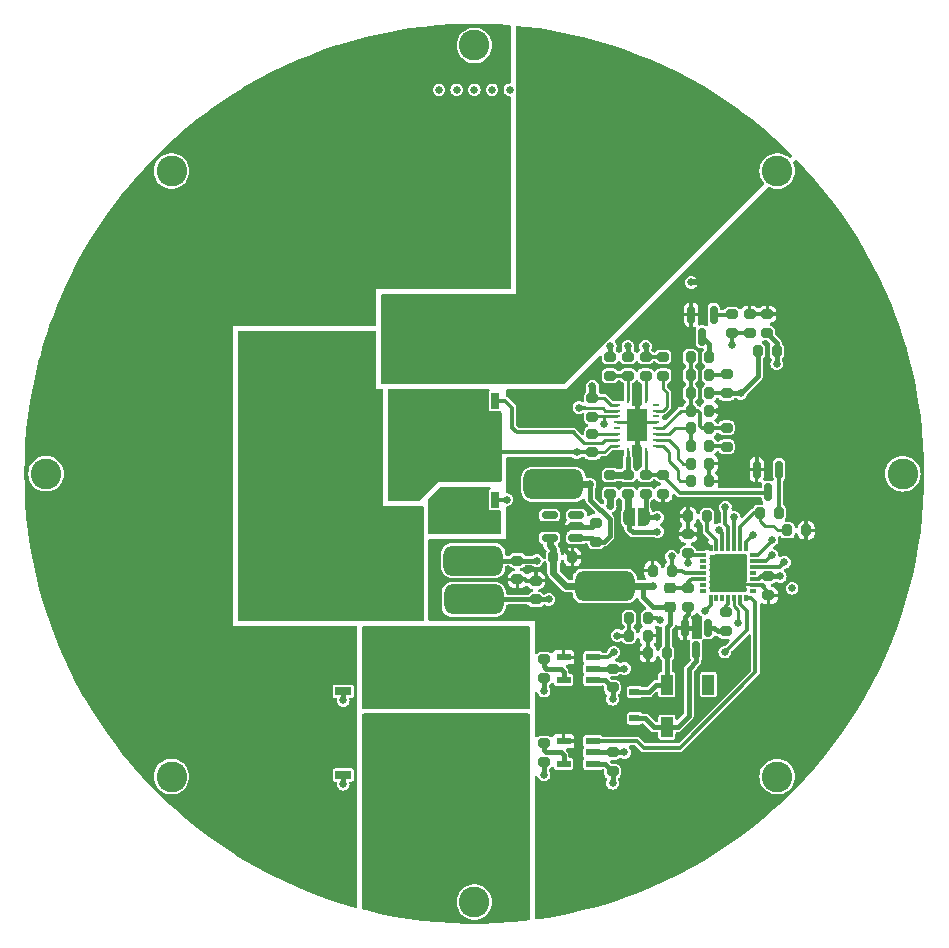
<source format=gtl>
G04 #@! TF.GenerationSoftware,KiCad,Pcbnew,8.0.4*
G04 #@! TF.CreationDate,2025-04-17T01:05:08+02:00*
G04 #@! TF.ProjectId,buck_mcu_stage,6275636b-5f6d-4637-955f-73746167652e,rev?*
G04 #@! TF.SameCoordinates,Original*
G04 #@! TF.FileFunction,Copper,L1,Top*
G04 #@! TF.FilePolarity,Positive*
%FSLAX46Y46*%
G04 Gerber Fmt 4.6, Leading zero omitted, Abs format (unit mm)*
G04 Created by KiCad (PCBNEW 8.0.4) date 2025-04-17 01:05:08*
%MOMM*%
%LPD*%
G01*
G04 APERTURE LIST*
G04 Aperture macros list*
%AMRoundRect*
0 Rectangle with rounded corners*
0 $1 Rounding radius*
0 $2 $3 $4 $5 $6 $7 $8 $9 X,Y pos of 4 corners*
0 Add a 4 corners polygon primitive as box body*
4,1,4,$2,$3,$4,$5,$6,$7,$8,$9,$2,$3,0*
0 Add four circle primitives for the rounded corners*
1,1,$1+$1,$2,$3*
1,1,$1+$1,$4,$5*
1,1,$1+$1,$6,$7*
1,1,$1+$1,$8,$9*
0 Add four rect primitives between the rounded corners*
20,1,$1+$1,$2,$3,$4,$5,0*
20,1,$1+$1,$4,$5,$6,$7,0*
20,1,$1+$1,$6,$7,$8,$9,0*
20,1,$1+$1,$8,$9,$2,$3,0*%
%AMFreePoly0*
4,1,19,0.500000,-0.750000,0.000000,-0.750000,0.000000,-0.744911,-0.071157,-0.744911,-0.207708,-0.704816,-0.327430,-0.627875,-0.420627,-0.520320,-0.479746,-0.390866,-0.500000,-0.250000,-0.500000,0.250000,-0.479746,0.390866,-0.420627,0.520320,-0.327430,0.627875,-0.207708,0.704816,-0.071157,0.744911,0.000000,0.744911,0.000000,0.750000,0.500000,0.750000,0.500000,-0.750000,0.500000,-0.750000,
$1*%
%AMFreePoly1*
4,1,19,0.000000,0.744911,0.071157,0.744911,0.207708,0.704816,0.327430,0.627875,0.420627,0.520320,0.479746,0.390866,0.500000,0.250000,0.500000,-0.250000,0.479746,-0.390866,0.420627,-0.520320,0.327430,-0.627875,0.207708,-0.704816,0.071157,-0.744911,0.000000,-0.744911,0.000000,-0.750000,-0.500000,-0.750000,-0.500000,0.750000,0.000000,0.750000,0.000000,0.744911,0.000000,0.744911,
$1*%
G04 Aperture macros list end*
G04 #@! TA.AperFunction,EtchedComponent*
%ADD10C,0.000000*%
G04 #@! TD*
G04 #@! TA.AperFunction,SMDPad,CuDef*
%ADD11RoundRect,0.200000X-0.275000X0.200000X-0.275000X-0.200000X0.275000X-0.200000X0.275000X0.200000X0*%
G04 #@! TD*
G04 #@! TA.AperFunction,SMDPad,CuDef*
%ADD12RoundRect,0.150000X-0.150000X0.587500X-0.150000X-0.587500X0.150000X-0.587500X0.150000X0.587500X0*%
G04 #@! TD*
G04 #@! TA.AperFunction,SMDPad,CuDef*
%ADD13R,1.372000X0.710000*%
G04 #@! TD*
G04 #@! TA.AperFunction,SMDPad,CuDef*
%ADD14R,0.595000X0.710000*%
G04 #@! TD*
G04 #@! TA.AperFunction,SMDPad,CuDef*
%ADD15R,0.656000X0.710000*%
G04 #@! TD*
G04 #@! TA.AperFunction,SMDPad,CuDef*
%ADD16R,3.850000X4.520000*%
G04 #@! TD*
G04 #@! TA.AperFunction,SMDPad,CuDef*
%ADD17RoundRect,1.500000X2.500000X-1.500000X2.500000X1.500000X-2.500000X1.500000X-2.500000X-1.500000X0*%
G04 #@! TD*
G04 #@! TA.AperFunction,SMDPad,CuDef*
%ADD18RoundRect,0.200000X0.275000X-0.200000X0.275000X0.200000X-0.275000X0.200000X-0.275000X-0.200000X0*%
G04 #@! TD*
G04 #@! TA.AperFunction,ComponentPad*
%ADD19C,7.000000*%
G04 #@! TD*
G04 #@! TA.AperFunction,SMDPad,CuDef*
%ADD20RoundRect,0.250000X1.100000X-0.325000X1.100000X0.325000X-1.100000X0.325000X-1.100000X-0.325000X0*%
G04 #@! TD*
G04 #@! TA.AperFunction,SMDPad,CuDef*
%ADD21RoundRect,1.500000X-1.500000X-2.500000X1.500000X-2.500000X1.500000X2.500000X-1.500000X2.500000X0*%
G04 #@! TD*
G04 #@! TA.AperFunction,SMDPad,CuDef*
%ADD22RoundRect,0.200000X-0.200000X-0.275000X0.200000X-0.275000X0.200000X0.275000X-0.200000X0.275000X0*%
G04 #@! TD*
G04 #@! TA.AperFunction,SMDPad,CuDef*
%ADD23R,0.250000X0.600000*%
G04 #@! TD*
G04 #@! TA.AperFunction,SMDPad,CuDef*
%ADD24R,0.600000X0.250000*%
G04 #@! TD*
G04 #@! TA.AperFunction,SMDPad,CuDef*
%ADD25R,1.700000X2.700000*%
G04 #@! TD*
G04 #@! TA.AperFunction,SMDPad,CuDef*
%ADD26C,0.500000*%
G04 #@! TD*
G04 #@! TA.AperFunction,SMDPad,CuDef*
%ADD27RoundRect,0.200000X0.200000X0.275000X-0.200000X0.275000X-0.200000X-0.275000X0.200000X-0.275000X0*%
G04 #@! TD*
G04 #@! TA.AperFunction,SMDPad,CuDef*
%ADD28R,0.710000X1.372000*%
G04 #@! TD*
G04 #@! TA.AperFunction,SMDPad,CuDef*
%ADD29R,0.710000X0.595000*%
G04 #@! TD*
G04 #@! TA.AperFunction,SMDPad,CuDef*
%ADD30R,0.710000X0.656000*%
G04 #@! TD*
G04 #@! TA.AperFunction,SMDPad,CuDef*
%ADD31R,4.520000X3.850000*%
G04 #@! TD*
G04 #@! TA.AperFunction,SMDPad,CuDef*
%ADD32RoundRect,0.625000X1.875000X-0.625000X1.875000X0.625000X-1.875000X0.625000X-1.875000X-0.625000X0*%
G04 #@! TD*
G04 #@! TA.AperFunction,SMDPad,CuDef*
%ADD33RoundRect,0.625000X-1.875000X0.625000X-1.875000X-0.625000X1.875000X-0.625000X1.875000X0.625000X0*%
G04 #@! TD*
G04 #@! TA.AperFunction,SMDPad,CuDef*
%ADD34RoundRect,1.500000X1.500000X2.500000X-1.500000X2.500000X-1.500000X-2.500000X1.500000X-2.500000X0*%
G04 #@! TD*
G04 #@! TA.AperFunction,SMDPad,CuDef*
%ADD35R,2.380000X9.000000*%
G04 #@! TD*
G04 #@! TA.AperFunction,SMDPad,CuDef*
%ADD36RoundRect,0.218750X0.256250X-0.218750X0.256250X0.218750X-0.256250X0.218750X-0.256250X-0.218750X0*%
G04 #@! TD*
G04 #@! TA.AperFunction,SMDPad,CuDef*
%ADD37R,0.830000X0.630000*%
G04 #@! TD*
G04 #@! TA.AperFunction,SMDPad,CuDef*
%ADD38R,1.200000X0.600000*%
G04 #@! TD*
G04 #@! TA.AperFunction,SMDPad,CuDef*
%ADD39R,1.000000X1.700000*%
G04 #@! TD*
G04 #@! TA.AperFunction,SMDPad,CuDef*
%ADD40RoundRect,0.150000X0.512500X0.150000X-0.512500X0.150000X-0.512500X-0.150000X0.512500X-0.150000X0*%
G04 #@! TD*
G04 #@! TA.AperFunction,SMDPad,CuDef*
%ADD41R,0.600000X0.300000*%
G04 #@! TD*
G04 #@! TA.AperFunction,SMDPad,CuDef*
%ADD42R,0.300000X0.600000*%
G04 #@! TD*
G04 #@! TA.AperFunction,SMDPad,CuDef*
%ADD43FreePoly0,180.000000*%
G04 #@! TD*
G04 #@! TA.AperFunction,SMDPad,CuDef*
%ADD44FreePoly1,180.000000*%
G04 #@! TD*
G04 #@! TA.AperFunction,ComponentPad*
%ADD45C,2.600000*%
G04 #@! TD*
G04 #@! TA.AperFunction,ViaPad*
%ADD46C,0.650000*%
G04 #@! TD*
G04 #@! TA.AperFunction,ViaPad*
%ADD47C,0.800000*%
G04 #@! TD*
G04 #@! TA.AperFunction,Conductor*
%ADD48C,0.250000*%
G04 #@! TD*
G04 #@! TA.AperFunction,Conductor*
%ADD49C,0.300000*%
G04 #@! TD*
G04 #@! TA.AperFunction,Conductor*
%ADD50C,0.400000*%
G04 #@! TD*
G04 #@! TA.AperFunction,Conductor*
%ADD51C,0.600000*%
G04 #@! TD*
G04 APERTURE END LIST*
D10*
G04 #@! TA.AperFunction,EtchedComponent*
G36*
X169350000Y-84050000D02*
G01*
X168350000Y-84050000D01*
X168350000Y-83550000D01*
X169350000Y-83550000D01*
X169350000Y-84050000D01*
G37*
G04 #@! TD.AperFunction*
D11*
X164500000Y-90100000D03*
X164500000Y-91700000D03*
D12*
X175800000Y-99650000D03*
X173900000Y-99650000D03*
X174850000Y-101525000D03*
D11*
X161700000Y-123600000D03*
X161700000Y-125200000D03*
D13*
X138894000Y-124235000D03*
X138894000Y-122965000D03*
X138894000Y-121695000D03*
X138894000Y-125505000D03*
D14*
X144822500Y-125505000D03*
D15*
X144792000Y-124235000D03*
X144792000Y-122965000D03*
X144792000Y-121695001D03*
D16*
X142600000Y-123600000D03*
D17*
X150200000Y-116400000D03*
D18*
X152300000Y-85400000D03*
X152300000Y-83800000D03*
D19*
X159250000Y-69504000D03*
D11*
X161700000Y-116500000D03*
X161700000Y-118100000D03*
D20*
X146900000Y-86075000D03*
X146900000Y-83125000D03*
D18*
X164500000Y-101700000D03*
X164500000Y-100100000D03*
D21*
X141800000Y-107800000D03*
D22*
X168300000Y-90150000D03*
X169900000Y-90150000D03*
X165100000Y-108200000D03*
X166700000Y-108200000D03*
D23*
X164500000Y-98050000D03*
D24*
X165400000Y-97650000D03*
X165400000Y-97150000D03*
X165400000Y-96650000D03*
X165400000Y-96150000D03*
X165400000Y-95650000D03*
X165400000Y-95150000D03*
X165400000Y-94650000D03*
X165400000Y-94150000D03*
D23*
X164500000Y-93750000D03*
X163000000Y-93750000D03*
D24*
X162100000Y-94150000D03*
X162100000Y-94650000D03*
X162100000Y-95150000D03*
X162100000Y-95650000D03*
X162100000Y-96150000D03*
X162100000Y-96650000D03*
X162100000Y-97150000D03*
X162100000Y-97650000D03*
D23*
X163000000Y-98050000D03*
D25*
X163750000Y-95900000D03*
D11*
X160300000Y-104150000D03*
X160300000Y-105750000D03*
X160000000Y-96600000D03*
X160000000Y-98200000D03*
X166000000Y-100100000D03*
X166000000Y-101700000D03*
D13*
X138894000Y-117135000D03*
X138894000Y-115865000D03*
X138894000Y-114595000D03*
X138894000Y-118405000D03*
D14*
X144822500Y-118405000D03*
D15*
X144792000Y-117135000D03*
X144792000Y-115865000D03*
X144792000Y-114595001D03*
D16*
X142600000Y-116500000D03*
D20*
X143700000Y-86075000D03*
X143700000Y-83125000D03*
D18*
X153650000Y-108950000D03*
X153650000Y-107350000D03*
D11*
X171300000Y-111750000D03*
X171300000Y-113350000D03*
D22*
X174200000Y-103300000D03*
X175800000Y-103300000D03*
D18*
X174800000Y-88100000D03*
X174800000Y-86500000D03*
D11*
X166000000Y-90100000D03*
X166000000Y-91700000D03*
D26*
X168350000Y-83800000D03*
X169350000Y-83800000D03*
D27*
X169900000Y-91650000D03*
X168300000Y-91650000D03*
D20*
X132700000Y-89175000D03*
X132700000Y-86225000D03*
D28*
X150500000Y-102198000D03*
X149230000Y-102198000D03*
X147960000Y-102198000D03*
X151770000Y-102198000D03*
D29*
X151770000Y-96269500D03*
D30*
X150500000Y-96300000D03*
X149230000Y-96300000D03*
X147960000Y-96300000D03*
D31*
X149865000Y-98492000D03*
D20*
X139100000Y-89175000D03*
X139100000Y-86225000D03*
D32*
X161050000Y-109500000D03*
D33*
X157380000Y-86280000D03*
D18*
X149300000Y-85400000D03*
X149300000Y-83800000D03*
D34*
X133900000Y-107800000D03*
D35*
X144100000Y-97500000D03*
X137450000Y-97500000D03*
D36*
X166600000Y-111287500D03*
X166600000Y-109712500D03*
D37*
X163550000Y-118485000D03*
X163550000Y-120715000D03*
D22*
X168300000Y-94650000D03*
X169900000Y-94650000D03*
D11*
X168100000Y-105100000D03*
X168100000Y-106700000D03*
D18*
X161500000Y-91700000D03*
X161500000Y-90100000D03*
D38*
X160050000Y-117450000D03*
X160050000Y-116500000D03*
X160050000Y-115550000D03*
X157550000Y-115550000D03*
X157550000Y-117450000D03*
D27*
X164700000Y-112200000D03*
X163100000Y-112200000D03*
D11*
X155900000Y-115700000D03*
X155900000Y-117300000D03*
D39*
X166300000Y-117850000D03*
X166300000Y-121450000D03*
X169800000Y-117850000D03*
D11*
X155200000Y-109050000D03*
X155200000Y-110650000D03*
D22*
X168300000Y-100650000D03*
X169900000Y-100650000D03*
X168300000Y-96150000D03*
X169900000Y-96150000D03*
D27*
X158300000Y-107075000D03*
X156700000Y-107075000D03*
D33*
X149950000Y-110650000D03*
D11*
X173300000Y-86500000D03*
X173300000Y-88100000D03*
D27*
X169900000Y-93150000D03*
X168300000Y-93150000D03*
D22*
X163100000Y-113700000D03*
X164700000Y-113700000D03*
D40*
X158637500Y-105420000D03*
X158637500Y-104470000D03*
X158637500Y-103520000D03*
X156362500Y-103520000D03*
X156362500Y-105420000D03*
D18*
X171350000Y-93200000D03*
X171350000Y-91600000D03*
D38*
X160050000Y-124550000D03*
X160050000Y-123600000D03*
X160050000Y-122650000D03*
X157550000Y-122650000D03*
X157550000Y-124550000D03*
D20*
X135900000Y-89175000D03*
X135900000Y-86225000D03*
D28*
X150500000Y-93834000D03*
X149230000Y-93834000D03*
X147960000Y-93834000D03*
X151770000Y-93834000D03*
D29*
X151770000Y-87905500D03*
D30*
X150500000Y-87936000D03*
X149230000Y-87936000D03*
X147960000Y-87936000D03*
D31*
X149865000Y-90128000D03*
D41*
X169400000Y-106900000D03*
X169400000Y-107400000D03*
X169400000Y-107900000D03*
X169400000Y-108400000D03*
X169400000Y-108900000D03*
X169400000Y-109400000D03*
X169400000Y-109900000D03*
D42*
X170000000Y-110500000D03*
X170500000Y-110500000D03*
X171000000Y-110500000D03*
X171500000Y-110500000D03*
X172000000Y-110500000D03*
X172500000Y-110500000D03*
X173000000Y-110500000D03*
D41*
X173600000Y-109900000D03*
X173600000Y-109400000D03*
X173600000Y-108900000D03*
X173600000Y-108400000D03*
X173600000Y-107900000D03*
X173600000Y-107400000D03*
X173600000Y-106900000D03*
D42*
X173000000Y-106300000D03*
X172500000Y-106300000D03*
X172000000Y-106300000D03*
X171500000Y-106300000D03*
X171000000Y-106300000D03*
X170500000Y-106300000D03*
X170000000Y-106300000D03*
D18*
X163000000Y-101700000D03*
X163000000Y-100100000D03*
D22*
X174000000Y-89600000D03*
X175600000Y-89600000D03*
D19*
X140750000Y-69504000D03*
D22*
X168300000Y-97650000D03*
X169900000Y-97650000D03*
D32*
X149900000Y-107350000D03*
D43*
X164400000Y-103700000D03*
D44*
X163100000Y-103700000D03*
D18*
X163000000Y-91700000D03*
X163000000Y-90100000D03*
D12*
X169750000Y-113062500D03*
X167850000Y-113062500D03*
X168800000Y-114937500D03*
D22*
X168300000Y-99150000D03*
X169900000Y-99150000D03*
D32*
X156700000Y-100900000D03*
D27*
X169700000Y-103600000D03*
X168100000Y-103600000D03*
D18*
X168100000Y-111300000D03*
X168100000Y-109700000D03*
D17*
X150200000Y-125000000D03*
D18*
X160000000Y-95200000D03*
X160000000Y-93600000D03*
D11*
X155900000Y-122800000D03*
X155900000Y-124400000D03*
D18*
X171800000Y-88100000D03*
X171800000Y-86500000D03*
X161500000Y-101700000D03*
X161500000Y-100100000D03*
X171350000Y-97700000D03*
X171350000Y-96100000D03*
D27*
X178100000Y-104800000D03*
X176500000Y-104800000D03*
D18*
X174900000Y-110300000D03*
X174900000Y-108700000D03*
D22*
X164700000Y-115200000D03*
X166300000Y-115200000D03*
D12*
X170250000Y-86525000D03*
X168350000Y-86525000D03*
X169300000Y-88400000D03*
D18*
X150800000Y-85400000D03*
X150800000Y-83800000D03*
D45*
X113737000Y-100000000D03*
X150000000Y-63737000D03*
X124358000Y-74359000D03*
X186263000Y-100000000D03*
X150000000Y-136263000D03*
X175641000Y-125641000D03*
X124359000Y-125641000D03*
X175641000Y-74359000D03*
D46*
X164500000Y-89200000D03*
X161000000Y-95800000D03*
X163000000Y-89200000D03*
X158650000Y-98200000D03*
D47*
X127500000Y-117500000D03*
X125000000Y-95000000D03*
D46*
X143795000Y-81708000D03*
X168350000Y-83800000D03*
D47*
X130000000Y-85000000D03*
D46*
X161500000Y-102750000D03*
D47*
X132500000Y-122500000D03*
X127500000Y-97500000D03*
X127500000Y-92500000D03*
D46*
X148295000Y-80708000D03*
D47*
X135000000Y-125000000D03*
X125000000Y-105000000D03*
X127500000Y-102500000D03*
X127500000Y-112500000D03*
D46*
X144795000Y-81708000D03*
D47*
X122500000Y-102500000D03*
D46*
X149200000Y-103600000D03*
D47*
X135000000Y-85000000D03*
D46*
X150700000Y-104600000D03*
X147295000Y-80708000D03*
X150795000Y-81708000D03*
X149795000Y-81708000D03*
X151795000Y-81708000D03*
X148200000Y-103600000D03*
X143295000Y-80708000D03*
X146295000Y-80708000D03*
X162700000Y-123600000D03*
D47*
X125000000Y-110000000D03*
X127500000Y-107500000D03*
X132500000Y-82500000D03*
D46*
X145795000Y-81708000D03*
D47*
X135000000Y-115000000D03*
X137500000Y-82500000D03*
D46*
X147200000Y-103600000D03*
X146700000Y-104600000D03*
X161500000Y-89200000D03*
X151200000Y-103600000D03*
D47*
X135000000Y-120000000D03*
D46*
X151700000Y-104600000D03*
D47*
X127500000Y-82500000D03*
D46*
X142795000Y-81708000D03*
X147700000Y-104600000D03*
D47*
X122500000Y-107500000D03*
D46*
X150200000Y-103600000D03*
X149295000Y-80708000D03*
D47*
X140000000Y-85000000D03*
X122500000Y-92500000D03*
D46*
X147795000Y-81708000D03*
X148795000Y-81708000D03*
D47*
X130000000Y-115000000D03*
X130000000Y-120000000D03*
D46*
X150295000Y-80708000D03*
X160000000Y-92600000D03*
X151295000Y-80708000D03*
X144295000Y-80708000D03*
D47*
X125000000Y-115000000D03*
X127500000Y-87500000D03*
X132500000Y-117500000D03*
X125000000Y-90000000D03*
X125000000Y-100000000D03*
D46*
X146795000Y-81708000D03*
X148700000Y-104600000D03*
X149700000Y-104600000D03*
X162700000Y-116500000D03*
D47*
X122500000Y-97500000D03*
D46*
X145295000Y-80708000D03*
X165500000Y-104900000D03*
D47*
X162800000Y-85400000D03*
D46*
X165700000Y-112400000D03*
X166700000Y-107000000D03*
X176900000Y-109700000D03*
X153000000Y-67500000D03*
X168100000Y-107600000D03*
X165150000Y-109500000D03*
X175900000Y-108700000D03*
X151500000Y-67500000D03*
X176250000Y-107500000D03*
X175200000Y-106900000D03*
X150000000Y-67500000D03*
X147000000Y-67500000D03*
X173600000Y-105200000D03*
X148500000Y-67500000D03*
X175200000Y-105600000D03*
X175600000Y-90700000D03*
X169500000Y-111600000D03*
X164200000Y-106000000D03*
X174900000Y-111500000D03*
X163750000Y-92850000D03*
X164000000Y-116500000D03*
X168650000Y-113050000D03*
X170750000Y-94650000D03*
X173900000Y-98300000D03*
X156100000Y-113700000D03*
X163750000Y-98900000D03*
X166000000Y-102750000D03*
X169300000Y-105600000D03*
X161700000Y-126200000D03*
X161700000Y-119100000D03*
X172550000Y-93200000D03*
X145200000Y-107700000D03*
X158850000Y-94400000D03*
X152750000Y-102198000D03*
X161800000Y-115100000D03*
X171200000Y-115100000D03*
X172300000Y-112600000D03*
X162100000Y-113700000D03*
X171800000Y-89100000D03*
X172000000Y-103700000D03*
X155900000Y-118400000D03*
X138900000Y-119200000D03*
X155900000Y-125500000D03*
X138900000Y-126300000D03*
X165500000Y-103700000D03*
X159800000Y-100900000D03*
X155300000Y-107350000D03*
X171250000Y-102850000D03*
X156300000Y-110650000D03*
X170700000Y-104750000D03*
D48*
X165400000Y-97150000D02*
X166450000Y-97150000D01*
X167650000Y-99150000D02*
X168300000Y-99150000D01*
X167200000Y-98700000D02*
X167650000Y-99150000D01*
X166450000Y-97150000D02*
X167200000Y-97900000D01*
X167200000Y-97900000D02*
X167200000Y-98700000D01*
D49*
X167400000Y-101600000D02*
X166000000Y-100200000D01*
X174850000Y-101525000D02*
X174775000Y-101600000D01*
X166000000Y-100200000D02*
X166000000Y-100100000D01*
X174775000Y-101600000D02*
X167400000Y-101600000D01*
D48*
X164500000Y-98050000D02*
X164500000Y-100100000D01*
D49*
X166000000Y-100100000D02*
X164500000Y-100100000D01*
D48*
X161000000Y-95800000D02*
X161000000Y-95150000D01*
D49*
X164500000Y-90100000D02*
X166000000Y-90100000D01*
D48*
X161200000Y-95150000D02*
X161000000Y-95150000D01*
D50*
X164500000Y-90100000D02*
X164500000Y-89200000D01*
D48*
X161000000Y-95150000D02*
X160050000Y-95150000D01*
X162100000Y-95150000D02*
X161200000Y-95150000D01*
D50*
X163000000Y-100100000D02*
X163000000Y-98650000D01*
D48*
X163000000Y-98050000D02*
X163000000Y-98650000D01*
D51*
X163000000Y-100100000D02*
X161500000Y-100100000D01*
D48*
X163000000Y-93750000D02*
X163000000Y-91700000D01*
D49*
X163000000Y-91700000D02*
X161500000Y-91700000D01*
D48*
X162100000Y-96650000D02*
X160050000Y-96650000D01*
X160050000Y-96650000D02*
X160000000Y-96600000D01*
D49*
X158650000Y-98200000D02*
X150157000Y-98200000D01*
X160000000Y-98200000D02*
X158650000Y-98200000D01*
D48*
X161550000Y-97650000D02*
X161000000Y-98200000D01*
X150157000Y-98200000D02*
X149865000Y-98492000D01*
X162100000Y-97650000D02*
X161550000Y-97650000D01*
D50*
X163000000Y-90100000D02*
X163000000Y-89200000D01*
D48*
X161000000Y-98200000D02*
X160000000Y-98200000D01*
X165975000Y-94650000D02*
X166300000Y-94325000D01*
X166300000Y-94325000D02*
X166300000Y-93100000D01*
X165400000Y-94650000D02*
X165975000Y-94650000D01*
X166000000Y-92800000D02*
X166000000Y-91700000D01*
X166300000Y-93100000D02*
X166000000Y-92800000D01*
X164500000Y-93750000D02*
X164500000Y-91700000D01*
X165400000Y-96650000D02*
X166450000Y-96650000D01*
X166450000Y-96650000D02*
X166950000Y-96150000D01*
X166950000Y-96150000D02*
X168300000Y-96150000D01*
D49*
X168300000Y-97650000D02*
X168300000Y-96150000D01*
X169100000Y-94850000D02*
X168900000Y-94650000D01*
X169900000Y-96150000D02*
X169300000Y-96150000D01*
X168300000Y-91650000D02*
X168300000Y-90150000D01*
D48*
X168300000Y-94650000D02*
X168400000Y-94650000D01*
D49*
X171300000Y-96150000D02*
X171350000Y-96100000D01*
X169100000Y-95950000D02*
X169100000Y-94850000D01*
X168300000Y-94650000D02*
X168300000Y-93150000D01*
D48*
X167475000Y-94650000D02*
X168300000Y-94650000D01*
X165975000Y-96150000D02*
X167475000Y-94650000D01*
D49*
X169900000Y-96150000D02*
X171300000Y-96150000D01*
X168300000Y-93150000D02*
X168300000Y-91650000D01*
X169300000Y-96150000D02*
X169100000Y-95950000D01*
X168900000Y-94650000D02*
X168300000Y-94650000D01*
D48*
X165400000Y-96150000D02*
X165975000Y-96150000D01*
X167200000Y-99650000D02*
X167200000Y-100400000D01*
X166500000Y-98200000D02*
X166500000Y-98950000D01*
X165400000Y-97650000D02*
X165950000Y-97650000D01*
X165950000Y-97650000D02*
X166500000Y-98200000D01*
X167200000Y-100400000D02*
X167450000Y-100650000D01*
X167450000Y-100650000D02*
X168300000Y-100650000D01*
X166500000Y-98950000D02*
X167200000Y-99650000D01*
D50*
X160050000Y-116500000D02*
X161700000Y-116500000D01*
X161700000Y-116500000D02*
X162700000Y-116500000D01*
D48*
X161550000Y-94150000D02*
X161000000Y-93600000D01*
D50*
X161500000Y-90100000D02*
X161500000Y-89200000D01*
D48*
X162100000Y-94150000D02*
X161550000Y-94150000D01*
D51*
X161500000Y-101700000D02*
X161500000Y-102750000D01*
X160000000Y-93600000D02*
X160000000Y-92600000D01*
D48*
X161000000Y-93600000D02*
X160000000Y-93600000D01*
D50*
X160050000Y-123600000D02*
X161700000Y-123600000D01*
X161700000Y-123600000D02*
X162700000Y-123600000D01*
X164100000Y-104950000D02*
X163400000Y-104950000D01*
D49*
X165700000Y-112400000D02*
X165500000Y-112200000D01*
D50*
X164400000Y-104950000D02*
X165450000Y-104950000D01*
X163400000Y-104950000D02*
X163100000Y-104650000D01*
D51*
X163000000Y-101700000D02*
X163000000Y-103600000D01*
D50*
X163100000Y-104650000D02*
X163100000Y-103700000D01*
D51*
X163000000Y-103600000D02*
X163100000Y-103700000D01*
D49*
X165500000Y-112200000D02*
X164700000Y-112200000D01*
D50*
X165450000Y-104950000D02*
X165500000Y-104900000D01*
X164100000Y-104950000D02*
X164400000Y-104950000D01*
D49*
X166700000Y-108200000D02*
X166700000Y-107000000D01*
X169400000Y-108400000D02*
X167800000Y-108400000D01*
X167800000Y-108400000D02*
X167600000Y-108200000D01*
X167600000Y-108200000D02*
X166700000Y-108200000D01*
D50*
X166300000Y-115200000D02*
X166300000Y-113000000D01*
X166300000Y-117850000D02*
X165400000Y-117850000D01*
X165400000Y-117850000D02*
X164765000Y-118485000D01*
D51*
X156362500Y-106062500D02*
X156700000Y-106400000D01*
D50*
X165137500Y-111287500D02*
X166600000Y-111287500D01*
D49*
X168100000Y-106700000D02*
X168100000Y-107600000D01*
D50*
X164300000Y-110450000D02*
X165137500Y-111287500D01*
D49*
X174700000Y-108900000D02*
X174900000Y-108700000D01*
D50*
X166300000Y-113000000D02*
X166600000Y-112700000D01*
D51*
X156362500Y-105425000D02*
X156362500Y-106062500D01*
D49*
X174300000Y-108700000D02*
X174900000Y-108700000D01*
D51*
X156700000Y-107075000D02*
X156700000Y-108400000D01*
X157800000Y-109500000D02*
X161050000Y-109500000D01*
X156700000Y-108400000D02*
X157800000Y-109500000D01*
D49*
X173600000Y-108900000D02*
X174100000Y-108900000D01*
D51*
X161050000Y-109500000D02*
X165150000Y-109500000D01*
X156700000Y-106400000D02*
X156700000Y-107075000D01*
D49*
X169400000Y-106900000D02*
X168100000Y-106900000D01*
D50*
X164300000Y-109500000D02*
X164300000Y-110450000D01*
X166300000Y-117850000D02*
X166300000Y-115200000D01*
X175900000Y-108700000D02*
X174900000Y-108700000D01*
X164765000Y-118485000D02*
X163550000Y-118485000D01*
X166600000Y-112700000D02*
X166600000Y-111287500D01*
D49*
X174100000Y-108900000D02*
X174300000Y-108700000D01*
X168100000Y-109700000D02*
X166600000Y-109700000D01*
X168400000Y-108900000D02*
X168100000Y-109200000D01*
X168100000Y-109200000D02*
X168100000Y-109700000D01*
X169400000Y-108900000D02*
X168400000Y-108900000D01*
D50*
X155900000Y-123400000D02*
X155900000Y-122800000D01*
X156100000Y-123600000D02*
X155900000Y-123400000D01*
X157300000Y-123600000D02*
X156100000Y-123600000D01*
X157550000Y-123850000D02*
X157300000Y-123600000D01*
X157550000Y-124550000D02*
X157550000Y-123850000D01*
D49*
X176250000Y-107500000D02*
X175850000Y-107900000D01*
X175850000Y-107900000D02*
X173600000Y-107900000D01*
X174700000Y-107400000D02*
X175200000Y-106900000D01*
X173600000Y-107400000D02*
X174700000Y-107400000D01*
X173000000Y-106300000D02*
X173000000Y-105800000D01*
X173000000Y-105800000D02*
X173600000Y-105200000D01*
X174000000Y-106900000D02*
X173600000Y-106900000D01*
X175200000Y-105600000D02*
X175200000Y-105700000D01*
X175200000Y-105700000D02*
X174000000Y-106900000D01*
X170000000Y-110500000D02*
X170000000Y-111100000D01*
D50*
X175600000Y-89600000D02*
X175600000Y-88900000D01*
X175600000Y-89600000D02*
X175600000Y-90700000D01*
X175600000Y-88900000D02*
X174800000Y-88100000D01*
D49*
X170000000Y-111100000D02*
X169500000Y-111600000D01*
X175800000Y-99650000D02*
X175800000Y-103300000D01*
D48*
X165400000Y-95650000D02*
X164000000Y-95650000D01*
D50*
X163750000Y-95900000D02*
X163750000Y-92850000D01*
X158637500Y-104475000D02*
X159975000Y-104475000D01*
D49*
X154300000Y-108950000D02*
X154400000Y-109050000D01*
X169900000Y-94650000D02*
X170750000Y-94650000D01*
X168800000Y-105100000D02*
X169300000Y-105600000D01*
D50*
X168100000Y-111900000D02*
X168100000Y-111300000D01*
D49*
X174250000Y-109400000D02*
X174900000Y-110050000D01*
X173900000Y-99650000D02*
X173900000Y-98300000D01*
D50*
X168637500Y-113062500D02*
X168650000Y-113050000D01*
X157500000Y-104950001D02*
X157500000Y-106275000D01*
D48*
X164000000Y-95650000D02*
X163750000Y-95900000D01*
D50*
X167850000Y-113062500D02*
X168637500Y-113062500D01*
D49*
X153650000Y-108950000D02*
X154300000Y-108950000D01*
X169900000Y-100650000D02*
X169900000Y-99150000D01*
X166000000Y-101700000D02*
X166000000Y-102750000D01*
D50*
X158637500Y-104475000D02*
X157975001Y-104475000D01*
D48*
X163500000Y-95650000D02*
X163750000Y-95900000D01*
D50*
X167850000Y-112150000D02*
X168100000Y-111900000D01*
X159975000Y-104475000D02*
X160300000Y-104150000D01*
D49*
X174900000Y-110050000D02*
X174900000Y-110300000D01*
D50*
X163750000Y-95900000D02*
X163750000Y-98900000D01*
D48*
X163500000Y-96150000D02*
X163750000Y-95900000D01*
X162100000Y-95650000D02*
X163500000Y-95650000D01*
D50*
X157975001Y-104475000D02*
X157500000Y-104950001D01*
D49*
X168100000Y-105100000D02*
X168800000Y-105100000D01*
X170000000Y-106300000D02*
X169300000Y-105600000D01*
D50*
X157500000Y-106275000D02*
X158300000Y-107075000D01*
D49*
X173600000Y-109400000D02*
X174250000Y-109400000D01*
X154400000Y-109050000D02*
X155200000Y-109050000D01*
D50*
X167850000Y-113062500D02*
X167850000Y-112150000D01*
D49*
X169900000Y-93150000D02*
X171300000Y-93150000D01*
D50*
X160050000Y-124550000D02*
X161050000Y-124550000D01*
X174000000Y-91750000D02*
X174000000Y-89600000D01*
D49*
X171300000Y-93150000D02*
X171350000Y-93200000D01*
D50*
X172550000Y-93200000D02*
X174000000Y-91750000D01*
X161700000Y-118100000D02*
X161700000Y-119100000D01*
X161050000Y-117450000D02*
X161700000Y-118100000D01*
X160050000Y-117450000D02*
X161050000Y-117450000D01*
X172550000Y-93200000D02*
X171350000Y-93200000D01*
X161050000Y-124550000D02*
X161700000Y-125200000D01*
X161700000Y-125200000D02*
X161700000Y-126200000D01*
D49*
X152634000Y-93834000D02*
X151770000Y-93834000D01*
X153600000Y-96500000D02*
X153200000Y-96100000D01*
D48*
X158500000Y-96600000D02*
X159300000Y-97400000D01*
X160800000Y-97400000D02*
X161050000Y-97150000D01*
X159300000Y-97400000D02*
X160800000Y-97400000D01*
X161050000Y-97150000D02*
X162100000Y-97150000D01*
D49*
X153200000Y-94400000D02*
X152634000Y-93834000D01*
X158400000Y-96500000D02*
X153600000Y-96500000D01*
X158500000Y-96600000D02*
X158400000Y-96500000D01*
X153200000Y-96100000D02*
X153200000Y-94400000D01*
D48*
X159350000Y-94400000D02*
X159200000Y-94400000D01*
X160850000Y-94400000D02*
X159350000Y-94400000D01*
D49*
X152750000Y-102198000D02*
X151770000Y-102198000D01*
X158850000Y-94400000D02*
X159350000Y-94400000D01*
D48*
X161100000Y-94650000D02*
X160850000Y-94400000D01*
X162100000Y-94650000D02*
X161100000Y-94650000D01*
D49*
X173700000Y-103300000D02*
X174200000Y-103300000D01*
D48*
X175300000Y-104400000D02*
X174600000Y-104400000D01*
X174200000Y-104000000D02*
X174200000Y-103300000D01*
X174600000Y-104400000D02*
X174200000Y-104000000D01*
D49*
X172500000Y-106300000D02*
X172500000Y-104500000D01*
D48*
X175700000Y-104800000D02*
X175300000Y-104400000D01*
X176500000Y-104800000D02*
X175700000Y-104800000D01*
D49*
X172500000Y-104500000D02*
X173700000Y-103300000D01*
X160050000Y-115550000D02*
X161350000Y-115550000D01*
X172500000Y-111000000D02*
X173100000Y-111600000D01*
X173100000Y-111600000D02*
X173100000Y-113200000D01*
X161350000Y-115550000D02*
X161800000Y-115100000D01*
X173100000Y-113200000D02*
X171200000Y-115100000D01*
X172500000Y-110500000D02*
X172500000Y-111000000D01*
D48*
X172300000Y-111526996D02*
X172300000Y-112600000D01*
X172000000Y-110500000D02*
X172000000Y-111226996D01*
X172000000Y-111226996D02*
X172300000Y-111526996D01*
D49*
X163100000Y-113700000D02*
X163100000Y-112200000D01*
X162100000Y-113700000D02*
X163100000Y-113700000D01*
X171300000Y-111200000D02*
X171300000Y-111750000D01*
X171500000Y-110500000D02*
X171500000Y-111000000D01*
X171500000Y-111000000D02*
X171300000Y-111200000D01*
X171500000Y-111550000D02*
X171300000Y-111750000D01*
X173000000Y-110500000D02*
X173400000Y-110500000D01*
X163777298Y-122650000D02*
X160050000Y-122650000D01*
X164327298Y-123200000D02*
X163777298Y-122650000D01*
X167400000Y-123200000D02*
X164327298Y-123200000D01*
X173400000Y-110500000D02*
X173800000Y-110900000D01*
X173800000Y-110900000D02*
X173800000Y-116800000D01*
X173800000Y-116800000D02*
X167400000Y-123200000D01*
X171800000Y-88100000D02*
X173300000Y-88100000D01*
X171800000Y-88100000D02*
X171800000Y-89100000D01*
X172000000Y-106300000D02*
X172000000Y-103700000D01*
D50*
X168150000Y-116550000D02*
X168150000Y-120500000D01*
X164465000Y-120715000D02*
X165200000Y-121450000D01*
X168800000Y-115900000D02*
X168150000Y-116550000D01*
X167200000Y-121450000D02*
X166300000Y-121450000D01*
X168800000Y-114937500D02*
X168800000Y-115900000D01*
X163550000Y-120715000D02*
X164465000Y-120715000D01*
X165200000Y-121450000D02*
X166300000Y-121450000D01*
X168150000Y-120500000D02*
X167200000Y-121450000D01*
D49*
X171300000Y-91650000D02*
X171350000Y-91600000D01*
X169900000Y-91650000D02*
X171300000Y-91650000D01*
D50*
X170600000Y-113350000D02*
X171300000Y-113350000D01*
X170312500Y-113062500D02*
X170600000Y-113350000D01*
X169750000Y-113062500D02*
X170312500Y-113062500D01*
X138894000Y-118405000D02*
X138894000Y-119194000D01*
X138894000Y-119194000D02*
X138900000Y-119200000D01*
X155900000Y-117300000D02*
X155900000Y-118400000D01*
X138894000Y-125505000D02*
X138894000Y-126294000D01*
X155900000Y-124400000D02*
X155900000Y-125500000D01*
X138894000Y-126294000D02*
X138900000Y-126300000D01*
X156100000Y-116500000D02*
X155900000Y-116300000D01*
X157550000Y-116750000D02*
X157300000Y-116500000D01*
X155900000Y-116300000D02*
X155900000Y-115700000D01*
X157550000Y-117450000D02*
X157550000Y-116750000D01*
X157300000Y-116500000D02*
X156100000Y-116500000D01*
X169900000Y-90150000D02*
X169900000Y-89000000D01*
X169900000Y-89000000D02*
X169300000Y-88400000D01*
D49*
X170250000Y-86525000D02*
X171775000Y-86525000D01*
X171775000Y-86525000D02*
X171800000Y-86500000D01*
X164500000Y-103600000D02*
X164400000Y-103700000D01*
D50*
X160300000Y-105750000D02*
X161000000Y-105750000D01*
X161000000Y-105750000D02*
X161450000Y-105300000D01*
X159800000Y-102200000D02*
X159800000Y-100900000D01*
X158637500Y-105425000D02*
X159975000Y-105425000D01*
X164500000Y-101700000D02*
X164500000Y-103600000D01*
X159975000Y-105425000D02*
X160300000Y-105750000D01*
X161450000Y-103850000D02*
X159800000Y-102200000D01*
X161450000Y-105300000D02*
X161450000Y-103850000D01*
X164400000Y-103700000D02*
X165500000Y-103700000D01*
D51*
X156700000Y-100900000D02*
X159800000Y-100900000D01*
D49*
X171300000Y-97650000D02*
X171350000Y-97700000D01*
X169900000Y-97650000D02*
X171300000Y-97650000D01*
D50*
X149900000Y-107350000D02*
X153650000Y-107350000D01*
D49*
X171250000Y-102850000D02*
X171250000Y-104300000D01*
X171500000Y-104550000D02*
X171500000Y-106300000D01*
D50*
X153650000Y-107350000D02*
X155300000Y-107350000D01*
D49*
X171250000Y-104300000D02*
X171500000Y-104550000D01*
X171000000Y-106300000D02*
X171000000Y-105050000D01*
D50*
X155200000Y-110650000D02*
X156300000Y-110650000D01*
D49*
X171000000Y-105050000D02*
X170700000Y-104750000D01*
D50*
X149950000Y-110650000D02*
X155200000Y-110650000D01*
D49*
X170500000Y-106300000D02*
X170500000Y-105650000D01*
X170500000Y-105650000D02*
X169700000Y-104850000D01*
X169700000Y-104850000D02*
X169700000Y-103600000D01*
G04 #@! TA.AperFunction,Conductor*
G36*
X141643039Y-87919685D02*
G01*
X141688794Y-87972489D01*
X141700000Y-88024000D01*
X141700000Y-92400000D01*
X140000000Y-92400000D01*
X140000000Y-102300000D01*
X130000000Y-102300000D01*
X130000000Y-88024000D01*
X130019685Y-87956961D01*
X130072489Y-87911206D01*
X130124000Y-87900000D01*
X141576000Y-87900000D01*
X141643039Y-87919685D01*
G37*
G04 #@! TD.AperFunction*
G04 #@! TA.AperFunction,Conductor*
G36*
X153100000Y-92400000D02*
G01*
X142224000Y-92400000D01*
X142156961Y-92380315D01*
X142111206Y-92327511D01*
X142100000Y-92276000D01*
X142100000Y-84924000D01*
X142119685Y-84856961D01*
X142172489Y-84811206D01*
X142224000Y-84800000D01*
X153100000Y-84800000D01*
X153100000Y-92400000D01*
G37*
G04 #@! TD.AperFunction*
G04 #@! TA.AperFunction,Conductor*
G36*
X129600000Y-112900000D02*
G01*
X139976000Y-112900000D01*
X140043039Y-112919685D01*
X140088794Y-112972489D01*
X140100000Y-113024000D01*
X140100000Y-136624746D01*
X140080315Y-136691785D01*
X140027511Y-136737540D01*
X139958353Y-136747484D01*
X139944230Y-136744607D01*
X139645343Y-136665385D01*
X139641478Y-136664293D01*
X138801447Y-136412255D01*
X138463482Y-136310854D01*
X138459663Y-136309641D01*
X137293737Y-135918245D01*
X137289951Y-135916906D01*
X136137275Y-135487945D01*
X136133534Y-135486483D01*
X134995380Y-135020434D01*
X134991689Y-135018852D01*
X133869240Y-134516199D01*
X133865602Y-134514499D01*
X132759996Y-133975752D01*
X132756415Y-133973935D01*
X132284592Y-133724802D01*
X131668795Y-133399647D01*
X131665333Y-133397747D01*
X130596905Y-132788555D01*
X130593453Y-132786512D01*
X130026736Y-132438596D01*
X129545302Y-132143036D01*
X129541962Y-132140910D01*
X128515178Y-131463819D01*
X128511905Y-131461584D01*
X127507593Y-130751603D01*
X127504359Y-130749237D01*
X126523603Y-130007136D01*
X126520440Y-130004661D01*
X125564226Y-129231188D01*
X125561145Y-129228612D01*
X124630487Y-128424588D01*
X124627491Y-128421914D01*
X123723330Y-127588151D01*
X123720423Y-127585381D01*
X123269295Y-127141500D01*
X122843775Y-126722816D01*
X122840966Y-126719962D01*
X122693372Y-126565018D01*
X122159494Y-126004552D01*
X121992658Y-125829407D01*
X121989960Y-125826481D01*
X121824391Y-125640994D01*
X122853357Y-125640994D01*
X122853357Y-125641005D01*
X122873890Y-125888812D01*
X122873892Y-125888824D01*
X122934936Y-126129881D01*
X123034826Y-126357606D01*
X123170833Y-126565782D01*
X123170836Y-126565785D01*
X123339256Y-126748738D01*
X123535491Y-126901474D01*
X123754190Y-127019828D01*
X123989386Y-127100571D01*
X124234665Y-127141500D01*
X124483335Y-127141500D01*
X124728614Y-127100571D01*
X124963810Y-127019828D01*
X125182509Y-126901474D01*
X125378744Y-126748738D01*
X125547164Y-126565785D01*
X125683173Y-126357607D01*
X125783063Y-126129881D01*
X125844108Y-125888821D01*
X125844109Y-125888812D01*
X125864643Y-125641005D01*
X125864643Y-125640994D01*
X125844109Y-125393187D01*
X125844107Y-125393175D01*
X125783063Y-125152118D01*
X125773469Y-125130247D01*
X138007500Y-125130247D01*
X138007500Y-125879752D01*
X138019131Y-125938229D01*
X138019132Y-125938230D01*
X138063447Y-126004552D01*
X138129769Y-126048867D01*
X138129770Y-126048868D01*
X138188247Y-126060499D01*
X138188250Y-126060500D01*
X138188252Y-126060500D01*
X138260101Y-126060500D01*
X138327140Y-126080185D01*
X138372895Y-126132989D01*
X138383040Y-126200685D01*
X138369965Y-126299998D01*
X138369965Y-126300000D01*
X138388026Y-126437181D01*
X138388027Y-126437186D01*
X138440974Y-126565015D01*
X138440975Y-126565017D01*
X138440976Y-126565018D01*
X138525209Y-126674791D01*
X138634982Y-126759024D01*
X138762817Y-126811974D01*
X138885702Y-126828152D01*
X138899999Y-126830035D01*
X138900000Y-126830035D01*
X138900001Y-126830035D01*
X138912947Y-126828330D01*
X139037183Y-126811974D01*
X139165018Y-126759024D01*
X139274791Y-126674791D01*
X139359024Y-126565018D01*
X139411974Y-126437183D01*
X139430035Y-126300000D01*
X139416960Y-126200685D01*
X139427725Y-126131650D01*
X139474105Y-126079394D01*
X139539899Y-126060500D01*
X139599750Y-126060500D01*
X139599751Y-126060499D01*
X139614568Y-126057552D01*
X139658229Y-126048868D01*
X139658229Y-126048867D01*
X139658231Y-126048867D01*
X139724552Y-126004552D01*
X139768867Y-125938231D01*
X139768867Y-125938229D01*
X139768868Y-125938229D01*
X139780499Y-125879752D01*
X139780500Y-125879750D01*
X139780500Y-125130249D01*
X139780499Y-125130247D01*
X139768868Y-125071770D01*
X139768867Y-125071769D01*
X139724552Y-125005447D01*
X139658230Y-124961132D01*
X139658229Y-124961131D01*
X139599752Y-124949500D01*
X139599748Y-124949500D01*
X138188252Y-124949500D01*
X138188247Y-124949500D01*
X138129770Y-124961131D01*
X138129769Y-124961132D01*
X138063447Y-125005447D01*
X138019132Y-125071769D01*
X138019131Y-125071770D01*
X138007500Y-125130247D01*
X125773469Y-125130247D01*
X125683173Y-124924393D01*
X125547166Y-124716217D01*
X125525557Y-124692744D01*
X125378744Y-124533262D01*
X125182509Y-124380526D01*
X125182507Y-124380525D01*
X125182506Y-124380524D01*
X124963811Y-124262172D01*
X124963802Y-124262169D01*
X124728616Y-124181429D01*
X124483335Y-124140500D01*
X124234665Y-124140500D01*
X123989383Y-124181429D01*
X123754197Y-124262169D01*
X123754188Y-124262172D01*
X123535493Y-124380524D01*
X123339257Y-124533261D01*
X123170833Y-124716217D01*
X123034826Y-124924393D01*
X122934936Y-125152118D01*
X122873892Y-125393175D01*
X122873890Y-125393187D01*
X122853357Y-125640994D01*
X121824391Y-125640994D01*
X121170933Y-124908923D01*
X121168369Y-124905955D01*
X120379459Y-123962325D01*
X120376934Y-123959202D01*
X119619083Y-122990634D01*
X119616659Y-122987432D01*
X118890518Y-121994762D01*
X118888200Y-121991483D01*
X118194569Y-120975796D01*
X118192392Y-120972494D01*
X117532040Y-119934919D01*
X117529976Y-119931559D01*
X116939484Y-118933830D01*
X116903535Y-118873088D01*
X116901546Y-118869599D01*
X116440816Y-118030247D01*
X138007500Y-118030247D01*
X138007500Y-118779752D01*
X138019131Y-118838229D01*
X138019132Y-118838230D01*
X138063447Y-118904552D01*
X138129769Y-118948867D01*
X138129770Y-118948868D01*
X138188247Y-118960499D01*
X138188250Y-118960500D01*
X138188252Y-118960500D01*
X138260101Y-118960500D01*
X138327140Y-118980185D01*
X138372895Y-119032989D01*
X138383040Y-119100685D01*
X138369965Y-119199998D01*
X138369965Y-119200000D01*
X138388026Y-119337181D01*
X138388027Y-119337186D01*
X138440974Y-119465015D01*
X138440975Y-119465017D01*
X138440976Y-119465018D01*
X138525209Y-119574791D01*
X138634982Y-119659024D01*
X138762817Y-119711974D01*
X138885702Y-119728152D01*
X138899999Y-119730035D01*
X138900000Y-119730035D01*
X138900001Y-119730035D01*
X138912947Y-119728330D01*
X139037183Y-119711974D01*
X139165018Y-119659024D01*
X139274791Y-119574791D01*
X139359024Y-119465018D01*
X139411974Y-119337183D01*
X139430035Y-119200000D01*
X139416960Y-119100685D01*
X139427725Y-119031650D01*
X139474105Y-118979394D01*
X139539899Y-118960500D01*
X139599750Y-118960500D01*
X139599751Y-118960499D01*
X139614568Y-118957552D01*
X139658229Y-118948868D01*
X139658229Y-118948867D01*
X139658231Y-118948867D01*
X139724552Y-118904552D01*
X139768867Y-118838231D01*
X139768867Y-118838229D01*
X139768868Y-118838229D01*
X139780499Y-118779752D01*
X139780500Y-118779750D01*
X139780500Y-118030249D01*
X139780499Y-118030247D01*
X139768868Y-117971770D01*
X139768867Y-117971769D01*
X139724552Y-117905447D01*
X139658230Y-117861132D01*
X139658229Y-117861131D01*
X139599752Y-117849500D01*
X139599748Y-117849500D01*
X138188252Y-117849500D01*
X138188247Y-117849500D01*
X138129770Y-117861131D01*
X138129769Y-117861132D01*
X138063447Y-117905447D01*
X138019132Y-117971769D01*
X138019131Y-117971770D01*
X138007500Y-118030247D01*
X116440816Y-118030247D01*
X116309750Y-117791472D01*
X116307875Y-117787921D01*
X115751285Y-116691165D01*
X115749536Y-116687575D01*
X115228762Y-115573390D01*
X115227121Y-115569725D01*
X114779392Y-114524887D01*
X114742690Y-114439238D01*
X114741195Y-114435587D01*
X114293619Y-113289990D01*
X114292239Y-113286283D01*
X113881972Y-112126730D01*
X113880729Y-112123027D01*
X113508237Y-110950833D01*
X113507102Y-110947049D01*
X113172774Y-109763447D01*
X113171746Y-109759566D01*
X112875924Y-108565773D01*
X112875022Y-108561860D01*
X112618025Y-107359169D01*
X112617249Y-107355229D01*
X112405191Y-106177389D01*
X112399313Y-106144744D01*
X112398677Y-106140844D01*
X112220057Y-104923963D01*
X112219547Y-104920048D01*
X112080424Y-103698004D01*
X112080040Y-103694068D01*
X111980560Y-102468144D01*
X111980305Y-102464200D01*
X111972322Y-102300000D01*
X129600000Y-102300000D01*
X129600000Y-112900000D01*
G37*
G04 #@! TD.AperFunction*
G04 #@! TA.AperFunction,Conductor*
G36*
X154307596Y-62144827D02*
G01*
X154311542Y-62145276D01*
X155531144Y-62304166D01*
X155535098Y-62304746D01*
X156748949Y-62503051D01*
X156752843Y-62503752D01*
X157959602Y-62741253D01*
X157963495Y-62742085D01*
X159161926Y-63018538D01*
X159165823Y-63019503D01*
X160354677Y-63334620D01*
X160358500Y-63335700D01*
X161536556Y-63689156D01*
X161540290Y-63690343D01*
X162706306Y-64081769D01*
X162710005Y-64083077D01*
X163862742Y-64512061D01*
X163866448Y-64513509D01*
X165000000Y-64977674D01*
X165000000Y-85000000D01*
X161293463Y-88706535D01*
X161253239Y-88733413D01*
X161234986Y-88740974D01*
X161125209Y-88825209D01*
X161040974Y-88934986D01*
X161033413Y-88953239D01*
X161006535Y-88993463D01*
X157636319Y-92363681D01*
X157574996Y-92397166D01*
X157548638Y-92400000D01*
X153100000Y-92400000D01*
X153100000Y-84800000D01*
X153500000Y-84800000D01*
X153500000Y-67690755D01*
X153509439Y-67643302D01*
X153511974Y-67637183D01*
X153530035Y-67500000D01*
X153511974Y-67362817D01*
X153509437Y-67356691D01*
X153500000Y-67309242D01*
X153500000Y-62202784D01*
X153519685Y-62135745D01*
X153572489Y-62089990D01*
X153636024Y-62079369D01*
X154307596Y-62144827D01*
G37*
G04 #@! TD.AperFunction*
G04 #@! TA.AperFunction,Conductor*
G36*
X129600000Y-102300000D02*
G01*
X111972322Y-102300000D01*
X111920577Y-101235711D01*
X111920448Y-101231724D01*
X111915477Y-100924782D01*
X111900532Y-100001975D01*
X111900532Y-99999994D01*
X112231357Y-99999994D01*
X112231357Y-100000005D01*
X112251890Y-100247812D01*
X112251892Y-100247824D01*
X112312936Y-100488881D01*
X112412826Y-100716606D01*
X112548833Y-100924782D01*
X112548836Y-100924785D01*
X112717256Y-101107738D01*
X112913491Y-101260474D01*
X113132190Y-101378828D01*
X113367386Y-101459571D01*
X113612665Y-101500500D01*
X113861335Y-101500500D01*
X114106614Y-101459571D01*
X114341810Y-101378828D01*
X114560509Y-101260474D01*
X114756744Y-101107738D01*
X114925164Y-100924785D01*
X115061173Y-100716607D01*
X115161063Y-100488881D01*
X115222108Y-100247821D01*
X115242643Y-100000000D01*
X115222108Y-99752179D01*
X115161063Y-99511119D01*
X115061173Y-99283393D01*
X114925166Y-99075217D01*
X114903557Y-99051744D01*
X114756744Y-98892262D01*
X114560509Y-98739526D01*
X114560507Y-98739525D01*
X114560506Y-98739524D01*
X114341811Y-98621172D01*
X114341802Y-98621169D01*
X114106616Y-98540429D01*
X113861335Y-98499500D01*
X113612665Y-98499500D01*
X113367383Y-98540429D01*
X113132197Y-98621169D01*
X113132188Y-98621172D01*
X112913493Y-98739524D01*
X112717257Y-98892261D01*
X112548833Y-99075217D01*
X112412826Y-99283393D01*
X112312936Y-99511118D01*
X112251892Y-99752175D01*
X112251890Y-99752187D01*
X112231357Y-99999994D01*
X111900532Y-99999994D01*
X111900532Y-99998024D01*
X111920448Y-98768246D01*
X111920578Y-98764261D01*
X111927535Y-98621169D01*
X111980305Y-97535791D01*
X111980560Y-97531859D01*
X112080040Y-96305925D01*
X112080423Y-96302001D01*
X112219548Y-95079943D01*
X112220056Y-95076044D01*
X112398678Y-93859145D01*
X112399312Y-93855265D01*
X112617252Y-92644752D01*
X112618025Y-92640830D01*
X112875028Y-91438110D01*
X112875917Y-91434255D01*
X113171750Y-90240416D01*
X113172775Y-90236551D01*
X113188133Y-90182180D01*
X113507107Y-89052933D01*
X113508232Y-89049183D01*
X113880735Y-87876953D01*
X113881965Y-87873288D01*
X114014041Y-87500000D01*
X129600000Y-87500000D01*
X129600000Y-102300000D01*
G37*
G04 #@! TD.AperFunction*
G04 #@! TA.AperFunction,Conductor*
G36*
X150618954Y-61905560D02*
G01*
X151848240Y-61945387D01*
X151852145Y-61945577D01*
X152984027Y-62018998D01*
X153049651Y-62042981D01*
X153091892Y-62098636D01*
X153100000Y-62142738D01*
X153100000Y-66848054D01*
X153080315Y-66915093D01*
X153027511Y-66960848D01*
X152992187Y-66970993D01*
X152862817Y-66988026D01*
X152862813Y-66988027D01*
X152734985Y-67040974D01*
X152625209Y-67125209D01*
X152540974Y-67234985D01*
X152488027Y-67362813D01*
X152488026Y-67362818D01*
X152469965Y-67499999D01*
X152469965Y-67500000D01*
X152488026Y-67637181D01*
X152488027Y-67637186D01*
X152540974Y-67765015D01*
X152540975Y-67765017D01*
X152540976Y-67765018D01*
X152625209Y-67874791D01*
X152734982Y-67959024D01*
X152862817Y-68011974D01*
X152992186Y-68029006D01*
X153056082Y-68057273D01*
X153094553Y-68115597D01*
X153100000Y-68151945D01*
X153100000Y-84276000D01*
X153080315Y-84343039D01*
X153027511Y-84388794D01*
X152976000Y-84400000D01*
X115241200Y-84400000D01*
X115749557Y-83312380D01*
X115751273Y-83308858D01*
X116307890Y-82212048D01*
X116309734Y-82208557D01*
X116901560Y-81130375D01*
X116903520Y-81126936D01*
X117529992Y-80068413D01*
X117532022Y-80065108D01*
X118192410Y-79027476D01*
X118194550Y-79024230D01*
X118888221Y-78008485D01*
X118890495Y-78005268D01*
X119616682Y-77012536D01*
X119619058Y-77009397D01*
X120376956Y-76040768D01*
X120379436Y-76037702D01*
X121168395Y-75094014D01*
X121170906Y-75091107D01*
X121824401Y-74358994D01*
X122852357Y-74358994D01*
X122852357Y-74359005D01*
X122872890Y-74606812D01*
X122872892Y-74606824D01*
X122933936Y-74847881D01*
X123033826Y-75075606D01*
X123169833Y-75283782D01*
X123169836Y-75283785D01*
X123338256Y-75466738D01*
X123534491Y-75619474D01*
X123753190Y-75737828D01*
X123988386Y-75818571D01*
X124233665Y-75859500D01*
X124482335Y-75859500D01*
X124727614Y-75818571D01*
X124962810Y-75737828D01*
X125181509Y-75619474D01*
X125377744Y-75466738D01*
X125546164Y-75283785D01*
X125682173Y-75075607D01*
X125782063Y-74847881D01*
X125843108Y-74606821D01*
X125863643Y-74359000D01*
X125848150Y-74172029D01*
X125843109Y-74111187D01*
X125843107Y-74111175D01*
X125782063Y-73870118D01*
X125682173Y-73642393D01*
X125546166Y-73434217D01*
X125524557Y-73410744D01*
X125377744Y-73251262D01*
X125181509Y-73098526D01*
X125181507Y-73098525D01*
X125181506Y-73098524D01*
X124962811Y-72980172D01*
X124962802Y-72980169D01*
X124727616Y-72899429D01*
X124482335Y-72858500D01*
X124233665Y-72858500D01*
X123988383Y-72899429D01*
X123753197Y-72980169D01*
X123753188Y-72980172D01*
X123534493Y-73098524D01*
X123338257Y-73251261D01*
X123169833Y-73434217D01*
X123033826Y-73642393D01*
X122933936Y-73870118D01*
X122872892Y-74111175D01*
X122872890Y-74111187D01*
X122852357Y-74358994D01*
X121824401Y-74358994D01*
X121989988Y-74173486D01*
X121992632Y-74170619D01*
X122841003Y-73279998D01*
X122843744Y-73277213D01*
X123720447Y-72414594D01*
X123723305Y-72411871D01*
X124627504Y-71578073D01*
X124630487Y-71575411D01*
X124894652Y-71347191D01*
X125561172Y-70771364D01*
X125564198Y-70768833D01*
X126520481Y-69995305D01*
X126523560Y-69992896D01*
X127504406Y-69250727D01*
X127507552Y-69248425D01*
X128511947Y-68538386D01*
X128515135Y-68536208D01*
X129542005Y-67859060D01*
X129545258Y-67856991D01*
X130126757Y-67499999D01*
X146469965Y-67499999D01*
X146469965Y-67500000D01*
X146488026Y-67637181D01*
X146488027Y-67637186D01*
X146540974Y-67765015D01*
X146540975Y-67765017D01*
X146540976Y-67765018D01*
X146625209Y-67874791D01*
X146734982Y-67959024D01*
X146862817Y-68011974D01*
X146985702Y-68028152D01*
X146999999Y-68030035D01*
X147000000Y-68030035D01*
X147000001Y-68030035D01*
X147012947Y-68028330D01*
X147137183Y-68011974D01*
X147265018Y-67959024D01*
X147374791Y-67874791D01*
X147459024Y-67765018D01*
X147511974Y-67637183D01*
X147530035Y-67500000D01*
X147530035Y-67499999D01*
X147969965Y-67499999D01*
X147969965Y-67500000D01*
X147988026Y-67637181D01*
X147988027Y-67637186D01*
X148040974Y-67765015D01*
X148040975Y-67765017D01*
X148040976Y-67765018D01*
X148125209Y-67874791D01*
X148234982Y-67959024D01*
X148362817Y-68011974D01*
X148485702Y-68028152D01*
X148499999Y-68030035D01*
X148500000Y-68030035D01*
X148500001Y-68030035D01*
X148512947Y-68028330D01*
X148637183Y-68011974D01*
X148765018Y-67959024D01*
X148874791Y-67874791D01*
X148959024Y-67765018D01*
X149011974Y-67637183D01*
X149030035Y-67500000D01*
X149030035Y-67499999D01*
X149469965Y-67499999D01*
X149469965Y-67500000D01*
X149488026Y-67637181D01*
X149488027Y-67637186D01*
X149540974Y-67765015D01*
X149540975Y-67765017D01*
X149540976Y-67765018D01*
X149625209Y-67874791D01*
X149734982Y-67959024D01*
X149862817Y-68011974D01*
X149985702Y-68028152D01*
X149999999Y-68030035D01*
X150000000Y-68030035D01*
X150000001Y-68030035D01*
X150012947Y-68028330D01*
X150137183Y-68011974D01*
X150265018Y-67959024D01*
X150374791Y-67874791D01*
X150459024Y-67765018D01*
X150511974Y-67637183D01*
X150530035Y-67500000D01*
X150530035Y-67499999D01*
X150969965Y-67499999D01*
X150969965Y-67500000D01*
X150988026Y-67637181D01*
X150988027Y-67637186D01*
X151040974Y-67765015D01*
X151040975Y-67765017D01*
X151040976Y-67765018D01*
X151125209Y-67874791D01*
X151234982Y-67959024D01*
X151362817Y-68011974D01*
X151485702Y-68028152D01*
X151499999Y-68030035D01*
X151500000Y-68030035D01*
X151500001Y-68030035D01*
X151512947Y-68028330D01*
X151637183Y-68011974D01*
X151765018Y-67959024D01*
X151874791Y-67874791D01*
X151959024Y-67765018D01*
X152011974Y-67637183D01*
X152030035Y-67500000D01*
X152011974Y-67362817D01*
X151959024Y-67234983D01*
X151874791Y-67125209D01*
X151874789Y-67125208D01*
X151874789Y-67125207D01*
X151765015Y-67040974D01*
X151637186Y-66988027D01*
X151637184Y-66988026D01*
X151637183Y-66988026D01*
X151545727Y-66975985D01*
X151500001Y-66969965D01*
X151499999Y-66969965D01*
X151431408Y-66978995D01*
X151362817Y-66988026D01*
X151362816Y-66988026D01*
X151362813Y-66988027D01*
X151234985Y-67040974D01*
X151125209Y-67125209D01*
X151040974Y-67234985D01*
X150988027Y-67362813D01*
X150988026Y-67362818D01*
X150969965Y-67499999D01*
X150530035Y-67499999D01*
X150511974Y-67362817D01*
X150459024Y-67234983D01*
X150374791Y-67125209D01*
X150374789Y-67125208D01*
X150374789Y-67125207D01*
X150265015Y-67040974D01*
X150137186Y-66988027D01*
X150137184Y-66988026D01*
X150137183Y-66988026D01*
X150045727Y-66975985D01*
X150000001Y-66969965D01*
X149999999Y-66969965D01*
X149931408Y-66978995D01*
X149862817Y-66988026D01*
X149862816Y-66988026D01*
X149862813Y-66988027D01*
X149734985Y-67040974D01*
X149625209Y-67125209D01*
X149540974Y-67234985D01*
X149488027Y-67362813D01*
X149488026Y-67362818D01*
X149469965Y-67499999D01*
X149030035Y-67499999D01*
X149011974Y-67362817D01*
X148959024Y-67234983D01*
X148874791Y-67125209D01*
X148874789Y-67125208D01*
X148874789Y-67125207D01*
X148765015Y-67040974D01*
X148637186Y-66988027D01*
X148637184Y-66988026D01*
X148637183Y-66988026D01*
X148545727Y-66975985D01*
X148500001Y-66969965D01*
X148499999Y-66969965D01*
X148431408Y-66978995D01*
X148362817Y-66988026D01*
X148362816Y-66988026D01*
X148362813Y-66988027D01*
X148234985Y-67040974D01*
X148125209Y-67125209D01*
X148040974Y-67234985D01*
X147988027Y-67362813D01*
X147988026Y-67362818D01*
X147969965Y-67499999D01*
X147530035Y-67499999D01*
X147511974Y-67362817D01*
X147459024Y-67234983D01*
X147374791Y-67125209D01*
X147374789Y-67125208D01*
X147374789Y-67125207D01*
X147265015Y-67040974D01*
X147137186Y-66988027D01*
X147137184Y-66988026D01*
X147137183Y-66988026D01*
X147045727Y-66975985D01*
X147000001Y-66969965D01*
X146999999Y-66969965D01*
X146931408Y-66978995D01*
X146862817Y-66988026D01*
X146862816Y-66988026D01*
X146862813Y-66988027D01*
X146734985Y-67040974D01*
X146625209Y-67125209D01*
X146540974Y-67234985D01*
X146488027Y-67362813D01*
X146488026Y-67362818D01*
X146469965Y-67499999D01*
X130126757Y-67499999D01*
X130593475Y-67213473D01*
X130596859Y-67211470D01*
X131665381Y-66602225D01*
X131668748Y-66600377D01*
X132756466Y-66026037D01*
X132759944Y-66024273D01*
X133865636Y-65485484D01*
X133869205Y-65483816D01*
X134991734Y-64981127D01*
X134995334Y-64979584D01*
X136133572Y-64513500D01*
X136137236Y-64512069D01*
X137290013Y-64083070D01*
X137293673Y-64081776D01*
X138320741Y-63736994D01*
X148494357Y-63736994D01*
X148494357Y-63737005D01*
X148514890Y-63984812D01*
X148514892Y-63984824D01*
X148575936Y-64225881D01*
X148675826Y-64453606D01*
X148811833Y-64661782D01*
X148811836Y-64661785D01*
X148980256Y-64844738D01*
X149176491Y-64997474D01*
X149395190Y-65115828D01*
X149630386Y-65196571D01*
X149875665Y-65237500D01*
X150124335Y-65237500D01*
X150369614Y-65196571D01*
X150604810Y-65115828D01*
X150823509Y-64997474D01*
X151019744Y-64844738D01*
X151188164Y-64661785D01*
X151324173Y-64453607D01*
X151424063Y-64225881D01*
X151485108Y-63984821D01*
X151505643Y-63737000D01*
X151501778Y-63690358D01*
X151485109Y-63489187D01*
X151485107Y-63489175D01*
X151424063Y-63248118D01*
X151324173Y-63020393D01*
X151188166Y-62812217D01*
X151166557Y-62788744D01*
X151019744Y-62629262D01*
X150823509Y-62476526D01*
X150823507Y-62476525D01*
X150823506Y-62476524D01*
X150604811Y-62358172D01*
X150604802Y-62358169D01*
X150369616Y-62277429D01*
X150124335Y-62236500D01*
X149875665Y-62236500D01*
X149630383Y-62277429D01*
X149395197Y-62358169D01*
X149395188Y-62358172D01*
X149176493Y-62476524D01*
X148980257Y-62629261D01*
X148811833Y-62812217D01*
X148675826Y-63020393D01*
X148575936Y-63248118D01*
X148514892Y-63489175D01*
X148514890Y-63489187D01*
X148494357Y-63736994D01*
X138320741Y-63736994D01*
X138459727Y-63690337D01*
X138463425Y-63689162D01*
X139641516Y-63335695D01*
X139645306Y-63334624D01*
X140834190Y-63019500D01*
X140838058Y-63018541D01*
X142036517Y-62742082D01*
X142040384Y-62741256D01*
X143247166Y-62503750D01*
X143251040Y-62503053D01*
X144464910Y-62304745D01*
X144468846Y-62304167D01*
X145688471Y-62145274D01*
X145692389Y-62144829D01*
X146916527Y-62025512D01*
X146920454Y-62025193D01*
X148147857Y-61945577D01*
X148151756Y-61945387D01*
X149381046Y-61905560D01*
X149385061Y-61905495D01*
X150614939Y-61905495D01*
X150618954Y-61905560D01*
G37*
G04 #@! TD.AperFunction*
G04 #@! TA.AperFunction,Conductor*
G36*
X154643039Y-112919685D02*
G01*
X154688794Y-112972489D01*
X154700000Y-113024000D01*
X154700000Y-119776000D01*
X154680315Y-119843039D01*
X154627511Y-119888794D01*
X154576000Y-119900000D01*
X140624000Y-119900000D01*
X140556961Y-119880315D01*
X140511206Y-119827511D01*
X140500000Y-119776000D01*
X140500000Y-113024000D01*
X140519685Y-112956961D01*
X140572489Y-112911206D01*
X140624000Y-112900000D01*
X154576000Y-112900000D01*
X154643039Y-112919685D01*
G37*
G04 #@! TD.AperFunction*
G04 #@! TA.AperFunction,Conductor*
G36*
X147350000Y-105100000D02*
G01*
X146224013Y-105100000D01*
X146156974Y-105080315D01*
X146111219Y-105027511D01*
X146100013Y-104975987D01*
X146100064Y-104476680D01*
X146100305Y-102151040D01*
X146119996Y-102084006D01*
X146136619Y-102063380D01*
X147063681Y-101136319D01*
X147125004Y-101102834D01*
X147151362Y-101100000D01*
X147350000Y-101100000D01*
X147350000Y-105100000D01*
G37*
G04 #@! TD.AperFunction*
G04 #@! TA.AperFunction,Conductor*
G36*
X141700000Y-92800000D02*
G01*
X142176000Y-92800000D01*
X142243039Y-92819685D01*
X142288794Y-92872489D01*
X142300000Y-92924000D01*
X142300000Y-102300000D01*
X140000000Y-102300000D01*
X140000000Y-92400000D01*
X141700000Y-92400000D01*
X141700000Y-92800000D01*
G37*
G04 #@! TD.AperFunction*
G04 #@! TA.AperFunction,Conductor*
G36*
X154643039Y-120319685D02*
G01*
X154688794Y-120372489D01*
X154700000Y-120424000D01*
X154700000Y-137695221D01*
X154680315Y-137762260D01*
X154627511Y-137808015D01*
X154592019Y-137818182D01*
X154311564Y-137854720D01*
X154307574Y-137855174D01*
X153083510Y-137974483D01*
X153079508Y-137974808D01*
X151852198Y-138054419D01*
X151848186Y-138054614D01*
X150618954Y-138094440D01*
X150614939Y-138094505D01*
X149385061Y-138094505D01*
X149381046Y-138094440D01*
X148151813Y-138054614D01*
X148147801Y-138054419D01*
X146920491Y-137974808D01*
X146916489Y-137974483D01*
X145692425Y-137855174D01*
X145688435Y-137854720D01*
X144468865Y-137695834D01*
X144464891Y-137695251D01*
X143251079Y-137496953D01*
X143247127Y-137496241D01*
X142040414Y-137258749D01*
X142036487Y-137257910D01*
X140838073Y-136981461D01*
X140834175Y-136980495D01*
X140592230Y-136916365D01*
X140532471Y-136880161D01*
X140501773Y-136817397D01*
X140500000Y-136796504D01*
X140500000Y-136262994D01*
X148494357Y-136262994D01*
X148494357Y-136263005D01*
X148514890Y-136510812D01*
X148514892Y-136510824D01*
X148575936Y-136751881D01*
X148675826Y-136979606D01*
X148811833Y-137187782D01*
X148811836Y-137187785D01*
X148980256Y-137370738D01*
X149176491Y-137523474D01*
X149395190Y-137641828D01*
X149630386Y-137722571D01*
X149875665Y-137763500D01*
X150124335Y-137763500D01*
X150369614Y-137722571D01*
X150604810Y-137641828D01*
X150823509Y-137523474D01*
X151019744Y-137370738D01*
X151188164Y-137187785D01*
X151324173Y-136979607D01*
X151424063Y-136751881D01*
X151485108Y-136510821D01*
X151500600Y-136323863D01*
X151505643Y-136263005D01*
X151505643Y-136262994D01*
X151485109Y-136015187D01*
X151485107Y-136015175D01*
X151424063Y-135774118D01*
X151324173Y-135546393D01*
X151188166Y-135338217D01*
X151166557Y-135314744D01*
X151019744Y-135155262D01*
X150823509Y-135002526D01*
X150823507Y-135002525D01*
X150823506Y-135002524D01*
X150604811Y-134884172D01*
X150604802Y-134884169D01*
X150369616Y-134803429D01*
X150124335Y-134762500D01*
X149875665Y-134762500D01*
X149630383Y-134803429D01*
X149395197Y-134884169D01*
X149395188Y-134884172D01*
X149176493Y-135002524D01*
X148980257Y-135155261D01*
X148811833Y-135338217D01*
X148675826Y-135546393D01*
X148575936Y-135774118D01*
X148514892Y-136015175D01*
X148514890Y-136015187D01*
X148494357Y-136262994D01*
X140500000Y-136262994D01*
X140500000Y-120424000D01*
X140519685Y-120356961D01*
X140572489Y-120311206D01*
X140624000Y-120300000D01*
X154576000Y-120300000D01*
X154643039Y-120319685D01*
G37*
G04 #@! TD.AperFunction*
G04 #@! TA.AperFunction,Conductor*
G36*
X151328977Y-101119685D02*
G01*
X151374732Y-101172489D01*
X151384676Y-101241647D01*
X151355651Y-101305203D01*
X151330829Y-101327102D01*
X151270447Y-101367447D01*
X151226132Y-101433769D01*
X151226131Y-101433770D01*
X151214500Y-101492247D01*
X151214500Y-102903752D01*
X151226131Y-102962229D01*
X151226132Y-102962230D01*
X151270447Y-103028552D01*
X151336769Y-103072867D01*
X151336770Y-103072868D01*
X151395247Y-103084499D01*
X151395250Y-103084500D01*
X152126000Y-103084500D01*
X152193039Y-103104185D01*
X152238794Y-103156989D01*
X152250000Y-103208500D01*
X152250000Y-104976000D01*
X152230315Y-105043039D01*
X152177511Y-105088794D01*
X152126000Y-105100000D01*
X147350000Y-105100000D01*
X147350000Y-101100000D01*
X151261938Y-101100000D01*
X151328977Y-101119685D01*
G37*
G04 #@! TD.AperFunction*
G04 #@! TA.AperFunction,Conductor*
G36*
X141700000Y-87376000D02*
G01*
X141680315Y-87443039D01*
X141627511Y-87488794D01*
X141576000Y-87500000D01*
X114014041Y-87500000D01*
X114018006Y-87488794D01*
X114111004Y-87225946D01*
X114292239Y-86713716D01*
X114293611Y-86710029D01*
X114741204Y-85564390D01*
X114742681Y-85560782D01*
X115227130Y-84430253D01*
X115228762Y-84426609D01*
X115241200Y-84400000D01*
X141700000Y-84400000D01*
X141700000Y-87376000D01*
G37*
G04 #@! TD.AperFunction*
G04 #@! TA.AperFunction,Conductor*
G36*
X165004643Y-64979575D02*
G01*
X165008287Y-64981137D01*
X166130759Y-65483800D01*
X166134387Y-65485495D01*
X167240030Y-66024260D01*
X167243557Y-66026050D01*
X168331225Y-66600363D01*
X168334644Y-66602240D01*
X169403113Y-67211455D01*
X169406546Y-67213487D01*
X170454713Y-67856973D01*
X170458021Y-67859079D01*
X171484834Y-68536189D01*
X171488081Y-68538406D01*
X172492417Y-69248404D01*
X172495622Y-69250749D01*
X173476396Y-69992863D01*
X173479559Y-69995338D01*
X174435773Y-70768811D01*
X174438854Y-70771387D01*
X175369512Y-71575411D01*
X175372508Y-71578085D01*
X176276669Y-72411848D01*
X176279576Y-72414618D01*
X176848659Y-72974559D01*
X176882639Y-73035607D01*
X176878219Y-73105336D01*
X176849371Y-73150626D01*
X176787654Y-73212343D01*
X176726331Y-73245828D01*
X176656639Y-73240844D01*
X176623811Y-73222516D01*
X176464506Y-73098524D01*
X176245811Y-72980172D01*
X176245802Y-72980169D01*
X176010616Y-72899429D01*
X175765335Y-72858500D01*
X175516665Y-72858500D01*
X175271383Y-72899429D01*
X175036197Y-72980169D01*
X175036188Y-72980172D01*
X174817493Y-73098524D01*
X174621257Y-73251261D01*
X174452833Y-73434217D01*
X174316826Y-73642393D01*
X174216936Y-73870118D01*
X174155892Y-74111175D01*
X174155890Y-74111187D01*
X174135357Y-74358994D01*
X174135357Y-74359005D01*
X174155890Y-74606812D01*
X174155892Y-74606824D01*
X174216936Y-74847881D01*
X174316826Y-75075606D01*
X174452833Y-75283782D01*
X174452836Y-75283785D01*
X174498497Y-75333386D01*
X174529419Y-75396039D01*
X174521559Y-75465465D01*
X174494948Y-75505049D01*
X165000000Y-85000000D01*
X165000000Y-64977674D01*
X165004643Y-64979575D01*
G37*
G04 #@! TD.AperFunction*
G04 #@! TA.AperFunction,Conductor*
G36*
X151241572Y-92819685D02*
G01*
X151287327Y-92872489D01*
X151297271Y-92941647D01*
X151274514Y-92991476D01*
X151277233Y-92993293D01*
X151226132Y-93069769D01*
X151226131Y-93069770D01*
X151214500Y-93128247D01*
X151214500Y-94539752D01*
X151226131Y-94598229D01*
X151226132Y-94598230D01*
X151270447Y-94664552D01*
X151336769Y-94708867D01*
X151336770Y-94708868D01*
X151395247Y-94720499D01*
X151395250Y-94720500D01*
X151395252Y-94720500D01*
X152144749Y-94720500D01*
X152151807Y-94719096D01*
X152221399Y-94725323D01*
X152276577Y-94768185D01*
X152299822Y-94834074D01*
X152300000Y-94840713D01*
X152300000Y-100576000D01*
X152280315Y-100643039D01*
X152227511Y-100688794D01*
X152176000Y-100700000D01*
X146999999Y-100700000D01*
X145436319Y-102263681D01*
X145374996Y-102297166D01*
X145348638Y-102300000D01*
X142824000Y-102300000D01*
X142756961Y-102280315D01*
X142711206Y-102227511D01*
X142700000Y-102176000D01*
X142700000Y-92924000D01*
X142719685Y-92856961D01*
X142772489Y-92811206D01*
X142824000Y-92800000D01*
X151174533Y-92800000D01*
X151241572Y-92819685D01*
G37*
G04 #@! TD.AperFunction*
G04 #@! TA.AperFunction,Conductor*
G36*
X142300000Y-102700000D02*
G01*
X145576000Y-102700000D01*
X145643039Y-102719685D01*
X145688794Y-102772489D01*
X145700000Y-102824000D01*
X145700000Y-112376000D01*
X145680315Y-112443039D01*
X145627511Y-112488794D01*
X145576000Y-112500000D01*
X130124000Y-112500000D01*
X130056961Y-112480315D01*
X130011206Y-112427511D01*
X130000000Y-112376000D01*
X130000000Y-102300000D01*
X142300000Y-102300000D01*
X142300000Y-102700000D01*
G37*
G04 #@! TD.AperFunction*
G04 #@! TA.AperFunction,Conductor*
G36*
X177340310Y-73470405D02*
G01*
X177342802Y-73472958D01*
X177577321Y-73719156D01*
X178007057Y-74170294D01*
X178010328Y-74173842D01*
X178828760Y-75090735D01*
X178831915Y-75094386D01*
X179620262Y-76037341D01*
X179623297Y-76041093D01*
X180380694Y-77009082D01*
X180383605Y-77012930D01*
X181109232Y-78004896D01*
X181112018Y-78008836D01*
X181805182Y-79023839D01*
X181807838Y-79027868D01*
X182467731Y-80064721D01*
X182470256Y-80068833D01*
X183096256Y-81126559D01*
X183098646Y-81130751D01*
X183690055Y-82208174D01*
X183692308Y-82212441D01*
X184248518Y-83308447D01*
X184250632Y-83312785D01*
X184771070Y-84426251D01*
X184773042Y-84430656D01*
X185257127Y-85560338D01*
X185258956Y-85564803D01*
X185706230Y-86709626D01*
X185707913Y-86714149D01*
X186002875Y-87547810D01*
X186116056Y-87867698D01*
X186117866Y-87872812D01*
X186119398Y-87877374D01*
X186491637Y-89048772D01*
X186493019Y-89053383D01*
X186506188Y-89100002D01*
X186827110Y-90236148D01*
X186828347Y-90240813D01*
X187123978Y-91433833D01*
X187125062Y-91438535D01*
X187203166Y-91804043D01*
X187371006Y-92589501D01*
X187381893Y-92640447D01*
X187382823Y-92645174D01*
X187394161Y-92708145D01*
X187600605Y-93854807D01*
X187601383Y-93859569D01*
X187779876Y-95075591D01*
X187780500Y-95080376D01*
X187919528Y-96301579D01*
X187919996Y-96306382D01*
X188019404Y-97531431D01*
X188019716Y-97536246D01*
X188079402Y-98763863D01*
X188079558Y-98768686D01*
X188099460Y-99997587D01*
X188099460Y-100002413D01*
X188079558Y-101231313D01*
X188079402Y-101236136D01*
X188019716Y-102463753D01*
X188019404Y-102468568D01*
X187919996Y-103693617D01*
X187919528Y-103698420D01*
X187780500Y-104919623D01*
X187779876Y-104924408D01*
X187601383Y-106140430D01*
X187600605Y-106145192D01*
X187382825Y-107354817D01*
X187381893Y-107359552D01*
X187125062Y-108561464D01*
X187123978Y-108566166D01*
X186828347Y-109759186D01*
X186827110Y-109763851D01*
X186493023Y-110946605D01*
X186491637Y-110951227D01*
X186119402Y-112122613D01*
X186117866Y-112127187D01*
X185707913Y-113285850D01*
X185706230Y-113290373D01*
X185258956Y-114435196D01*
X185257127Y-114439661D01*
X184773042Y-115569343D01*
X184771070Y-115573748D01*
X184250632Y-116687214D01*
X184248518Y-116691552D01*
X183692308Y-117787558D01*
X183690055Y-117791825D01*
X183098646Y-118869248D01*
X183096256Y-118873440D01*
X182470256Y-119931166D01*
X182467731Y-119935278D01*
X181807838Y-120972131D01*
X181805182Y-120976160D01*
X181112018Y-121991163D01*
X181109232Y-121995103D01*
X180383605Y-122987069D01*
X180380694Y-122990917D01*
X179623297Y-123958906D01*
X179620262Y-123962658D01*
X178831915Y-124905613D01*
X178828760Y-124909264D01*
X178010328Y-125826157D01*
X178007057Y-125829705D01*
X177159323Y-126719657D01*
X177155938Y-126723096D01*
X176279847Y-127585114D01*
X176276353Y-127588443D01*
X175372803Y-128421642D01*
X175369203Y-128424855D01*
X174439157Y-129228350D01*
X174435455Y-129231445D01*
X173479885Y-130004397D01*
X173476085Y-130007371D01*
X172495955Y-130748998D01*
X172492060Y-130751847D01*
X171488442Y-131461338D01*
X171484457Y-131464059D01*
X170458405Y-132140667D01*
X170454334Y-132143258D01*
X169406902Y-132786293D01*
X169402749Y-132788751D01*
X168335042Y-133397532D01*
X168330812Y-133399854D01*
X167243956Y-133973738D01*
X167239653Y-133975922D01*
X166134760Y-134514322D01*
X166130389Y-134516365D01*
X165008686Y-135018684D01*
X165004250Y-135020585D01*
X163866824Y-135486336D01*
X163862329Y-135488092D01*
X162710428Y-135916764D01*
X162705879Y-135918373D01*
X161540739Y-136309505D01*
X161536140Y-136310967D01*
X160358879Y-136664186D01*
X160354280Y-136665485D01*
X159166208Y-136980394D01*
X159161546Y-136981549D01*
X157963929Y-137257814D01*
X157959210Y-137258823D01*
X156753250Y-137496167D01*
X156748500Y-137497022D01*
X155535494Y-137695188D01*
X155530720Y-137695888D01*
X155268249Y-137730082D01*
X155191794Y-137719912D01*
X155130668Y-137672877D01*
X155101249Y-137601580D01*
X155100000Y-137582331D01*
X155100000Y-125717032D01*
X155119962Y-125642532D01*
X155174500Y-125587994D01*
X155249000Y-125568032D01*
X155323500Y-125587994D01*
X155378038Y-125642532D01*
X155386657Y-125660012D01*
X155432241Y-125770061D01*
X155455932Y-125800935D01*
X155515085Y-125878025D01*
X155518077Y-125881923D01*
X155629939Y-125967759D01*
X155706247Y-125999367D01*
X155760208Y-126021718D01*
X155899997Y-126040121D01*
X155900000Y-126040121D01*
X155900003Y-126040121D01*
X156039791Y-126021718D01*
X156039793Y-126021717D01*
X156039794Y-126021717D01*
X156170061Y-125967759D01*
X156281923Y-125881923D01*
X156367759Y-125770061D01*
X156421717Y-125639794D01*
X156421717Y-125639793D01*
X156421718Y-125639791D01*
X156440121Y-125500002D01*
X156440121Y-125499997D01*
X156421718Y-125360208D01*
X156367760Y-125229940D01*
X156341290Y-125195444D01*
X156311775Y-125124187D01*
X156310500Y-125104739D01*
X156310500Y-125082981D01*
X156330462Y-125008481D01*
X156385000Y-124953943D01*
X156391833Y-124950232D01*
X156419294Y-124936241D01*
X156500130Y-124855404D01*
X156566923Y-124816841D01*
X156644051Y-124816841D01*
X156710846Y-124855404D01*
X156749411Y-124922199D01*
X156751624Y-124931691D01*
X156751710Y-124932127D01*
X156751712Y-124932131D01*
X156751713Y-124932133D01*
X156798238Y-125001762D01*
X156867867Y-125048287D01*
X156929267Y-125060500D01*
X158170732Y-125060499D01*
X158232133Y-125048287D01*
X158301762Y-125001762D01*
X158348287Y-124932133D01*
X158360500Y-124870733D01*
X158360499Y-124229268D01*
X158348287Y-124167867D01*
X158301762Y-124098238D01*
X158299189Y-124096519D01*
X158261846Y-124071567D01*
X158232133Y-124051713D01*
X158170733Y-124039500D01*
X158109500Y-124039500D01*
X158035000Y-124019538D01*
X157980462Y-123965000D01*
X157960500Y-123890500D01*
X157960500Y-123795957D01*
X157960499Y-123795955D01*
X157958770Y-123789501D01*
X157932525Y-123691553D01*
X157878482Y-123597947D01*
X157802053Y-123521518D01*
X157802051Y-123521516D01*
X157784893Y-123504358D01*
X157746329Y-123437563D01*
X157746329Y-123360435D01*
X157784893Y-123293640D01*
X157851688Y-123255076D01*
X157890252Y-123249999D01*
X158194795Y-123249999D01*
X158219874Y-123247090D01*
X158322477Y-123201787D01*
X158322478Y-123201787D01*
X158401786Y-123122478D01*
X158447091Y-123019871D01*
X158450000Y-122994795D01*
X158450000Y-122800000D01*
X157549000Y-122800000D01*
X157474500Y-122780038D01*
X157419962Y-122725500D01*
X157400000Y-122651000D01*
X157400000Y-122500000D01*
X157700000Y-122500000D01*
X158449999Y-122500000D01*
X158449999Y-122305205D01*
X158447090Y-122280125D01*
X158401787Y-122177522D01*
X158322478Y-122098213D01*
X158219871Y-122052908D01*
X158194796Y-122050000D01*
X157700000Y-122050000D01*
X157700000Y-122500000D01*
X157400000Y-122500000D01*
X157400000Y-122050000D01*
X156905205Y-122050000D01*
X156880125Y-122052909D01*
X156777522Y-122098212D01*
X156777522Y-122098213D01*
X156698213Y-122177521D01*
X156674225Y-122231851D01*
X156625871Y-122291940D01*
X156553952Y-122319802D01*
X156477736Y-122307972D01*
X156432561Y-122277026D01*
X156419294Y-122263759D01*
X156303434Y-122204725D01*
X156287412Y-122202187D01*
X156207307Y-122189500D01*
X156207302Y-122189500D01*
X155592698Y-122189500D01*
X155496566Y-122204725D01*
X155496564Y-122204726D01*
X155380705Y-122263759D01*
X155354359Y-122290106D01*
X155287564Y-122328670D01*
X155210436Y-122328670D01*
X155143641Y-122290106D01*
X155105077Y-122223311D01*
X155100000Y-122184747D01*
X155100000Y-118617032D01*
X155119962Y-118542532D01*
X155174500Y-118487994D01*
X155249000Y-118468032D01*
X155323500Y-118487994D01*
X155378038Y-118542532D01*
X155386657Y-118560012D01*
X155432241Y-118670061D01*
X155455932Y-118700935D01*
X155518075Y-118781921D01*
X155518078Y-118781924D01*
X155539191Y-118798124D01*
X155629939Y-118867759D01*
X155664639Y-118882132D01*
X155760208Y-118921718D01*
X155899997Y-118940121D01*
X155900000Y-118940121D01*
X155900003Y-118940121D01*
X156039791Y-118921718D01*
X156039793Y-118921717D01*
X156039794Y-118921717D01*
X156170061Y-118867759D01*
X156281923Y-118781923D01*
X156367759Y-118670061D01*
X156421717Y-118539794D01*
X156421717Y-118539793D01*
X156421718Y-118539791D01*
X156440121Y-118400002D01*
X156440121Y-118399997D01*
X156421718Y-118260208D01*
X156367760Y-118129940D01*
X156341290Y-118095444D01*
X156311775Y-118024187D01*
X156310500Y-118004739D01*
X156310500Y-117982981D01*
X156330462Y-117908481D01*
X156385000Y-117853943D01*
X156391833Y-117850232D01*
X156419294Y-117836241D01*
X156500130Y-117755404D01*
X156566923Y-117716841D01*
X156644051Y-117716841D01*
X156710846Y-117755404D01*
X156749411Y-117822199D01*
X156751624Y-117831691D01*
X156751710Y-117832127D01*
X156751712Y-117832131D01*
X156751713Y-117832133D01*
X156798238Y-117901762D01*
X156867867Y-117948287D01*
X156929267Y-117960500D01*
X158170732Y-117960499D01*
X158232133Y-117948287D01*
X158301762Y-117901762D01*
X158348287Y-117832133D01*
X158360500Y-117770733D01*
X158360499Y-117129268D01*
X158348287Y-117067867D01*
X158301762Y-116998238D01*
X158299189Y-116996519D01*
X158261846Y-116971567D01*
X158232133Y-116951713D01*
X158170733Y-116939500D01*
X158109500Y-116939500D01*
X158035000Y-116919538D01*
X157980462Y-116865000D01*
X157960500Y-116790500D01*
X157960500Y-116695956D01*
X157958742Y-116689396D01*
X157958741Y-116689393D01*
X157945450Y-116639791D01*
X157932525Y-116591553D01*
X157932523Y-116591550D01*
X157932523Y-116591548D01*
X157910871Y-116554047D01*
X157910870Y-116554046D01*
X157910869Y-116554044D01*
X157878482Y-116497947D01*
X157802053Y-116421518D01*
X157802051Y-116421516D01*
X157784893Y-116404358D01*
X157746329Y-116337563D01*
X157746329Y-116260435D01*
X157784893Y-116193640D01*
X157851688Y-116155076D01*
X157890252Y-116149999D01*
X158194795Y-116149999D01*
X158219874Y-116147090D01*
X158322477Y-116101787D01*
X158322478Y-116101787D01*
X158401786Y-116022478D01*
X158447091Y-115919871D01*
X158450000Y-115894795D01*
X158450000Y-115700000D01*
X157549000Y-115700000D01*
X157474500Y-115680038D01*
X157419962Y-115625500D01*
X157400000Y-115551000D01*
X157400000Y-115400000D01*
X157700000Y-115400000D01*
X158449999Y-115400000D01*
X158449999Y-115229266D01*
X159239500Y-115229266D01*
X159239500Y-115870729D01*
X159251713Y-115932132D01*
X159251713Y-115932133D01*
X159258453Y-115942220D01*
X159283245Y-116015255D01*
X159268198Y-116090901D01*
X159258453Y-116107780D01*
X159251713Y-116117867D01*
X159239500Y-116179266D01*
X159239500Y-116820729D01*
X159244971Y-116848237D01*
X159251671Y-116881924D01*
X159251713Y-116882132D01*
X159251713Y-116882133D01*
X159258453Y-116892220D01*
X159283245Y-116965255D01*
X159268198Y-117040901D01*
X159258453Y-117057780D01*
X159251713Y-117067867D01*
X159239500Y-117129266D01*
X159239500Y-117770729D01*
X159243276Y-117789712D01*
X159251713Y-117832133D01*
X159298238Y-117901762D01*
X159367867Y-117948287D01*
X159429267Y-117960500D01*
X160670732Y-117960499D01*
X160732133Y-117948287D01*
X160771703Y-117921846D01*
X160844734Y-117897054D01*
X160920380Y-117912099D01*
X160959841Y-117940376D01*
X160970859Y-117951394D01*
X161009423Y-118018189D01*
X161014500Y-118056752D01*
X161014500Y-118332302D01*
X161029725Y-118428433D01*
X161029726Y-118428435D01*
X161088759Y-118544294D01*
X161180705Y-118636240D01*
X161187253Y-118640997D01*
X161235794Y-118700935D01*
X161247862Y-118777113D01*
X161233912Y-118820060D01*
X161235978Y-118820916D01*
X161178281Y-118960208D01*
X161159879Y-119099997D01*
X161159879Y-119100002D01*
X161178281Y-119239791D01*
X161232239Y-119370057D01*
X161232241Y-119370061D01*
X161318077Y-119481923D01*
X161429939Y-119567759D01*
X161506247Y-119599367D01*
X161560208Y-119621718D01*
X161699997Y-119640121D01*
X161700000Y-119640121D01*
X161700003Y-119640121D01*
X161839791Y-119621718D01*
X161839793Y-119621717D01*
X161839794Y-119621717D01*
X161970061Y-119567759D01*
X162081923Y-119481923D01*
X162167759Y-119370061D01*
X162221717Y-119239794D01*
X162221717Y-119239793D01*
X162221718Y-119239791D01*
X162240121Y-119100002D01*
X162240121Y-119099997D01*
X162221718Y-118960208D01*
X162164022Y-118820916D01*
X162166912Y-118819718D01*
X162151321Y-118761567D01*
X162171271Y-118687064D01*
X162212750Y-118640994D01*
X162219286Y-118636244D01*
X162219294Y-118636241D01*
X162311241Y-118544294D01*
X162370275Y-118428433D01*
X162385500Y-118332307D01*
X162385499Y-117867694D01*
X162370275Y-117771567D01*
X162311241Y-117655706D01*
X162219294Y-117563759D01*
X162157564Y-117532306D01*
X162103434Y-117504725D01*
X162087412Y-117502187D01*
X162007307Y-117489500D01*
X162007302Y-117489500D01*
X161731753Y-117489500D01*
X161657253Y-117469538D01*
X161626394Y-117445859D01*
X161545393Y-117364858D01*
X161506829Y-117298063D01*
X161506829Y-117220935D01*
X161545393Y-117154140D01*
X161612188Y-117115576D01*
X161650747Y-117110499D01*
X162007306Y-117110499D01*
X162103433Y-117095275D01*
X162219294Y-117036241D01*
X162259017Y-116996517D01*
X162325809Y-116957954D01*
X162402938Y-116957954D01*
X162421395Y-116964219D01*
X162429936Y-116967756D01*
X162429939Y-116967759D01*
X162560206Y-117021717D01*
X162560209Y-117021717D01*
X162560211Y-117021718D01*
X162560208Y-117021718D01*
X162699997Y-117040121D01*
X162700000Y-117040121D01*
X162700003Y-117040121D01*
X162839791Y-117021718D01*
X162839793Y-117021717D01*
X162839794Y-117021717D01*
X162970061Y-116967759D01*
X163081923Y-116881923D01*
X163167759Y-116770061D01*
X163221717Y-116639794D01*
X163221717Y-116639793D01*
X163221718Y-116639791D01*
X163240121Y-116500002D01*
X163240121Y-116499997D01*
X163221718Y-116360208D01*
X163167760Y-116229940D01*
X163110313Y-116155076D01*
X163081923Y-116118077D01*
X162970061Y-116032241D01*
X162970058Y-116032239D01*
X162970057Y-116032239D01*
X162839791Y-115978281D01*
X162700003Y-115959879D01*
X162699997Y-115959879D01*
X162560208Y-115978281D01*
X162421394Y-116035780D01*
X162344926Y-116045847D01*
X162273669Y-116016331D01*
X162259016Y-116003481D01*
X162219294Y-115963759D01*
X162103434Y-115904725D01*
X162079641Y-115900956D01*
X162012612Y-115890340D01*
X161942154Y-115858970D01*
X161896819Y-115796571D01*
X161888757Y-115719866D01*
X161920128Y-115649406D01*
X161978903Y-115605517D01*
X162070061Y-115567759D01*
X162128623Y-115522822D01*
X164000000Y-115522822D01*
X164000001Y-115522842D01*
X164006401Y-115582377D01*
X164056645Y-115717084D01*
X164056650Y-115717094D01*
X164142809Y-115832187D01*
X164142812Y-115832190D01*
X164257905Y-115918349D01*
X164257915Y-115918354D01*
X164392623Y-115968598D01*
X164392621Y-115968598D01*
X164452157Y-115974998D01*
X164452177Y-115975000D01*
X164550000Y-115975000D01*
X164550000Y-115350000D01*
X164000000Y-115350000D01*
X164000000Y-115522822D01*
X162128623Y-115522822D01*
X162181923Y-115481923D01*
X162267759Y-115370061D01*
X162321717Y-115239794D01*
X162321717Y-115239793D01*
X162321718Y-115239791D01*
X162340121Y-115100002D01*
X162340121Y-115099997D01*
X162321718Y-114960208D01*
X162267760Y-114829940D01*
X162224841Y-114774008D01*
X162181923Y-114718077D01*
X162070061Y-114632241D01*
X162070058Y-114632239D01*
X162070057Y-114632239D01*
X161939791Y-114578281D01*
X161800003Y-114559879D01*
X161799997Y-114559879D01*
X161660208Y-114578281D01*
X161529940Y-114632239D01*
X161529940Y-114632240D01*
X161418079Y-114718075D01*
X161418075Y-114718079D01*
X161332240Y-114829940D01*
X161332239Y-114829940D01*
X161278281Y-114960208D01*
X161265151Y-115059948D01*
X161235636Y-115131205D01*
X161174446Y-115178158D01*
X161117426Y-115189500D01*
X160942384Y-115189500D01*
X160867884Y-115169538D01*
X160818496Y-115123281D01*
X160801763Y-115098239D01*
X160801761Y-115098237D01*
X160778657Y-115082799D01*
X160732133Y-115051713D01*
X160670733Y-115039500D01*
X159429269Y-115039500D01*
X159367867Y-115051713D01*
X159298238Y-115098237D01*
X159298237Y-115098238D01*
X159251713Y-115167867D01*
X159239500Y-115229266D01*
X158449999Y-115229266D01*
X158449999Y-115205205D01*
X158447090Y-115180125D01*
X158401787Y-115077522D01*
X158322478Y-114998213D01*
X158219871Y-114952908D01*
X158194796Y-114950000D01*
X157700000Y-114950000D01*
X157700000Y-115400000D01*
X157400000Y-115400000D01*
X157400000Y-114950000D01*
X156905205Y-114950000D01*
X156880125Y-114952909D01*
X156777522Y-114998212D01*
X156777522Y-114998213D01*
X156698213Y-115077521D01*
X156674225Y-115131851D01*
X156625871Y-115191940D01*
X156553952Y-115219802D01*
X156477736Y-115207972D01*
X156432561Y-115177026D01*
X156419294Y-115163759D01*
X156303434Y-115104725D01*
X156273613Y-115100002D01*
X156207307Y-115089500D01*
X156207302Y-115089500D01*
X155592698Y-115089500D01*
X155496566Y-115104725D01*
X155496564Y-115104726D01*
X155380705Y-115163759D01*
X155354359Y-115190106D01*
X155287564Y-115228670D01*
X155210436Y-115228670D01*
X155143641Y-115190106D01*
X155105077Y-115123311D01*
X155100000Y-115084747D01*
X155100000Y-112500000D01*
X146249000Y-112500000D01*
X146174500Y-112480038D01*
X146119962Y-112425500D01*
X146100000Y-112351000D01*
X146100000Y-109952352D01*
X147239500Y-109952352D01*
X147239500Y-111347648D01*
X147242267Y-111388459D01*
X147286125Y-111564818D01*
X147366868Y-111727622D01*
X147366869Y-111727623D01*
X147366871Y-111727627D01*
X147480728Y-111869272D01*
X147622373Y-111983129D01*
X147785182Y-112063875D01*
X147961542Y-112107733D01*
X148002345Y-112110500D01*
X151897654Y-112110499D01*
X151938458Y-112107733D01*
X152114818Y-112063875D01*
X152277627Y-111983129D01*
X152419272Y-111869272D01*
X152533129Y-111727627D01*
X152613875Y-111564818D01*
X152657733Y-111388458D01*
X152660500Y-111347655D01*
X152660500Y-111209500D01*
X152680462Y-111135000D01*
X152735000Y-111080462D01*
X152809500Y-111060500D01*
X154493247Y-111060500D01*
X154567747Y-111080462D01*
X154598606Y-111104141D01*
X154680706Y-111186241D01*
X154796567Y-111245275D01*
X154892693Y-111260500D01*
X155507306Y-111260499D01*
X155603433Y-111245275D01*
X155719294Y-111186241D01*
X155800519Y-111105016D01*
X155867313Y-111066451D01*
X155944441Y-111066451D01*
X155996583Y-111092164D01*
X156012192Y-111104141D01*
X156029939Y-111117759D01*
X156101646Y-111147461D01*
X156160208Y-111171718D01*
X156299997Y-111190121D01*
X156300000Y-111190121D01*
X156300003Y-111190121D01*
X156439791Y-111171718D01*
X156439793Y-111171717D01*
X156439794Y-111171717D01*
X156570061Y-111117759D01*
X156681923Y-111031923D01*
X156767759Y-110920061D01*
X156821717Y-110789794D01*
X156821717Y-110789793D01*
X156821718Y-110789791D01*
X156840121Y-110650002D01*
X156840121Y-110649997D01*
X156821718Y-110510208D01*
X156767760Y-110379940D01*
X156717962Y-110315044D01*
X156681923Y-110268077D01*
X156570061Y-110182241D01*
X156570058Y-110182239D01*
X156570057Y-110182239D01*
X156439791Y-110128281D01*
X156300003Y-110109879D01*
X156299997Y-110109879D01*
X156160208Y-110128281D01*
X156029940Y-110182239D01*
X156029937Y-110182242D01*
X155996581Y-110207836D01*
X155925324Y-110237351D01*
X155848856Y-110227282D01*
X155800519Y-110194984D01*
X155719294Y-110113759D01*
X155603431Y-110054724D01*
X155532454Y-110043482D01*
X155461994Y-110012111D01*
X155416660Y-109949713D01*
X155408599Y-109873007D01*
X155439970Y-109802547D01*
X155502368Y-109757213D01*
X155539839Y-109748170D01*
X155582380Y-109743596D01*
X155717084Y-109693354D01*
X155717094Y-109693349D01*
X155832187Y-109607190D01*
X155832190Y-109607187D01*
X155918349Y-109492094D01*
X155918354Y-109492084D01*
X155968598Y-109357377D01*
X155974998Y-109297842D01*
X155975000Y-109297822D01*
X155975000Y-109200000D01*
X154531000Y-109200000D01*
X154456500Y-109180038D01*
X154401962Y-109125500D01*
X154390029Y-109080967D01*
X154319000Y-109100000D01*
X153800000Y-109100000D01*
X153800000Y-109650000D01*
X153972823Y-109650000D01*
X153972842Y-109649998D01*
X154032377Y-109643598D01*
X154167084Y-109593354D01*
X154167094Y-109593349D01*
X154290720Y-109500803D01*
X154291718Y-109502136D01*
X154347914Y-109469686D01*
X154425042Y-109469680D01*
X154491840Y-109508239D01*
X154505769Y-109524312D01*
X154567812Y-109607190D01*
X154682905Y-109693349D01*
X154682915Y-109693354D01*
X154817623Y-109743598D01*
X154817621Y-109743598D01*
X154860167Y-109748172D01*
X154932106Y-109775983D01*
X154980502Y-109836038D01*
X154992386Y-109912245D01*
X154964575Y-109984184D01*
X154904520Y-110032580D01*
X154867551Y-110043482D01*
X154812850Y-110052146D01*
X154796566Y-110054725D01*
X154796564Y-110054726D01*
X154680705Y-110113759D01*
X154598606Y-110195859D01*
X154531811Y-110234423D01*
X154493247Y-110239500D01*
X152809499Y-110239500D01*
X152734999Y-110219538D01*
X152680461Y-110165000D01*
X152660499Y-110090500D01*
X152660499Y-109952351D01*
X152660499Y-109952345D01*
X152657733Y-109911542D01*
X152613875Y-109735182D01*
X152533129Y-109572373D01*
X152419272Y-109430728D01*
X152277627Y-109316871D01*
X152277623Y-109316869D01*
X152277622Y-109316868D01*
X152114818Y-109236125D01*
X151960796Y-109197822D01*
X152875000Y-109197822D01*
X152875001Y-109197842D01*
X152881401Y-109257377D01*
X152931645Y-109392084D01*
X152931650Y-109392094D01*
X153017809Y-109507187D01*
X153017812Y-109507190D01*
X153132905Y-109593349D01*
X153132915Y-109593354D01*
X153267623Y-109643598D01*
X153267621Y-109643598D01*
X153327157Y-109649998D01*
X153327177Y-109650000D01*
X153500000Y-109650000D01*
X153500000Y-109100000D01*
X152875000Y-109100000D01*
X152875000Y-109197822D01*
X151960796Y-109197822D01*
X151938454Y-109192266D01*
X151938455Y-109192266D01*
X151914179Y-109190620D01*
X151897655Y-109189500D01*
X151897647Y-109189500D01*
X148002351Y-109189500D01*
X147961540Y-109192267D01*
X147785181Y-109236125D01*
X147622377Y-109316868D01*
X147622373Y-109316870D01*
X147622373Y-109316871D01*
X147480728Y-109430728D01*
X147374938Y-109562338D01*
X147366868Y-109572377D01*
X147286125Y-109735181D01*
X147242266Y-109911545D01*
X147240859Y-109932307D01*
X147239679Y-109949713D01*
X147239500Y-109952352D01*
X146100000Y-109952352D01*
X146100000Y-105649000D01*
X146119962Y-105574500D01*
X146174500Y-105519962D01*
X146249000Y-105500000D01*
X152700000Y-105500000D01*
X152700000Y-103335775D01*
X155489500Y-103335775D01*
X155489500Y-103704209D01*
X155489501Y-103704214D01*
X155499709Y-103774286D01*
X155552551Y-103882375D01*
X155637625Y-103967449D01*
X155745714Y-104020291D01*
X155772995Y-104024265D01*
X155815775Y-104030499D01*
X155815778Y-104030499D01*
X155815785Y-104030500D01*
X156909214Y-104030499D01*
X156979286Y-104020291D01*
X157087375Y-103967449D01*
X157172449Y-103882375D01*
X157225291Y-103774286D01*
X157235500Y-103704215D01*
X157235499Y-103335786D01*
X157225291Y-103265714D01*
X157172449Y-103157625D01*
X157087375Y-103072551D01*
X156979286Y-103019709D01*
X156979284Y-103019708D01*
X156979283Y-103019708D01*
X156909218Y-103009500D01*
X155815789Y-103009500D01*
X155815785Y-103009501D01*
X155801906Y-103011523D01*
X155745714Y-103019709D01*
X155745712Y-103019709D01*
X155745711Y-103019710D01*
X155637624Y-103072551D01*
X155552551Y-103157624D01*
X155499708Y-103265715D01*
X155499708Y-103265717D01*
X155489500Y-103335775D01*
X152700000Y-103335775D01*
X152700000Y-102875373D01*
X152719962Y-102800873D01*
X152774500Y-102746335D01*
X152829549Y-102727648D01*
X152889794Y-102719717D01*
X153020061Y-102665759D01*
X153131923Y-102579923D01*
X153217759Y-102468061D01*
X153271717Y-102337794D01*
X153271717Y-102337793D01*
X153271718Y-102337791D01*
X153290121Y-102198002D01*
X153290121Y-102197997D01*
X153271718Y-102058208D01*
X153217760Y-101927940D01*
X153153765Y-101844542D01*
X153131923Y-101816077D01*
X153020061Y-101730241D01*
X153020058Y-101730239D01*
X153020057Y-101730239D01*
X152936290Y-101695542D01*
X152889794Y-101676283D01*
X152889793Y-101676282D01*
X152889791Y-101676282D01*
X152829551Y-101668351D01*
X152758294Y-101638835D01*
X152711342Y-101577645D01*
X152700000Y-101520626D01*
X152700000Y-98709500D01*
X152719962Y-98635000D01*
X152774500Y-98580462D01*
X152849000Y-98560500D01*
X158189580Y-98560500D01*
X158264080Y-98580462D01*
X158280281Y-98591288D01*
X158379939Y-98667759D01*
X158456247Y-98699367D01*
X158510208Y-98721718D01*
X158649997Y-98740121D01*
X158650000Y-98740121D01*
X158650003Y-98740121D01*
X158789791Y-98721718D01*
X158789793Y-98721717D01*
X158789794Y-98721717D01*
X158920061Y-98667759D01*
X159019715Y-98591290D01*
X159090970Y-98561775D01*
X159110420Y-98560500D01*
X159254757Y-98560500D01*
X159329257Y-98580462D01*
X159383795Y-98635000D01*
X159387506Y-98641835D01*
X159388759Y-98644294D01*
X159480706Y-98736241D01*
X159596567Y-98795275D01*
X159692693Y-98810500D01*
X160307306Y-98810499D01*
X160403433Y-98795275D01*
X160519294Y-98736241D01*
X160611241Y-98644294D01*
X160625221Y-98616855D01*
X160676829Y-98559539D01*
X160750182Y-98535704D01*
X160757981Y-98535500D01*
X161044169Y-98535500D01*
X161129498Y-98512636D01*
X161206002Y-98468467D01*
X161645327Y-98029140D01*
X161712122Y-97990577D01*
X161750686Y-97985500D01*
X162161514Y-97985500D01*
X162161522Y-97985499D01*
X162420729Y-97985499D01*
X162420732Y-97985499D01*
X162482133Y-97973287D01*
X162482133Y-97973286D01*
X162486435Y-97972431D01*
X162563398Y-97977478D01*
X162627527Y-98020329D01*
X162661638Y-98089504D01*
X162664500Y-98118569D01*
X162664500Y-98370178D01*
X162644538Y-98444677D01*
X162617476Y-98491549D01*
X162589500Y-98595955D01*
X162589500Y-99417018D01*
X162569538Y-99491518D01*
X162515000Y-99546056D01*
X162508146Y-99549777D01*
X162470259Y-99569082D01*
X162469153Y-99566912D01*
X162412441Y-99588684D01*
X162396864Y-99589500D01*
X162103136Y-99589500D01*
X162028636Y-99569538D01*
X162021358Y-99564811D01*
X162019294Y-99563759D01*
X161957703Y-99532377D01*
X161903434Y-99504725D01*
X161887412Y-99502187D01*
X161807307Y-99489500D01*
X161807302Y-99489500D01*
X161192698Y-99489500D01*
X161096566Y-99504725D01*
X161096564Y-99504726D01*
X160980705Y-99563759D01*
X160888759Y-99655705D01*
X160829725Y-99771565D01*
X160829725Y-99771567D01*
X160814500Y-99867693D01*
X160814500Y-99867694D01*
X160814500Y-99867697D01*
X160814500Y-100332302D01*
X160827530Y-100414574D01*
X160829725Y-100428433D01*
X160888759Y-100544294D01*
X160980706Y-100636241D01*
X161096567Y-100695275D01*
X161192693Y-100710500D01*
X161807306Y-100710499D01*
X161903433Y-100695275D01*
X162019294Y-100636241D01*
X162019295Y-100636239D01*
X162029742Y-100630917D01*
X162030847Y-100633087D01*
X162087559Y-100611316D01*
X162103136Y-100610500D01*
X162396864Y-100610500D01*
X162471364Y-100630462D01*
X162478641Y-100635188D01*
X162480704Y-100636239D01*
X162480706Y-100636241D01*
X162596567Y-100695275D01*
X162692693Y-100710500D01*
X163307306Y-100710499D01*
X163403433Y-100695275D01*
X163519294Y-100636241D01*
X163611241Y-100544294D01*
X163617240Y-100532519D01*
X163668848Y-100475203D01*
X163742201Y-100451368D01*
X163817644Y-100467404D01*
X163874961Y-100519012D01*
X163882758Y-100532517D01*
X163888759Y-100544294D01*
X163980706Y-100636241D01*
X164096567Y-100695275D01*
X164192693Y-100710500D01*
X164807306Y-100710499D01*
X164903433Y-100695275D01*
X165019294Y-100636241D01*
X165111241Y-100544294D01*
X165112483Y-100541855D01*
X165115224Y-100538811D01*
X165118132Y-100534809D01*
X165118552Y-100535114D01*
X165164090Y-100484539D01*
X165237443Y-100460704D01*
X165245243Y-100460500D01*
X165254757Y-100460500D01*
X165329257Y-100480462D01*
X165383795Y-100535000D01*
X165387506Y-100541835D01*
X165388759Y-100544294D01*
X165480706Y-100636241D01*
X165596567Y-100695275D01*
X165667546Y-100706517D01*
X165738004Y-100737887D01*
X165783338Y-100800285D01*
X165791401Y-100876991D01*
X165760030Y-100947451D01*
X165697632Y-100992785D01*
X165660163Y-101001828D01*
X165617622Y-101006401D01*
X165482915Y-101056645D01*
X165482905Y-101056650D01*
X165367812Y-101142809D01*
X165367811Y-101142810D01*
X165312685Y-101216448D01*
X165252057Y-101264124D01*
X165175714Y-101275099D01*
X165104111Y-101246432D01*
X165088047Y-101232512D01*
X165019294Y-101163759D01*
X164903434Y-101104725D01*
X164887412Y-101102187D01*
X164807307Y-101089500D01*
X164807302Y-101089500D01*
X164192698Y-101089500D01*
X164096566Y-101104725D01*
X164096564Y-101104726D01*
X163980705Y-101163759D01*
X163888758Y-101255706D01*
X163882759Y-101267481D01*
X163831150Y-101324798D01*
X163757796Y-101348631D01*
X163682354Y-101332594D01*
X163625037Y-101280985D01*
X163617241Y-101267481D01*
X163611241Y-101255706D01*
X163519294Y-101163759D01*
X163403434Y-101104725D01*
X163387412Y-101102187D01*
X163307307Y-101089500D01*
X163307302Y-101089500D01*
X162692698Y-101089500D01*
X162596566Y-101104725D01*
X162596564Y-101104726D01*
X162480705Y-101163759D01*
X162388758Y-101255706D01*
X162382759Y-101267481D01*
X162331150Y-101324798D01*
X162257796Y-101348631D01*
X162182354Y-101332594D01*
X162125037Y-101280985D01*
X162117241Y-101267481D01*
X162111241Y-101255706D01*
X162019294Y-101163759D01*
X161903434Y-101104725D01*
X161887412Y-101102187D01*
X161807307Y-101089500D01*
X161807302Y-101089500D01*
X161192698Y-101089500D01*
X161096566Y-101104725D01*
X161096564Y-101104726D01*
X160980705Y-101163759D01*
X160888759Y-101255705D01*
X160829725Y-101371565D01*
X160829725Y-101371567D01*
X160814500Y-101467693D01*
X160814500Y-101467694D01*
X160814500Y-101467697D01*
X160814500Y-101932302D01*
X160829725Y-102028433D01*
X160829726Y-102028435D01*
X160888759Y-102144294D01*
X160945859Y-102201394D01*
X160984423Y-102268189D01*
X160989500Y-102306753D01*
X160989500Y-102449247D01*
X160969538Y-102523747D01*
X160915000Y-102578285D01*
X160840500Y-102598247D01*
X160766000Y-102578285D01*
X160735141Y-102554606D01*
X160254141Y-102073606D01*
X160215577Y-102006811D01*
X160210500Y-101968247D01*
X160210500Y-101295260D01*
X160230462Y-101220760D01*
X160241291Y-101204554D01*
X160267759Y-101170061D01*
X160321717Y-101039794D01*
X160321717Y-101039793D01*
X160321718Y-101039791D01*
X160340121Y-100900002D01*
X160340121Y-100899997D01*
X160321718Y-100760208D01*
X160267760Y-100629940D01*
X160205305Y-100548549D01*
X160181923Y-100518077D01*
X160070061Y-100432241D01*
X160070058Y-100432239D01*
X160070057Y-100432239D01*
X159939791Y-100378281D01*
X159800003Y-100359879D01*
X159799997Y-100359879D01*
X159660211Y-100378281D01*
X159650776Y-100380810D01*
X159650593Y-100380130D01*
X159603488Y-100389500D01*
X159559499Y-100389500D01*
X159484999Y-100369538D01*
X159430461Y-100315000D01*
X159410499Y-100240500D01*
X159410499Y-100202351D01*
X159410499Y-100202345D01*
X159407733Y-100161542D01*
X159363875Y-99985182D01*
X159283129Y-99822373D01*
X159169272Y-99680728D01*
X159027627Y-99566871D01*
X159027623Y-99566869D01*
X159027622Y-99566868D01*
X158864818Y-99486125D01*
X158688454Y-99442266D01*
X158688455Y-99442266D01*
X158664179Y-99440620D01*
X158647655Y-99439500D01*
X158647647Y-99439500D01*
X154752351Y-99439500D01*
X154711540Y-99442267D01*
X154535181Y-99486125D01*
X154372377Y-99566868D01*
X154372373Y-99566870D01*
X154372373Y-99566871D01*
X154230728Y-99680728D01*
X154118558Y-99820275D01*
X154116868Y-99822377D01*
X154036125Y-99985181D01*
X153992266Y-100161545D01*
X153989500Y-100202352D01*
X153989500Y-101597648D01*
X153992267Y-101638459D01*
X154036125Y-101814818D01*
X154116868Y-101977622D01*
X154116869Y-101977623D01*
X154116871Y-101977627D01*
X154230728Y-102119272D01*
X154372373Y-102233129D01*
X154535182Y-102313875D01*
X154711542Y-102357733D01*
X154752345Y-102360500D01*
X158647654Y-102360499D01*
X158688458Y-102357733D01*
X158864818Y-102313875D01*
X159027627Y-102233129D01*
X159147153Y-102137051D01*
X159217723Y-102105937D01*
X159294399Y-102114276D01*
X159356633Y-102159836D01*
X159387749Y-102230409D01*
X159389500Y-102253186D01*
X159389500Y-102254043D01*
X159417475Y-102358447D01*
X159471518Y-102452053D01*
X160215107Y-103195642D01*
X160253671Y-103262436D01*
X160253671Y-103339564D01*
X160215107Y-103406359D01*
X160148312Y-103444923D01*
X160109748Y-103450000D01*
X159977177Y-103450000D01*
X159977157Y-103450001D01*
X159917622Y-103456401D01*
X159782915Y-103506645D01*
X159782905Y-103506650D01*
X159748791Y-103532188D01*
X159677187Y-103560853D01*
X159600844Y-103549876D01*
X159540218Y-103502199D01*
X159511553Y-103430595D01*
X159510499Y-103412907D01*
X159510499Y-103335789D01*
X159510499Y-103335786D01*
X159500291Y-103265714D01*
X159447449Y-103157625D01*
X159362375Y-103072551D01*
X159254286Y-103019709D01*
X159254284Y-103019708D01*
X159254283Y-103019708D01*
X159184218Y-103009500D01*
X158090789Y-103009500D01*
X158090785Y-103009501D01*
X158076906Y-103011523D01*
X158020714Y-103019709D01*
X158020712Y-103019709D01*
X158020711Y-103019710D01*
X157912624Y-103072551D01*
X157827551Y-103157624D01*
X157774708Y-103265715D01*
X157774708Y-103265717D01*
X157764500Y-103335775D01*
X157764500Y-103704209D01*
X157764501Y-103704214D01*
X157774709Y-103774286D01*
X157774710Y-103774288D01*
X157812219Y-103851013D01*
X157827006Y-103926710D01*
X157801963Y-103999659D01*
X157798244Y-104004933D01*
X157722654Y-104107352D01*
X157677850Y-104235397D01*
X157675000Y-104265787D01*
X157675000Y-104320000D01*
X158638500Y-104320000D01*
X158713000Y-104339962D01*
X158767538Y-104394500D01*
X158787500Y-104469000D01*
X158787500Y-104471000D01*
X158767538Y-104545500D01*
X158713000Y-104600038D01*
X158638500Y-104620000D01*
X157675001Y-104620000D01*
X157675001Y-104674219D01*
X157677850Y-104704604D01*
X157722653Y-104832644D01*
X157798244Y-104935065D01*
X157826422Y-105006861D01*
X157814927Y-105083128D01*
X157812219Y-105088985D01*
X157774709Y-105165712D01*
X157774708Y-105165717D01*
X157764500Y-105235775D01*
X157764500Y-105604209D01*
X157764501Y-105604214D01*
X157774709Y-105674286D01*
X157827551Y-105782375D01*
X157912625Y-105867449D01*
X158020714Y-105920291D01*
X158039356Y-105923007D01*
X158090775Y-105930499D01*
X158090778Y-105930499D01*
X158090785Y-105930500D01*
X159184214Y-105930499D01*
X159254286Y-105920291D01*
X159362375Y-105867449D01*
X159362378Y-105867445D01*
X159368274Y-105863237D01*
X159440505Y-105836193D01*
X159454855Y-105835500D01*
X159465501Y-105835500D01*
X159540001Y-105855462D01*
X159594539Y-105910000D01*
X159612382Y-105976594D01*
X159614041Y-105976464D01*
X159614500Y-105982297D01*
X159614501Y-105982303D01*
X159614501Y-105982306D01*
X159629725Y-106078433D01*
X159688759Y-106194294D01*
X159780706Y-106286241D01*
X159896567Y-106345275D01*
X159992693Y-106360500D01*
X160607306Y-106360499D01*
X160703433Y-106345275D01*
X160819294Y-106286241D01*
X160901394Y-106204141D01*
X160968189Y-106165577D01*
X161006753Y-106160500D01*
X161054043Y-106160500D01*
X161158447Y-106132525D01*
X161252053Y-106078482D01*
X161689785Y-105640747D01*
X161689790Y-105640744D01*
X161702051Y-105628482D01*
X161702053Y-105628482D01*
X161778482Y-105552053D01*
X161832525Y-105458447D01*
X161857813Y-105364071D01*
X161857814Y-105364070D01*
X161860499Y-105354048D01*
X161860500Y-105354043D01*
X161860500Y-103795957D01*
X161860499Y-103795955D01*
X161859499Y-103792223D01*
X161832525Y-103691553D01*
X161778482Y-103597947D01*
X161702053Y-103521518D01*
X161702050Y-103521516D01*
X161664861Y-103484327D01*
X161626297Y-103417532D01*
X161626297Y-103340404D01*
X161664861Y-103273609D01*
X161713198Y-103241312D01*
X161770061Y-103217759D01*
X161881923Y-103131923D01*
X161967759Y-103020061D01*
X162021717Y-102889794D01*
X162021717Y-102889793D01*
X162021718Y-102889791D01*
X162040121Y-102750002D01*
X162040121Y-102749997D01*
X162021717Y-102610206D01*
X162019190Y-102600773D01*
X162019869Y-102600591D01*
X162010500Y-102553487D01*
X162010500Y-102306753D01*
X162030462Y-102232253D01*
X162054141Y-102201394D01*
X162071983Y-102183552D01*
X162111241Y-102144294D01*
X162117240Y-102132519D01*
X162168848Y-102075203D01*
X162242201Y-102051368D01*
X162317644Y-102067404D01*
X162374961Y-102119012D01*
X162382760Y-102132520D01*
X162388759Y-102144294D01*
X162445859Y-102201394D01*
X162484423Y-102268189D01*
X162489500Y-102306753D01*
X162489500Y-103032021D01*
X162476035Y-103093918D01*
X162419295Y-103218159D01*
X162419295Y-103218162D01*
X162402014Y-103277011D01*
X162402013Y-103277016D01*
X162381553Y-103419319D01*
X162381551Y-103419335D01*
X162381551Y-103480669D01*
X162382983Y-103490625D01*
X162384500Y-103511834D01*
X162384500Y-103888161D01*
X162382984Y-103909362D01*
X162381551Y-103919325D01*
X162381551Y-103980664D01*
X162381553Y-103980680D01*
X162402013Y-104122983D01*
X162402014Y-104122988D01*
X162418660Y-104179676D01*
X162419295Y-104181838D01*
X162479023Y-104312623D01*
X162512183Y-104364221D01*
X162604706Y-104471000D01*
X162606339Y-104472884D01*
X162606343Y-104472887D01*
X162638076Y-104500385D01*
X162681306Y-104564259D01*
X162689500Y-104612990D01*
X162689500Y-104704043D01*
X162717475Y-104808447D01*
X162771518Y-104902053D01*
X163071516Y-105202051D01*
X163071518Y-105202053D01*
X163147947Y-105278482D01*
X163205185Y-105311528D01*
X163205186Y-105311529D01*
X163241549Y-105332523D01*
X163241553Y-105332525D01*
X163345956Y-105360500D01*
X163345957Y-105360500D01*
X164045957Y-105360500D01*
X164345957Y-105360500D01*
X165182776Y-105360500D01*
X165239795Y-105371842D01*
X165360208Y-105421718D01*
X165499997Y-105440121D01*
X165500000Y-105440121D01*
X165500003Y-105440121D01*
X165639791Y-105421718D01*
X165639793Y-105421717D01*
X165639794Y-105421717D01*
X165770061Y-105367759D01*
X165881923Y-105281923D01*
X165967759Y-105170061D01*
X166021717Y-105039794D01*
X166021717Y-105039793D01*
X166021718Y-105039791D01*
X166040121Y-104900002D01*
X166040121Y-104899997D01*
X166033826Y-104852177D01*
X167325000Y-104852177D01*
X167325000Y-104950000D01*
X167950000Y-104950000D01*
X167950000Y-103750000D01*
X167400000Y-103750000D01*
X167400000Y-103922822D01*
X167400001Y-103922842D01*
X167406401Y-103982377D01*
X167456645Y-104117084D01*
X167456650Y-104117094D01*
X167542809Y-104232187D01*
X167542812Y-104232190D01*
X167553441Y-104240147D01*
X167601118Y-104300774D01*
X167612094Y-104377117D01*
X167583428Y-104448720D01*
X167553442Y-104478706D01*
X167467813Y-104542808D01*
X167467809Y-104542812D01*
X167381650Y-104657905D01*
X167381645Y-104657915D01*
X167331401Y-104792622D01*
X167325001Y-104852157D01*
X167325000Y-104852177D01*
X166033826Y-104852177D01*
X166021718Y-104760208D01*
X165967760Y-104629940D01*
X165924841Y-104574008D01*
X165881923Y-104518077D01*
X165770061Y-104432241D01*
X165770055Y-104432238D01*
X165764512Y-104429038D01*
X165709974Y-104374500D01*
X165690012Y-104300000D01*
X165709974Y-104225500D01*
X165764512Y-104170962D01*
X165770049Y-104167763D01*
X165770061Y-104167759D01*
X165881923Y-104081923D01*
X165967759Y-103970061D01*
X166021717Y-103839794D01*
X166021717Y-103839793D01*
X166021718Y-103839791D01*
X166040121Y-103700002D01*
X166040121Y-103699997D01*
X166021718Y-103560208D01*
X165967760Y-103429940D01*
X165899055Y-103340404D01*
X165881923Y-103318077D01*
X165828622Y-103277177D01*
X167400000Y-103277177D01*
X167400000Y-103450000D01*
X167950000Y-103450000D01*
X167950000Y-102825000D01*
X167852177Y-102825000D01*
X167852157Y-102825001D01*
X167792622Y-102831401D01*
X167657915Y-102881645D01*
X167657905Y-102881650D01*
X167542812Y-102967809D01*
X167542809Y-102967812D01*
X167456650Y-103082905D01*
X167456645Y-103082915D01*
X167406401Y-103217622D01*
X167400001Y-103277157D01*
X167400000Y-103277177D01*
X165828622Y-103277177D01*
X165770061Y-103232241D01*
X165770058Y-103232239D01*
X165770057Y-103232239D01*
X165639791Y-103178281D01*
X165500003Y-103159879D01*
X165499997Y-103159879D01*
X165360211Y-103178281D01*
X165242679Y-103226964D01*
X165166210Y-103237030D01*
X165094954Y-103207514D01*
X165050125Y-103151202D01*
X165041321Y-103131924D01*
X165020977Y-103087377D01*
X164987817Y-103035779D01*
X164965046Y-103009500D01*
X164946892Y-102988548D01*
X164913192Y-102919172D01*
X164910500Y-102890975D01*
X164910500Y-102382981D01*
X164930462Y-102308481D01*
X164985000Y-102253943D01*
X164991833Y-102250232D01*
X165019294Y-102236241D01*
X165088048Y-102167486D01*
X165154841Y-102128923D01*
X165231969Y-102128923D01*
X165298764Y-102167486D01*
X165312686Y-102183552D01*
X165367812Y-102257190D01*
X165482905Y-102343349D01*
X165482915Y-102343354D01*
X165617623Y-102393598D01*
X165617621Y-102393598D01*
X165677157Y-102399998D01*
X165677177Y-102400000D01*
X165850000Y-102400000D01*
X165850000Y-101699000D01*
X165869962Y-101624500D01*
X165924500Y-101569962D01*
X165999000Y-101550000D01*
X166001000Y-101550000D01*
X166075500Y-101569962D01*
X166130038Y-101624500D01*
X166150000Y-101699000D01*
X166150000Y-102400000D01*
X166322823Y-102400000D01*
X166322842Y-102399998D01*
X166382377Y-102393598D01*
X166517084Y-102343354D01*
X166517094Y-102343349D01*
X166632187Y-102257190D01*
X166632190Y-102257187D01*
X166718349Y-102142094D01*
X166718354Y-102142084D01*
X166768598Y-102007377D01*
X166774998Y-101947842D01*
X166775000Y-101947822D01*
X166775000Y-101844542D01*
X166794962Y-101770042D01*
X166849500Y-101715504D01*
X166924000Y-101695542D01*
X166998500Y-101715504D01*
X167029359Y-101739183D01*
X167111528Y-101821352D01*
X167178648Y-101888472D01*
X167178651Y-101888474D01*
X167178654Y-101888476D01*
X167260848Y-101935931D01*
X167260849Y-101935931D01*
X167260852Y-101935933D01*
X167352539Y-101960500D01*
X174190501Y-101960500D01*
X174265001Y-101980462D01*
X174319539Y-102035000D01*
X174339501Y-102109500D01*
X174339501Y-102146714D01*
X174349709Y-102216786D01*
X174349710Y-102216788D01*
X174402551Y-102324875D01*
X174437817Y-102360141D01*
X174476381Y-102426936D01*
X174476381Y-102504064D01*
X174437817Y-102570859D01*
X174371022Y-102609423D01*
X174332458Y-102614500D01*
X173967697Y-102614500D01*
X173871566Y-102629725D01*
X173871564Y-102629726D01*
X173755705Y-102688759D01*
X173663759Y-102780705D01*
X173599401Y-102907016D01*
X173597695Y-102906147D01*
X173563524Y-102958765D01*
X173538327Y-102977071D01*
X173478654Y-103011523D01*
X173478650Y-103011526D01*
X172782858Y-103707317D01*
X172716063Y-103745881D01*
X172638935Y-103745881D01*
X172572140Y-103707317D01*
X172533576Y-103640522D01*
X172529775Y-103621418D01*
X172521717Y-103560206D01*
X172488772Y-103480669D01*
X172467760Y-103429940D01*
X172399055Y-103340404D01*
X172381923Y-103318077D01*
X172270061Y-103232241D01*
X172270058Y-103232239D01*
X172270057Y-103232239D01*
X172139791Y-103178281D01*
X172000003Y-103159879D01*
X171999996Y-103159879D01*
X171937214Y-103168144D01*
X171860746Y-103158077D01*
X171799557Y-103111124D01*
X171770042Y-103039866D01*
X171772678Y-102999771D01*
X171770443Y-102999477D01*
X171790121Y-102850002D01*
X171790121Y-102849997D01*
X171771718Y-102710208D01*
X171717760Y-102579940D01*
X171659537Y-102504064D01*
X171631923Y-102468077D01*
X171520061Y-102382241D01*
X171520058Y-102382239D01*
X171520057Y-102382239D01*
X171389791Y-102328281D01*
X171250003Y-102309879D01*
X171249997Y-102309879D01*
X171110208Y-102328281D01*
X170979940Y-102382239D01*
X170979940Y-102382240D01*
X170868079Y-102468075D01*
X170868075Y-102468079D01*
X170782240Y-102579940D01*
X170782239Y-102579940D01*
X170728281Y-102710208D01*
X170709879Y-102849997D01*
X170709879Y-102850002D01*
X170728281Y-102989791D01*
X170782239Y-103120057D01*
X170782240Y-103120060D01*
X170791343Y-103131923D01*
X170857515Y-103218159D01*
X170858709Y-103219714D01*
X170888225Y-103290970D01*
X170889500Y-103310420D01*
X170889500Y-104064925D01*
X170869538Y-104139425D01*
X170815000Y-104193963D01*
X170740500Y-104213925D01*
X170721053Y-104212650D01*
X170700004Y-104209879D01*
X170699997Y-104209879D01*
X170560210Y-104228281D01*
X170452325Y-104272968D01*
X170375857Y-104283034D01*
X170304600Y-104253518D01*
X170257648Y-104192327D01*
X170247582Y-104115859D01*
X170262545Y-104067667D01*
X170295275Y-104003433D01*
X170310500Y-103907307D01*
X170310499Y-103292694D01*
X170295275Y-103196567D01*
X170236241Y-103080706D01*
X170144294Y-102988759D01*
X170103183Y-102967812D01*
X170028434Y-102929725D01*
X170012412Y-102927187D01*
X169932307Y-102914500D01*
X169932302Y-102914500D01*
X169467697Y-102914500D01*
X169371566Y-102929725D01*
X169371564Y-102929726D01*
X169255705Y-102988759D01*
X169163759Y-103080705D01*
X169104724Y-103196567D01*
X169104724Y-103196569D01*
X169093482Y-103267545D01*
X169062111Y-103338005D01*
X168999712Y-103383339D01*
X168923007Y-103391400D01*
X168852547Y-103360029D01*
X168807213Y-103297630D01*
X168798171Y-103260160D01*
X168793598Y-103217623D01*
X168743354Y-103082915D01*
X168743349Y-103082905D01*
X168657190Y-102967812D01*
X168657187Y-102967809D01*
X168542094Y-102881650D01*
X168542084Y-102881645D01*
X168407376Y-102831401D01*
X168407378Y-102831401D01*
X168347842Y-102825001D01*
X168347823Y-102825000D01*
X168250000Y-102825000D01*
X168250000Y-104950000D01*
X168875000Y-104950000D01*
X168875000Y-104852177D01*
X168874998Y-104852157D01*
X168868598Y-104792622D01*
X168818354Y-104657915D01*
X168818349Y-104657905D01*
X168732190Y-104542812D01*
X168732187Y-104542809D01*
X168646558Y-104478707D01*
X168598881Y-104418080D01*
X168587905Y-104341737D01*
X168616571Y-104270134D01*
X168646561Y-104240145D01*
X168657187Y-104232190D01*
X168657190Y-104232187D01*
X168743349Y-104117094D01*
X168743354Y-104117084D01*
X168793598Y-103982377D01*
X168798172Y-103939833D01*
X168825983Y-103867893D01*
X168886037Y-103819497D01*
X168962244Y-103807613D01*
X169034184Y-103835424D01*
X169082580Y-103895478D01*
X169093482Y-103932448D01*
X169104725Y-104003433D01*
X169163759Y-104119294D01*
X169255706Y-104211241D01*
X169258144Y-104212483D01*
X169261188Y-104215224D01*
X169265191Y-104218132D01*
X169264885Y-104218552D01*
X169315461Y-104264090D01*
X169339296Y-104337443D01*
X169339500Y-104345243D01*
X169339500Y-104897463D01*
X169364068Y-104989151D01*
X169411523Y-105071345D01*
X169411526Y-105071349D01*
X169411528Y-105071352D01*
X169808737Y-105468561D01*
X169847300Y-105535354D01*
X169847300Y-105612482D01*
X169808736Y-105679277D01*
X169763562Y-105710222D01*
X169677523Y-105748212D01*
X169677522Y-105748213D01*
X169598213Y-105827521D01*
X169552908Y-105930128D01*
X169550000Y-105955204D01*
X169550000Y-106150000D01*
X169990500Y-106150000D01*
X170065000Y-106169962D01*
X170119538Y-106224500D01*
X170139500Y-106299000D01*
X170139500Y-106379782D01*
X170119538Y-106454282D01*
X170065000Y-106508820D01*
X169990500Y-106528782D01*
X169916000Y-106508820D01*
X169885141Y-106485141D01*
X169850000Y-106450000D01*
X169550001Y-106450000D01*
X169506360Y-106493641D01*
X169503879Y-106491160D01*
X169475501Y-106519538D01*
X169401001Y-106539500D01*
X168924130Y-106539500D01*
X168849630Y-106519538D01*
X168795092Y-106465000D01*
X168776965Y-106413810D01*
X168770275Y-106371567D01*
X168711241Y-106255706D01*
X168619294Y-106163759D01*
X168503433Y-106104725D01*
X168503432Y-106104724D01*
X168503431Y-106104724D01*
X168432454Y-106093482D01*
X168361994Y-106062111D01*
X168316660Y-105999713D01*
X168308599Y-105923007D01*
X168339970Y-105852547D01*
X168402368Y-105807213D01*
X168439839Y-105798170D01*
X168482380Y-105793596D01*
X168617084Y-105743354D01*
X168617094Y-105743349D01*
X168732187Y-105657190D01*
X168732190Y-105657187D01*
X168818349Y-105542094D01*
X168818354Y-105542084D01*
X168868598Y-105407377D01*
X168874998Y-105347842D01*
X168875000Y-105347822D01*
X168875000Y-105250000D01*
X167325000Y-105250000D01*
X167325000Y-105347822D01*
X167325001Y-105347842D01*
X167331401Y-105407377D01*
X167381645Y-105542084D01*
X167381650Y-105542094D01*
X167467809Y-105657187D01*
X167467812Y-105657190D01*
X167582905Y-105743349D01*
X167582915Y-105743354D01*
X167717623Y-105793598D01*
X167717621Y-105793598D01*
X167760167Y-105798172D01*
X167832106Y-105825983D01*
X167880502Y-105886038D01*
X167892386Y-105962245D01*
X167864575Y-106034184D01*
X167804520Y-106082580D01*
X167767551Y-106093482D01*
X167712850Y-106102146D01*
X167696566Y-106104725D01*
X167696564Y-106104726D01*
X167580705Y-106163759D01*
X167488759Y-106255705D01*
X167429725Y-106371565D01*
X167429725Y-106371567D01*
X167414500Y-106467693D01*
X167414500Y-106467694D01*
X167414500Y-106467697D01*
X167414500Y-106612559D01*
X167394538Y-106687059D01*
X167340000Y-106741597D01*
X167265500Y-106761559D01*
X167191000Y-106741597D01*
X167147291Y-106703266D01*
X167081923Y-106618077D01*
X166970061Y-106532241D01*
X166970058Y-106532239D01*
X166970057Y-106532239D01*
X166839791Y-106478281D01*
X166700003Y-106459879D01*
X166699997Y-106459879D01*
X166560208Y-106478281D01*
X166429940Y-106532239D01*
X166429940Y-106532240D01*
X166318079Y-106618075D01*
X166318075Y-106618079D01*
X166232240Y-106729940D01*
X166232239Y-106729940D01*
X166178281Y-106860208D01*
X166159879Y-106999997D01*
X166159879Y-107000002D01*
X166178281Y-107139791D01*
X166232239Y-107270057D01*
X166232240Y-107270060D01*
X166305584Y-107365642D01*
X166335100Y-107436899D01*
X166325033Y-107513367D01*
X166278081Y-107574557D01*
X166256580Y-107588123D01*
X166255706Y-107588758D01*
X166163759Y-107680705D01*
X166104724Y-107796567D01*
X166104724Y-107796569D01*
X166093482Y-107867545D01*
X166062111Y-107938005D01*
X165999712Y-107983339D01*
X165923007Y-107991400D01*
X165852547Y-107960029D01*
X165807213Y-107897630D01*
X165798171Y-107860160D01*
X165793598Y-107817623D01*
X165743354Y-107682915D01*
X165743349Y-107682905D01*
X165657190Y-107567812D01*
X165657187Y-107567809D01*
X165542094Y-107481650D01*
X165542084Y-107481645D01*
X165407376Y-107431401D01*
X165407378Y-107431401D01*
X165347842Y-107425001D01*
X165347823Y-107425000D01*
X165250000Y-107425000D01*
X165250000Y-108201000D01*
X165230038Y-108275500D01*
X165175500Y-108330038D01*
X165101000Y-108350000D01*
X164400000Y-108350000D01*
X164400000Y-108522822D01*
X164400001Y-108522842D01*
X164406401Y-108582377D01*
X164456645Y-108717084D01*
X164456650Y-108717095D01*
X164482187Y-108751207D01*
X164510853Y-108822810D01*
X164499877Y-108899153D01*
X164452200Y-108959780D01*
X164380597Y-108988446D01*
X164362907Y-108989500D01*
X163909499Y-108989500D01*
X163834999Y-108969538D01*
X163780461Y-108915000D01*
X163760499Y-108840500D01*
X163760499Y-108802351D01*
X163760499Y-108802345D01*
X163757733Y-108761542D01*
X163713875Y-108585182D01*
X163633129Y-108422373D01*
X163519272Y-108280728D01*
X163377627Y-108166871D01*
X163377623Y-108166869D01*
X163377622Y-108166868D01*
X163214818Y-108086125D01*
X163038454Y-108042266D01*
X163038455Y-108042266D01*
X163014179Y-108040620D01*
X162997655Y-108039500D01*
X162997647Y-108039500D01*
X159102351Y-108039500D01*
X159061540Y-108042267D01*
X158885181Y-108086125D01*
X158722377Y-108166868D01*
X158722373Y-108166870D01*
X158722373Y-108166871D01*
X158580728Y-108280728D01*
X158478736Y-108407613D01*
X158466868Y-108422377D01*
X158386125Y-108585181D01*
X158342266Y-108761545D01*
X158340532Y-108787114D01*
X158339512Y-108802177D01*
X158339500Y-108802352D01*
X158339500Y-108840500D01*
X158319538Y-108915000D01*
X158265000Y-108969538D01*
X158190500Y-108989500D01*
X158073174Y-108989500D01*
X157998674Y-108969538D01*
X157967815Y-108945859D01*
X157254141Y-108232185D01*
X157215577Y-108165390D01*
X157210500Y-108126826D01*
X157210500Y-107877177D01*
X164400000Y-107877177D01*
X164400000Y-108050000D01*
X164950000Y-108050000D01*
X164950000Y-107425000D01*
X164852177Y-107425000D01*
X164852157Y-107425001D01*
X164792622Y-107431401D01*
X164657915Y-107481645D01*
X164657905Y-107481650D01*
X164542812Y-107567809D01*
X164542809Y-107567812D01*
X164456650Y-107682905D01*
X164456645Y-107682915D01*
X164406401Y-107817622D01*
X164400001Y-107877157D01*
X164400000Y-107877177D01*
X157210500Y-107877177D01*
X157210500Y-107678136D01*
X157230462Y-107603636D01*
X157235188Y-107596358D01*
X157236238Y-107594296D01*
X157236241Y-107594294D01*
X157295275Y-107478433D01*
X157306517Y-107407453D01*
X157337887Y-107336996D01*
X157400285Y-107291661D01*
X157476990Y-107283598D01*
X157547450Y-107314969D01*
X157592785Y-107377367D01*
X157601828Y-107414836D01*
X157606401Y-107457377D01*
X157656645Y-107592084D01*
X157656650Y-107592094D01*
X157742809Y-107707187D01*
X157742812Y-107707190D01*
X157857905Y-107793349D01*
X157857915Y-107793354D01*
X157992623Y-107843598D01*
X157992621Y-107843598D01*
X158052157Y-107849998D01*
X158052177Y-107850000D01*
X158150000Y-107850000D01*
X158450000Y-107850000D01*
X158547823Y-107850000D01*
X158547842Y-107849998D01*
X158607377Y-107843598D01*
X158742084Y-107793354D01*
X158742094Y-107793349D01*
X158857187Y-107707190D01*
X158857190Y-107707187D01*
X158943349Y-107592094D01*
X158943354Y-107592084D01*
X158993598Y-107457377D01*
X158999998Y-107397842D01*
X159000000Y-107397822D01*
X159000000Y-107225000D01*
X158450000Y-107225000D01*
X158450000Y-107850000D01*
X158150000Y-107850000D01*
X158150000Y-106925000D01*
X158450000Y-106925000D01*
X159000000Y-106925000D01*
X159000000Y-106752177D01*
X158999998Y-106752157D01*
X158993598Y-106692622D01*
X158943354Y-106557915D01*
X158943349Y-106557905D01*
X158857190Y-106442812D01*
X158857187Y-106442809D01*
X158742094Y-106356650D01*
X158742084Y-106356645D01*
X158607376Y-106306401D01*
X158607378Y-106306401D01*
X158547842Y-106300001D01*
X158547823Y-106300000D01*
X158450000Y-106300000D01*
X158450000Y-106925000D01*
X158150000Y-106925000D01*
X158150000Y-106300000D01*
X158052177Y-106300000D01*
X158052157Y-106300001D01*
X157992622Y-106306401D01*
X157857915Y-106356645D01*
X157857905Y-106356650D01*
X157742812Y-106442809D01*
X157742809Y-106442812D01*
X157656650Y-106557905D01*
X157656645Y-106557915D01*
X157606401Y-106692622D01*
X157601827Y-106735169D01*
X157574015Y-106807108D01*
X157513959Y-106855503D01*
X157437752Y-106867386D01*
X157365813Y-106839574D01*
X157317418Y-106779518D01*
X157306517Y-106742554D01*
X157295275Y-106671567D01*
X157236241Y-106555706D01*
X157236240Y-106555705D01*
X157230917Y-106545258D01*
X157233085Y-106544153D01*
X157211315Y-106487427D01*
X157210500Y-106471863D01*
X157210500Y-106332791D01*
X157175710Y-106202954D01*
X157108502Y-106086546D01*
X157093749Y-106071793D01*
X157055185Y-106004998D01*
X157055185Y-105927870D01*
X157093749Y-105861075D01*
X157128841Y-105825983D01*
X157172449Y-105782375D01*
X157225291Y-105674286D01*
X157235500Y-105604215D01*
X157235499Y-105235786D01*
X157225291Y-105165714D01*
X157172449Y-105057625D01*
X157087375Y-104972551D01*
X156979286Y-104919709D01*
X156979284Y-104919708D01*
X156979283Y-104919708D01*
X156909218Y-104909500D01*
X155815789Y-104909500D01*
X155815785Y-104909501D01*
X155801379Y-104911599D01*
X155745714Y-104919709D01*
X155745712Y-104919709D01*
X155745711Y-104919710D01*
X155637624Y-104972551D01*
X155552551Y-105057624D01*
X155499708Y-105165715D01*
X155499708Y-105165717D01*
X155489500Y-105235775D01*
X155489500Y-105604209D01*
X155489501Y-105604214D01*
X155499709Y-105674286D01*
X155552551Y-105782375D01*
X155637625Y-105867449D01*
X155745714Y-105920291D01*
X155745724Y-105920292D01*
X155746986Y-105920683D01*
X155748623Y-105921713D01*
X155756110Y-105925373D01*
X155755717Y-105926175D01*
X155812273Y-105961749D01*
X155848280Y-106029956D01*
X155852000Y-106063043D01*
X155852000Y-106129710D01*
X155886791Y-106259549D01*
X155936285Y-106345274D01*
X155936286Y-106345275D01*
X155951466Y-106371567D01*
X155953999Y-106375955D01*
X156077082Y-106499038D01*
X156115646Y-106565833D01*
X156115646Y-106642961D01*
X156105047Y-106670574D01*
X156104726Y-106671560D01*
X156104725Y-106671567D01*
X156089500Y-106767693D01*
X156089500Y-106767694D01*
X156089500Y-106767697D01*
X156089500Y-107107619D01*
X156069538Y-107182119D01*
X156015000Y-107236657D01*
X155940500Y-107256619D01*
X155866000Y-107236657D01*
X155811462Y-107182119D01*
X155802847Y-107164651D01*
X155767759Y-107079940D01*
X155760693Y-107070732D01*
X155731158Y-107032241D01*
X155681923Y-106968077D01*
X155570061Y-106882241D01*
X155570058Y-106882239D01*
X155570057Y-106882239D01*
X155439791Y-106828281D01*
X155300003Y-106809879D01*
X155299997Y-106809879D01*
X155160208Y-106828281D01*
X155029940Y-106882239D01*
X155029940Y-106882240D01*
X154995446Y-106908709D01*
X154924190Y-106938225D01*
X154904740Y-106939500D01*
X154356753Y-106939500D01*
X154282253Y-106919538D01*
X154251394Y-106895859D01*
X154169294Y-106813759D01*
X154053434Y-106754725D01*
X154037219Y-106752157D01*
X153957307Y-106739500D01*
X153957302Y-106739500D01*
X153342698Y-106739500D01*
X153246566Y-106754725D01*
X153246564Y-106754726D01*
X153130705Y-106813759D01*
X153048606Y-106895859D01*
X152981811Y-106934423D01*
X152943247Y-106939500D01*
X152759499Y-106939500D01*
X152684999Y-106919538D01*
X152630461Y-106865000D01*
X152610499Y-106790500D01*
X152610499Y-106652351D01*
X152610499Y-106652345D01*
X152607733Y-106611542D01*
X152563875Y-106435182D01*
X152483129Y-106272373D01*
X152369272Y-106130728D01*
X152227627Y-106016871D01*
X152227623Y-106016869D01*
X152227622Y-106016868D01*
X152064818Y-105936125D01*
X151888454Y-105892266D01*
X151888455Y-105892266D01*
X151864179Y-105890620D01*
X151847655Y-105889500D01*
X151847647Y-105889500D01*
X147952351Y-105889500D01*
X147911540Y-105892267D01*
X147735181Y-105936125D01*
X147572377Y-106016868D01*
X147572373Y-106016870D01*
X147572373Y-106016871D01*
X147430728Y-106130728D01*
X147319222Y-106269449D01*
X147316868Y-106272377D01*
X147236125Y-106435181D01*
X147192266Y-106611545D01*
X147191019Y-106629940D01*
X147190137Y-106642961D01*
X147189500Y-106652352D01*
X147189500Y-108047648D01*
X147192267Y-108088459D01*
X147236125Y-108264818D01*
X147316868Y-108427622D01*
X147316869Y-108427623D01*
X147316871Y-108427627D01*
X147430728Y-108569272D01*
X147572373Y-108683129D01*
X147735182Y-108763875D01*
X147911542Y-108807733D01*
X147952345Y-108810500D01*
X151847654Y-108810499D01*
X151888458Y-108807733D01*
X152064818Y-108763875D01*
X152227627Y-108683129D01*
X152369272Y-108569272D01*
X152483129Y-108427627D01*
X152563875Y-108264818D01*
X152607733Y-108088458D01*
X152610500Y-108047655D01*
X152610500Y-107909500D01*
X152630462Y-107835000D01*
X152685000Y-107780462D01*
X152759500Y-107760500D01*
X152943247Y-107760500D01*
X153017747Y-107780462D01*
X153048606Y-107804141D01*
X153130706Y-107886241D01*
X153246567Y-107945275D01*
X153317546Y-107956517D01*
X153388004Y-107987887D01*
X153433338Y-108050285D01*
X153441401Y-108126991D01*
X153410030Y-108197451D01*
X153347632Y-108242785D01*
X153310163Y-108251828D01*
X153267622Y-108256401D01*
X153132915Y-108306645D01*
X153132905Y-108306650D01*
X153017812Y-108392809D01*
X153017809Y-108392812D01*
X152931650Y-108507905D01*
X152931645Y-108507915D01*
X152881401Y-108642622D01*
X152875001Y-108702157D01*
X152875000Y-108702177D01*
X152875000Y-108800000D01*
X154319000Y-108800000D01*
X154393500Y-108819962D01*
X154448038Y-108874500D01*
X154459970Y-108919032D01*
X154531000Y-108900000D01*
X155050000Y-108900000D01*
X155350000Y-108900000D01*
X155975000Y-108900000D01*
X155975000Y-108802177D01*
X155974998Y-108802157D01*
X155968599Y-108742630D01*
X155966588Y-108734121D01*
X155968258Y-108677968D01*
X155956274Y-108671050D01*
X155922027Y-108617762D01*
X155918352Y-108607911D01*
X155918349Y-108607905D01*
X155832190Y-108492812D01*
X155832187Y-108492809D01*
X155717094Y-108406650D01*
X155717084Y-108406645D01*
X155582376Y-108356401D01*
X155582378Y-108356401D01*
X155522842Y-108350001D01*
X155522823Y-108350000D01*
X155350000Y-108350000D01*
X155350000Y-108900000D01*
X155050000Y-108900000D01*
X155050000Y-108350000D01*
X154877177Y-108350000D01*
X154877157Y-108350001D01*
X154817622Y-108356401D01*
X154682915Y-108406645D01*
X154682905Y-108406650D01*
X154559280Y-108499197D01*
X154558283Y-108497865D01*
X154502063Y-108530319D01*
X154424935Y-108530313D01*
X154358143Y-108491744D01*
X154344230Y-108475686D01*
X154282190Y-108392812D01*
X154282187Y-108392809D01*
X154167094Y-108306650D01*
X154167084Y-108306645D01*
X154032377Y-108256401D01*
X153989830Y-108251827D01*
X153917891Y-108224015D01*
X153869496Y-108163959D01*
X153857613Y-108087752D01*
X153885425Y-108015813D01*
X153945481Y-107967418D01*
X153982442Y-107956517D01*
X154053433Y-107945275D01*
X154169294Y-107886241D01*
X154251394Y-107804141D01*
X154318189Y-107765577D01*
X154356753Y-107760500D01*
X154904740Y-107760500D01*
X154979240Y-107780462D01*
X154995444Y-107791290D01*
X155029939Y-107817759D01*
X155034234Y-107819538D01*
X155160208Y-107871718D01*
X155299997Y-107890121D01*
X155300000Y-107890121D01*
X155300003Y-107890121D01*
X155439791Y-107871718D01*
X155439793Y-107871717D01*
X155439794Y-107871717D01*
X155570061Y-107817759D01*
X155681923Y-107731923D01*
X155767759Y-107620061D01*
X155821717Y-107489794D01*
X155821717Y-107489793D01*
X155825454Y-107480772D01*
X155827215Y-107481501D01*
X155859660Y-107425300D01*
X155926453Y-107386733D01*
X156003581Y-107386729D01*
X156070378Y-107425290D01*
X156097224Y-107469092D01*
X156099401Y-107467984D01*
X156104724Y-107478432D01*
X156104725Y-107478433D01*
X156160938Y-107588758D01*
X156169083Y-107604742D01*
X156166912Y-107605847D01*
X156188684Y-107662559D01*
X156189500Y-107678136D01*
X156189500Y-108467209D01*
X156200407Y-108507915D01*
X156205555Y-108527125D01*
X156205555Y-108588725D01*
X156220038Y-108597671D01*
X156240631Y-108625351D01*
X156271400Y-108678644D01*
X156271401Y-108678645D01*
X156271403Y-108678648D01*
X156284975Y-108702157D01*
X156291498Y-108713454D01*
X157391498Y-109813454D01*
X157486546Y-109908502D01*
X157527778Y-109932307D01*
X157593169Y-109970061D01*
X157602954Y-109975710D01*
X157732791Y-110010500D01*
X157867209Y-110010500D01*
X158190501Y-110010500D01*
X158265001Y-110030462D01*
X158319539Y-110085000D01*
X158339501Y-110159500D01*
X158339501Y-110197654D01*
X158341132Y-110221717D01*
X158342267Y-110238459D01*
X158386125Y-110414818D01*
X158466868Y-110577622D01*
X158466869Y-110577623D01*
X158466871Y-110577627D01*
X158580728Y-110719272D01*
X158722373Y-110833129D01*
X158885182Y-110913875D01*
X159061542Y-110957733D01*
X159102345Y-110960500D01*
X162997654Y-110960499D01*
X163038458Y-110957733D01*
X163214818Y-110913875D01*
X163377627Y-110833129D01*
X163519272Y-110719272D01*
X163633129Y-110577627D01*
X163637078Y-110569663D01*
X163688062Y-110511790D01*
X163761152Y-110487161D01*
X163836764Y-110502376D01*
X163894638Y-110553360D01*
X163914487Y-110597297D01*
X163916926Y-110606401D01*
X163917475Y-110608447D01*
X163941467Y-110650002D01*
X163971518Y-110702053D01*
X164533944Y-111264479D01*
X164572508Y-111331274D01*
X164572508Y-111408402D01*
X164533944Y-111475197D01*
X164467149Y-111513761D01*
X164451898Y-111517002D01*
X164395331Y-111525961D01*
X164371566Y-111529725D01*
X164371564Y-111529726D01*
X164255705Y-111588759D01*
X164163759Y-111680705D01*
X164104725Y-111796565D01*
X164104725Y-111796567D01*
X164089500Y-111892693D01*
X164089500Y-111892694D01*
X164089500Y-111892697D01*
X164089500Y-112507301D01*
X164104725Y-112603433D01*
X164104726Y-112603435D01*
X164163759Y-112719294D01*
X164232512Y-112788047D01*
X164271076Y-112854842D01*
X164271076Y-112931970D01*
X164232512Y-112998765D01*
X164216448Y-113012685D01*
X164142810Y-113067811D01*
X164142809Y-113067812D01*
X164056650Y-113182905D01*
X164056645Y-113182915D01*
X164006401Y-113317622D01*
X164001827Y-113360169D01*
X163974015Y-113432108D01*
X163913959Y-113480503D01*
X163837752Y-113492386D01*
X163765813Y-113464574D01*
X163717418Y-113404518D01*
X163706517Y-113367554D01*
X163695275Y-113296567D01*
X163636241Y-113180706D01*
X163544294Y-113088759D01*
X163544293Y-113088758D01*
X163541853Y-113087515D01*
X163538806Y-113084772D01*
X163534807Y-113081866D01*
X163535112Y-113081445D01*
X163484537Y-113035905D01*
X163460704Y-112962552D01*
X163460500Y-112954756D01*
X163460500Y-112945243D01*
X163480462Y-112870743D01*
X163535000Y-112816205D01*
X163541835Y-112812493D01*
X163544294Y-112811241D01*
X163636241Y-112719294D01*
X163695275Y-112603433D01*
X163710500Y-112507307D01*
X163710499Y-111892694D01*
X163695275Y-111796567D01*
X163636241Y-111680706D01*
X163544294Y-111588759D01*
X163428434Y-111529725D01*
X163412412Y-111527187D01*
X163332307Y-111514500D01*
X163332302Y-111514500D01*
X162867697Y-111514500D01*
X162771566Y-111529725D01*
X162771564Y-111529726D01*
X162655705Y-111588759D01*
X162563759Y-111680705D01*
X162504725Y-111796565D01*
X162504725Y-111796567D01*
X162489500Y-111892693D01*
X162489500Y-111892694D01*
X162489500Y-111892697D01*
X162489500Y-112507301D01*
X162504725Y-112603433D01*
X162504726Y-112603435D01*
X162510420Y-112614611D01*
X162563759Y-112719294D01*
X162655706Y-112811241D01*
X162658144Y-112812483D01*
X162661188Y-112815224D01*
X162665191Y-112818132D01*
X162664885Y-112818552D01*
X162715461Y-112864090D01*
X162739296Y-112937443D01*
X162739500Y-112945243D01*
X162739500Y-112954756D01*
X162719538Y-113029256D01*
X162665000Y-113083794D01*
X162658147Y-113087515D01*
X162655706Y-113088758D01*
X162563760Y-113180704D01*
X162558999Y-113187258D01*
X162499059Y-113235796D01*
X162422880Y-113247862D01*
X162379940Y-113233909D01*
X162379084Y-113235978D01*
X162239791Y-113178281D01*
X162100003Y-113159879D01*
X162099997Y-113159879D01*
X161960208Y-113178281D01*
X161829940Y-113232239D01*
X161829940Y-113232240D01*
X161718079Y-113318075D01*
X161718075Y-113318079D01*
X161632240Y-113429940D01*
X161632239Y-113429940D01*
X161578281Y-113560208D01*
X161559879Y-113699997D01*
X161559879Y-113700002D01*
X161578281Y-113839791D01*
X161628508Y-113961049D01*
X161632241Y-113970061D01*
X161664195Y-114011703D01*
X161718075Y-114081921D01*
X161718078Y-114081924D01*
X161722491Y-114085310D01*
X161829939Y-114167759D01*
X161906247Y-114199367D01*
X161960208Y-114221718D01*
X162099997Y-114240121D01*
X162100000Y-114240121D01*
X162100003Y-114240121D01*
X162239791Y-114221718D01*
X162239793Y-114221717D01*
X162239794Y-114221717D01*
X162330854Y-114183999D01*
X162379084Y-114164022D01*
X162380282Y-114166916D01*
X162438404Y-114151321D01*
X162512911Y-114171258D01*
X162559001Y-114212745D01*
X162563758Y-114219293D01*
X162563759Y-114219294D01*
X162655706Y-114311241D01*
X162771567Y-114370275D01*
X162867693Y-114385500D01*
X163332306Y-114385499D01*
X163428433Y-114370275D01*
X163544294Y-114311241D01*
X163636241Y-114219294D01*
X163695275Y-114103433D01*
X163706517Y-114032453D01*
X163737887Y-113961996D01*
X163800285Y-113916661D01*
X163876990Y-113908598D01*
X163947450Y-113939969D01*
X163992785Y-114002367D01*
X164001828Y-114039836D01*
X164006401Y-114082377D01*
X164056645Y-114217084D01*
X164056650Y-114217094D01*
X164142809Y-114332187D01*
X164150346Y-114339724D01*
X164148992Y-114341077D01*
X164188526Y-114391350D01*
X164199501Y-114467693D01*
X164170833Y-114539295D01*
X164150099Y-114560029D01*
X164150346Y-114560276D01*
X164142809Y-114567812D01*
X164056650Y-114682905D01*
X164056645Y-114682915D01*
X164006401Y-114817622D01*
X164000001Y-114877157D01*
X164000000Y-114877177D01*
X164000000Y-115050000D01*
X164550000Y-115050000D01*
X164550000Y-113699000D01*
X164569962Y-113624500D01*
X164624500Y-113569962D01*
X164699000Y-113550000D01*
X165400000Y-113550000D01*
X165400000Y-113377177D01*
X165399998Y-113377157D01*
X165393598Y-113317622D01*
X165343354Y-113182915D01*
X165343351Y-113182908D01*
X165287971Y-113108931D01*
X165259305Y-113037328D01*
X165270281Y-112960984D01*
X165317957Y-112900357D01*
X165389560Y-112871691D01*
X165464268Y-112881978D01*
X165560206Y-112921717D01*
X165560209Y-112921717D01*
X165560211Y-112921718D01*
X165560208Y-112921718D01*
X165638086Y-112931970D01*
X165700000Y-112940121D01*
X165721051Y-112937349D01*
X165797516Y-112947415D01*
X165858707Y-112994366D01*
X165888225Y-113065622D01*
X165889500Y-113085074D01*
X165889500Y-114493247D01*
X165869538Y-114567747D01*
X165845859Y-114598606D01*
X165763759Y-114680705D01*
X165704724Y-114796567D01*
X165704724Y-114796569D01*
X165693482Y-114867545D01*
X165662111Y-114938005D01*
X165599712Y-114983339D01*
X165523007Y-114991400D01*
X165452547Y-114960029D01*
X165407213Y-114897630D01*
X165398171Y-114860160D01*
X165393598Y-114817623D01*
X165343354Y-114682915D01*
X165343349Y-114682905D01*
X165257190Y-114567812D01*
X165249654Y-114560276D01*
X165251007Y-114558922D01*
X165211477Y-114508660D01*
X165200497Y-114432318D01*
X165229159Y-114360713D01*
X165249901Y-114339971D01*
X165249654Y-114339724D01*
X165257190Y-114332187D01*
X165343349Y-114217094D01*
X165343354Y-114217084D01*
X165393598Y-114082377D01*
X165399998Y-114022842D01*
X165400000Y-114022822D01*
X165400000Y-113850000D01*
X164850000Y-113850000D01*
X164850000Y-115975000D01*
X164947823Y-115975000D01*
X164947842Y-115974998D01*
X165007377Y-115968598D01*
X165142084Y-115918354D01*
X165142094Y-115918349D01*
X165257187Y-115832190D01*
X165257190Y-115832187D01*
X165343349Y-115717094D01*
X165343354Y-115717084D01*
X165393598Y-115582377D01*
X165398172Y-115539833D01*
X165425983Y-115467893D01*
X165486037Y-115419497D01*
X165562244Y-115407613D01*
X165634184Y-115435424D01*
X165682580Y-115495478D01*
X165693482Y-115532448D01*
X165704725Y-115603433D01*
X165762638Y-115717094D01*
X165763760Y-115719295D01*
X165763761Y-115719297D01*
X165845858Y-115801393D01*
X165884423Y-115868187D01*
X165889500Y-115906752D01*
X165889500Y-116645293D01*
X165869538Y-116719793D01*
X165815000Y-116774331D01*
X165769565Y-116791430D01*
X165745189Y-116796278D01*
X165717866Y-116801713D01*
X165648238Y-116848237D01*
X165648237Y-116848238D01*
X165601713Y-116917867D01*
X165589500Y-116979266D01*
X165589500Y-117290499D01*
X165569538Y-117364999D01*
X165515000Y-117419537D01*
X165440500Y-117439499D01*
X165345957Y-117439499D01*
X165293755Y-117453487D01*
X165241552Y-117467475D01*
X165147946Y-117521518D01*
X164638606Y-118030859D01*
X164571811Y-118069423D01*
X164533247Y-118074500D01*
X164233997Y-118074500D01*
X164159497Y-118054538D01*
X164129404Y-118026349D01*
X164127139Y-118028615D01*
X164116761Y-118018237D01*
X164093657Y-118002799D01*
X164047133Y-117971713D01*
X163985733Y-117959500D01*
X163114270Y-117959500D01*
X163052867Y-117971713D01*
X162983238Y-118018237D01*
X162983237Y-118018238D01*
X162936713Y-118087867D01*
X162924500Y-118149266D01*
X162924500Y-118820729D01*
X162932679Y-118861853D01*
X162936713Y-118882133D01*
X162963163Y-118921718D01*
X162978226Y-118944262D01*
X162983238Y-118951762D01*
X163052867Y-118998287D01*
X163114267Y-119010500D01*
X163985732Y-119010499D01*
X164047133Y-118998287D01*
X164116762Y-118951762D01*
X164116764Y-118951758D01*
X164127139Y-118941385D01*
X164130016Y-118944262D01*
X164168080Y-118910874D01*
X164233997Y-118895500D01*
X164819043Y-118895500D01*
X164923447Y-118867525D01*
X165017053Y-118813482D01*
X165335142Y-118495393D01*
X165401937Y-118456829D01*
X165479065Y-118456829D01*
X165545860Y-118495393D01*
X165584424Y-118562188D01*
X165589501Y-118600752D01*
X165589501Y-118720732D01*
X165601713Y-118782133D01*
X165648238Y-118851762D01*
X165717867Y-118898287D01*
X165779267Y-118910500D01*
X166820732Y-118910499D01*
X166882133Y-118898287D01*
X166951762Y-118851762D01*
X166998287Y-118782133D01*
X167010500Y-118720733D01*
X167010499Y-116979268D01*
X166998287Y-116917867D01*
X166951762Y-116848238D01*
X166950602Y-116847463D01*
X166882133Y-116801713D01*
X166830431Y-116791429D01*
X166761257Y-116757316D01*
X166718407Y-116693186D01*
X166710500Y-116645292D01*
X166710500Y-115906752D01*
X166730462Y-115832252D01*
X166754142Y-115801393D01*
X166836238Y-115719297D01*
X166836241Y-115719294D01*
X166895275Y-115603433D01*
X166910500Y-115507307D01*
X166910499Y-114892694D01*
X166895275Y-114796567D01*
X166836241Y-114680706D01*
X166754141Y-114598606D01*
X166715577Y-114531811D01*
X166710500Y-114493247D01*
X166710500Y-113704219D01*
X167250001Y-113704219D01*
X167252850Y-113734604D01*
X167297653Y-113862645D01*
X167378208Y-113971791D01*
X167487354Y-114052346D01*
X167615397Y-114097149D01*
X167645796Y-114099999D01*
X167700000Y-114099999D01*
X167700000Y-113212500D01*
X167250001Y-113212500D01*
X167250001Y-113704219D01*
X166710500Y-113704219D01*
X166710500Y-113231752D01*
X166730462Y-113157252D01*
X166754141Y-113126394D01*
X166843556Y-113036978D01*
X166852051Y-113028483D01*
X166852053Y-113028482D01*
X166928482Y-112952053D01*
X166971962Y-112876743D01*
X167026499Y-112822205D01*
X167100999Y-112802242D01*
X167175499Y-112822204D01*
X167230037Y-112876741D01*
X167235819Y-112898319D01*
X167250000Y-112912500D01*
X168449999Y-112912500D01*
X168449999Y-112420801D01*
X168449998Y-112420780D01*
X168447149Y-112390395D01*
X168402346Y-112262354D01*
X168378618Y-112230205D01*
X168350438Y-112158409D01*
X168361932Y-112082142D01*
X168410019Y-112021840D01*
X168473577Y-111996893D01*
X168473306Y-111995742D01*
X168481358Y-111993839D01*
X168481815Y-111993660D01*
X168482375Y-111993598D01*
X168482376Y-111993598D01*
X168617084Y-111943354D01*
X168617094Y-111943349D01*
X168732187Y-111857190D01*
X168732188Y-111857189D01*
X168765117Y-111813202D01*
X168825744Y-111765524D01*
X168902087Y-111754548D01*
X168973690Y-111783213D01*
X169021368Y-111843840D01*
X169022055Y-111845472D01*
X169031914Y-111869272D01*
X169032241Y-111870061D01*
X169060621Y-111907046D01*
X169118075Y-111981921D01*
X169118078Y-111981924D01*
X169119651Y-111983131D01*
X169229939Y-112067759D01*
X169229945Y-112067761D01*
X169238400Y-112072644D01*
X169236786Y-112075439D01*
X169284255Y-112111855D01*
X169313779Y-112183109D01*
X169303721Y-112259578D01*
X169299916Y-112268015D01*
X169249708Y-112370715D01*
X169249708Y-112370717D01*
X169239500Y-112440775D01*
X169239500Y-113684210D01*
X169239501Y-113684214D01*
X169246841Y-113734602D01*
X169249710Y-113754290D01*
X169278120Y-113812403D01*
X169292907Y-113888100D01*
X169267863Y-113961049D01*
X169209700Y-114011703D01*
X169134003Y-114026490D01*
X169078820Y-114011703D01*
X169054286Y-113999709D01*
X169054284Y-113999708D01*
X169054283Y-113999708D01*
X168984218Y-113989500D01*
X168615790Y-113989500D01*
X168615782Y-113989501D01*
X168587442Y-113993630D01*
X168510842Y-113984615D01*
X168449012Y-113938509D01*
X168418519Y-113867665D01*
X168425325Y-113796973D01*
X168447149Y-113734602D01*
X168449999Y-113704212D01*
X168450000Y-113704194D01*
X168450000Y-113212500D01*
X168000000Y-113212500D01*
X168000000Y-114099999D01*
X168054199Y-114099999D01*
X168054219Y-114099998D01*
X168084604Y-114097149D01*
X168101959Y-114091076D01*
X168178871Y-114085310D01*
X168248362Y-114118772D01*
X168291812Y-114182497D01*
X168298618Y-114253194D01*
X168289501Y-114315772D01*
X168289500Y-114315787D01*
X168289500Y-115559210D01*
X168289501Y-115559214D01*
X168299709Y-115629287D01*
X168315526Y-115661640D01*
X168330311Y-115737338D01*
X168305268Y-115810287D01*
X168287024Y-115832439D01*
X167897947Y-116221518D01*
X167821518Y-116297946D01*
X167793839Y-116345889D01*
X167767475Y-116391553D01*
X167759446Y-116421518D01*
X167739500Y-116495955D01*
X167739500Y-120268247D01*
X167719538Y-120342747D01*
X167695859Y-120373606D01*
X167264858Y-120804607D01*
X167198063Y-120843171D01*
X167120935Y-120843171D01*
X167054140Y-120804607D01*
X167015576Y-120737812D01*
X167010499Y-120699248D01*
X167010499Y-120579269D01*
X167010499Y-120579267D01*
X166998287Y-120517867D01*
X166951762Y-120448238D01*
X166882133Y-120401713D01*
X166820733Y-120389500D01*
X165779269Y-120389500D01*
X165717867Y-120401713D01*
X165648238Y-120448237D01*
X165648237Y-120448238D01*
X165601713Y-120517867D01*
X165589500Y-120579266D01*
X165589500Y-120890500D01*
X165569538Y-120965000D01*
X165515000Y-121019538D01*
X165440500Y-121039500D01*
X165431753Y-121039500D01*
X165357253Y-121019538D01*
X165326394Y-120995859D01*
X164717053Y-120386518D01*
X164702628Y-120378190D01*
X164623447Y-120332475D01*
X164519043Y-120304500D01*
X164233997Y-120304500D01*
X164159497Y-120284538D01*
X164129404Y-120256349D01*
X164127139Y-120258615D01*
X164116761Y-120248237D01*
X164070601Y-120217394D01*
X164047133Y-120201713D01*
X163985733Y-120189500D01*
X163114270Y-120189500D01*
X163052867Y-120201713D01*
X162983238Y-120248237D01*
X162983237Y-120248238D01*
X162936713Y-120317867D01*
X162924500Y-120379266D01*
X162924500Y-121050729D01*
X162924501Y-121050732D01*
X162936713Y-121112133D01*
X162983238Y-121181762D01*
X163052867Y-121228287D01*
X163114267Y-121240500D01*
X163985732Y-121240499D01*
X164047133Y-121228287D01*
X164116762Y-121181762D01*
X164116764Y-121181758D01*
X164127139Y-121171385D01*
X164130118Y-121174364D01*
X164167724Y-121141350D01*
X164243362Y-121126263D01*
X164316410Y-121151016D01*
X164339055Y-121169590D01*
X164871518Y-121702053D01*
X164947947Y-121778482D01*
X165041553Y-121832525D01*
X165145957Y-121860500D01*
X165440501Y-121860500D01*
X165515001Y-121880462D01*
X165569539Y-121935000D01*
X165589501Y-122009500D01*
X165589501Y-122320732D01*
X165601713Y-122382133D01*
X165648238Y-122451762D01*
X165717867Y-122498287D01*
X165779267Y-122510500D01*
X166820732Y-122510499D01*
X166882133Y-122498287D01*
X166951762Y-122451762D01*
X166998287Y-122382133D01*
X167010500Y-122320733D01*
X167010500Y-122009500D01*
X167030462Y-121935000D01*
X167085000Y-121880462D01*
X167159500Y-121860500D01*
X167254043Y-121860500D01*
X167358447Y-121832525D01*
X167452053Y-121778482D01*
X168478482Y-120752053D01*
X168532525Y-120658447D01*
X168560500Y-120554043D01*
X168560500Y-120445956D01*
X168560500Y-116979266D01*
X169089500Y-116979266D01*
X169089500Y-118720730D01*
X169089501Y-118720733D01*
X169101713Y-118782133D01*
X169148238Y-118851762D01*
X169217867Y-118898287D01*
X169279267Y-118910500D01*
X170320732Y-118910499D01*
X170382133Y-118898287D01*
X170451762Y-118851762D01*
X170498287Y-118782133D01*
X170510500Y-118720733D01*
X170510499Y-116979268D01*
X170498287Y-116917867D01*
X170451762Y-116848238D01*
X170450602Y-116847463D01*
X170422477Y-116828670D01*
X170382133Y-116801713D01*
X170320733Y-116789500D01*
X169279269Y-116789500D01*
X169217867Y-116801713D01*
X169148238Y-116848237D01*
X169148237Y-116848238D01*
X169101713Y-116917867D01*
X169089500Y-116979266D01*
X168560500Y-116979266D01*
X168560500Y-116781753D01*
X168580462Y-116707253D01*
X168604141Y-116676394D01*
X168859019Y-116421516D01*
X169128482Y-116152053D01*
X169182525Y-116058447D01*
X169210500Y-115954043D01*
X169210500Y-115845956D01*
X169210500Y-115836042D01*
X169230462Y-115761542D01*
X169240933Y-115747895D01*
X169240274Y-115747425D01*
X169247446Y-115737378D01*
X169247449Y-115737375D01*
X169300291Y-115629286D01*
X169308699Y-115571578D01*
X169310499Y-115559224D01*
X169310499Y-115559221D01*
X169310500Y-115559215D01*
X169310499Y-114315786D01*
X169300291Y-114245714D01*
X169271878Y-114187596D01*
X169257092Y-114111900D01*
X169282135Y-114038951D01*
X169340298Y-113988296D01*
X169415995Y-113973509D01*
X169471177Y-113988295D01*
X169495714Y-114000291D01*
X169522995Y-114004265D01*
X169565775Y-114010499D01*
X169565778Y-114010499D01*
X169565785Y-114010500D01*
X169934214Y-114010499D01*
X170004286Y-114000291D01*
X170112375Y-113947449D01*
X170197449Y-113862375D01*
X170230577Y-113794610D01*
X170281229Y-113736449D01*
X170354178Y-113711406D01*
X170429876Y-113726192D01*
X170438923Y-113731006D01*
X170441553Y-113732525D01*
X170545956Y-113760500D01*
X170545957Y-113760500D01*
X170593247Y-113760500D01*
X170667747Y-113780462D01*
X170698606Y-113804141D01*
X170780706Y-113886241D01*
X170896567Y-113945275D01*
X170992693Y-113960500D01*
X171469958Y-113960499D01*
X171544458Y-113980461D01*
X171598996Y-114034999D01*
X171618958Y-114109499D01*
X171598996Y-114183999D01*
X171575317Y-114214858D01*
X171270653Y-114519521D01*
X171203858Y-114558085D01*
X171184742Y-114561887D01*
X171060208Y-114578281D01*
X170929940Y-114632239D01*
X170929940Y-114632240D01*
X170818079Y-114718075D01*
X170818075Y-114718079D01*
X170732240Y-114829940D01*
X170732239Y-114829940D01*
X170678281Y-114960208D01*
X170659879Y-115099997D01*
X170659879Y-115100002D01*
X170678281Y-115239791D01*
X170732239Y-115370057D01*
X170732241Y-115370061D01*
X170761056Y-115407613D01*
X170807158Y-115467694D01*
X170818077Y-115481923D01*
X170929939Y-115567759D01*
X171006247Y-115599367D01*
X171060208Y-115621718D01*
X171199997Y-115640121D01*
X171200000Y-115640121D01*
X171200003Y-115640121D01*
X171339791Y-115621718D01*
X171339793Y-115621717D01*
X171339794Y-115621717D01*
X171470061Y-115567759D01*
X171581923Y-115481923D01*
X171667759Y-115370061D01*
X171721717Y-115239794D01*
X171738113Y-115115250D01*
X171767626Y-115043999D01*
X171780470Y-115029352D01*
X173185143Y-113624680D01*
X173251936Y-113586118D01*
X173329064Y-113586118D01*
X173395859Y-113624682D01*
X173434423Y-113691477D01*
X173439500Y-113730041D01*
X173439500Y-116588958D01*
X173419538Y-116663458D01*
X173395859Y-116694317D01*
X167294317Y-122795859D01*
X167227522Y-122834423D01*
X167188958Y-122839500D01*
X164538340Y-122839500D01*
X164463840Y-122819538D01*
X164432981Y-122795859D01*
X164288122Y-122651000D01*
X163998650Y-122361528D01*
X163998647Y-122361526D01*
X163998643Y-122361523D01*
X163916449Y-122314068D01*
X163916446Y-122314067D01*
X163883372Y-122305205D01*
X163824761Y-122289500D01*
X163824759Y-122289500D01*
X160942384Y-122289500D01*
X160867884Y-122269538D01*
X160818496Y-122223281D01*
X160801763Y-122198239D01*
X160801761Y-122198237D01*
X160778657Y-122182799D01*
X160732133Y-122151713D01*
X160670733Y-122139500D01*
X159429269Y-122139500D01*
X159367867Y-122151713D01*
X159298238Y-122198237D01*
X159298237Y-122198238D01*
X159251713Y-122267867D01*
X159239500Y-122329266D01*
X159239500Y-122970729D01*
X159251713Y-123032132D01*
X159251713Y-123032133D01*
X159258453Y-123042220D01*
X159283245Y-123115255D01*
X159268198Y-123190901D01*
X159258453Y-123207780D01*
X159251713Y-123217867D01*
X159239500Y-123279266D01*
X159239500Y-123920729D01*
X159246457Y-123955706D01*
X159251671Y-123981924D01*
X159251713Y-123982132D01*
X159251713Y-123982133D01*
X159258453Y-123992220D01*
X159283245Y-124065255D01*
X159268198Y-124140901D01*
X159258453Y-124157780D01*
X159251713Y-124167867D01*
X159239500Y-124229266D01*
X159239500Y-124870729D01*
X159239667Y-124871567D01*
X159251713Y-124932133D01*
X159298238Y-125001762D01*
X159367867Y-125048287D01*
X159429267Y-125060500D01*
X160670732Y-125060499D01*
X160732133Y-125048287D01*
X160771703Y-125021846D01*
X160844734Y-124997054D01*
X160920380Y-125012099D01*
X160959841Y-125040376D01*
X160970859Y-125051394D01*
X161009423Y-125118189D01*
X161014500Y-125156752D01*
X161014500Y-125432302D01*
X161029725Y-125528433D01*
X161029726Y-125528435D01*
X161088759Y-125644294D01*
X161180705Y-125736240D01*
X161187253Y-125740997D01*
X161235794Y-125800935D01*
X161247862Y-125877113D01*
X161233912Y-125920060D01*
X161235978Y-125920916D01*
X161178281Y-126060208D01*
X161159879Y-126199997D01*
X161159879Y-126200002D01*
X161178281Y-126339791D01*
X161232239Y-126470057D01*
X161232241Y-126470061D01*
X161318077Y-126581923D01*
X161429939Y-126667759D01*
X161506247Y-126699367D01*
X161560208Y-126721718D01*
X161699997Y-126740121D01*
X161700000Y-126740121D01*
X161700003Y-126740121D01*
X161839791Y-126721718D01*
X161839793Y-126721717D01*
X161839794Y-126721717D01*
X161970061Y-126667759D01*
X162081923Y-126581923D01*
X162167759Y-126470061D01*
X162221717Y-126339794D01*
X162221717Y-126339793D01*
X162221718Y-126339791D01*
X162240121Y-126200002D01*
X162240121Y-126199997D01*
X162221718Y-126060208D01*
X162164022Y-125920916D01*
X162166912Y-125919718D01*
X162151321Y-125861567D01*
X162171271Y-125787064D01*
X162212750Y-125740994D01*
X162219286Y-125736244D01*
X162219294Y-125736241D01*
X162311241Y-125644294D01*
X162312919Y-125641000D01*
X174125829Y-125641000D01*
X174144483Y-125878027D01*
X174144484Y-125878032D01*
X174199987Y-126109216D01*
X174290968Y-126328863D01*
X174290971Y-126328869D01*
X174290973Y-126328873D01*
X174336705Y-126403500D01*
X174415199Y-126531593D01*
X174415201Y-126531595D01*
X174569612Y-126712388D01*
X174727383Y-126847136D01*
X174750406Y-126866800D01*
X174814452Y-126906047D01*
X174953127Y-126991027D01*
X174953132Y-126991029D01*
X174953136Y-126991031D01*
X175172783Y-127082012D01*
X175172784Y-127082012D01*
X175172786Y-127082013D01*
X175403975Y-127137517D01*
X175641000Y-127156171D01*
X175878025Y-127137517D01*
X176109214Y-127082013D01*
X176328873Y-126991027D01*
X176531595Y-126866799D01*
X176712388Y-126712388D01*
X176866799Y-126531595D01*
X176991027Y-126328873D01*
X177082013Y-126109214D01*
X177137517Y-125878025D01*
X177156171Y-125641000D01*
X177137517Y-125403975D01*
X177082013Y-125172786D01*
X177082012Y-125172783D01*
X176991031Y-124953136D01*
X176991028Y-124953130D01*
X176991027Y-124953127D01*
X176906047Y-124814452D01*
X176866800Y-124750406D01*
X176847136Y-124727383D01*
X176712388Y-124569612D01*
X176531595Y-124415201D01*
X176531596Y-124415201D01*
X176531593Y-124415199D01*
X176403500Y-124336705D01*
X176328873Y-124290973D01*
X176328870Y-124290972D01*
X176328869Y-124290971D01*
X176328863Y-124290968D01*
X176109216Y-124199987D01*
X175878032Y-124144484D01*
X175878027Y-124144483D01*
X175641000Y-124125829D01*
X175403972Y-124144483D01*
X175403967Y-124144484D01*
X175172783Y-124199987D01*
X174953136Y-124290968D01*
X174953130Y-124290971D01*
X174750406Y-124415199D01*
X174569612Y-124569612D01*
X174415199Y-124750406D01*
X174290971Y-124953130D01*
X174290968Y-124953136D01*
X174199987Y-125172783D01*
X174144484Y-125403967D01*
X174144483Y-125403972D01*
X174125829Y-125641000D01*
X162312919Y-125641000D01*
X162370275Y-125528433D01*
X162385500Y-125432307D01*
X162385499Y-124967694D01*
X162370275Y-124871567D01*
X162311241Y-124755706D01*
X162219294Y-124663759D01*
X162157564Y-124632306D01*
X162103434Y-124604725D01*
X162087412Y-124602187D01*
X162007307Y-124589500D01*
X162007302Y-124589500D01*
X161731753Y-124589500D01*
X161657253Y-124569538D01*
X161626394Y-124545859D01*
X161545393Y-124464858D01*
X161506829Y-124398063D01*
X161506829Y-124320935D01*
X161545393Y-124254140D01*
X161612188Y-124215576D01*
X161650747Y-124210499D01*
X162007306Y-124210499D01*
X162103433Y-124195275D01*
X162219294Y-124136241D01*
X162259017Y-124096517D01*
X162325809Y-124057954D01*
X162402938Y-124057954D01*
X162421395Y-124064219D01*
X162429936Y-124067756D01*
X162429939Y-124067759D01*
X162560206Y-124121717D01*
X162560209Y-124121717D01*
X162560211Y-124121718D01*
X162560208Y-124121718D01*
X162699997Y-124140121D01*
X162700000Y-124140121D01*
X162700003Y-124140121D01*
X162839791Y-124121718D01*
X162839793Y-124121717D01*
X162839794Y-124121717D01*
X162970061Y-124067759D01*
X163081923Y-123981923D01*
X163167759Y-123870061D01*
X163221717Y-123739794D01*
X163221717Y-123739793D01*
X163221718Y-123739791D01*
X163240121Y-123600002D01*
X163240121Y-123599997D01*
X163221718Y-123460208D01*
X163167760Y-123329942D01*
X163167759Y-123329941D01*
X163167759Y-123329940D01*
X163106574Y-123250203D01*
X163077060Y-123178950D01*
X163087126Y-123102482D01*
X163134078Y-123041291D01*
X163205335Y-123011775D01*
X163224785Y-123010500D01*
X163566256Y-123010500D01*
X163640756Y-123030462D01*
X163671615Y-123054141D01*
X164038826Y-123421352D01*
X164105946Y-123488472D01*
X164105948Y-123488473D01*
X164105952Y-123488476D01*
X164188146Y-123535931D01*
X164188147Y-123535931D01*
X164188150Y-123535933D01*
X164279837Y-123560500D01*
X164279839Y-123560500D01*
X167447459Y-123560500D01*
X167447461Y-123560500D01*
X167539148Y-123535933D01*
X167621352Y-123488472D01*
X174088472Y-117021352D01*
X174135933Y-116939148D01*
X174160500Y-116847461D01*
X174160500Y-116752539D01*
X174160500Y-111073033D01*
X174180462Y-110998533D01*
X174235000Y-110943995D01*
X174309500Y-110924033D01*
X174372723Y-110940170D01*
X174372926Y-110939629D01*
X174377965Y-110941508D01*
X174380909Y-110942260D01*
X174382911Y-110943353D01*
X174517623Y-110993598D01*
X174517621Y-110993598D01*
X174577157Y-110999998D01*
X174577177Y-111000000D01*
X174750000Y-111000000D01*
X175050000Y-111000000D01*
X175222823Y-111000000D01*
X175222842Y-110999998D01*
X175282377Y-110993598D01*
X175417084Y-110943354D01*
X175417094Y-110943349D01*
X175532187Y-110857190D01*
X175532190Y-110857187D01*
X175618349Y-110742094D01*
X175618354Y-110742084D01*
X175668598Y-110607377D01*
X175674998Y-110547842D01*
X175675000Y-110547822D01*
X175675000Y-110450000D01*
X175050000Y-110450000D01*
X175050000Y-111000000D01*
X174750000Y-111000000D01*
X174750000Y-110299000D01*
X174769962Y-110224500D01*
X174824500Y-110169962D01*
X174899000Y-110150000D01*
X175675000Y-110150000D01*
X175675000Y-110052177D01*
X175674998Y-110052157D01*
X175668598Y-109992622D01*
X175618354Y-109857915D01*
X175618349Y-109857905D01*
X175532190Y-109742812D01*
X175532187Y-109742809D01*
X175474998Y-109699997D01*
X176359879Y-109699997D01*
X176359879Y-109700002D01*
X176378281Y-109839791D01*
X176431287Y-109967758D01*
X176432241Y-109970061D01*
X176477032Y-110028433D01*
X176518075Y-110081921D01*
X176518078Y-110081924D01*
X176539191Y-110098124D01*
X176629939Y-110167759D01*
X176695666Y-110194984D01*
X176760208Y-110221718D01*
X176899997Y-110240121D01*
X176900000Y-110240121D01*
X176900003Y-110240121D01*
X177039791Y-110221718D01*
X177039793Y-110221717D01*
X177039794Y-110221717D01*
X177170061Y-110167759D01*
X177281923Y-110081923D01*
X177367759Y-109970061D01*
X177421717Y-109839794D01*
X177421717Y-109839793D01*
X177421718Y-109839791D01*
X177440121Y-109700002D01*
X177440121Y-109699997D01*
X177421718Y-109560208D01*
X177367760Y-109429940D01*
X177302627Y-109345059D01*
X177281923Y-109318077D01*
X177170061Y-109232241D01*
X177170058Y-109232239D01*
X177170057Y-109232239D01*
X177039791Y-109178281D01*
X176900003Y-109159879D01*
X176899997Y-109159879D01*
X176760208Y-109178281D01*
X176629940Y-109232239D01*
X176629940Y-109232240D01*
X176518079Y-109318075D01*
X176518075Y-109318079D01*
X176432240Y-109429940D01*
X176432239Y-109429940D01*
X176378281Y-109560208D01*
X176359879Y-109699997D01*
X175474998Y-109699997D01*
X175417094Y-109656650D01*
X175417084Y-109656645D01*
X175282377Y-109606401D01*
X175239830Y-109601827D01*
X175167891Y-109574015D01*
X175119496Y-109513959D01*
X175107613Y-109437752D01*
X175135425Y-109365813D01*
X175195481Y-109317418D01*
X175232442Y-109306517D01*
X175303433Y-109295275D01*
X175419294Y-109236241D01*
X175459017Y-109196517D01*
X175525809Y-109157954D01*
X175602938Y-109157954D01*
X175621395Y-109164219D01*
X175629936Y-109167756D01*
X175629939Y-109167759D01*
X175760206Y-109221717D01*
X175760209Y-109221717D01*
X175760211Y-109221718D01*
X175760208Y-109221718D01*
X175899997Y-109240121D01*
X175900000Y-109240121D01*
X175900003Y-109240121D01*
X176039791Y-109221718D01*
X176039793Y-109221717D01*
X176039794Y-109221717D01*
X176170061Y-109167759D01*
X176281923Y-109081923D01*
X176367759Y-108970061D01*
X176421717Y-108839794D01*
X176421717Y-108839793D01*
X176421718Y-108839791D01*
X176440121Y-108700002D01*
X176440121Y-108699997D01*
X176421718Y-108560208D01*
X176367760Y-108429940D01*
X176324841Y-108374008D01*
X176281923Y-108318077D01*
X176253440Y-108296221D01*
X176206488Y-108235032D01*
X176196421Y-108158564D01*
X176225936Y-108087307D01*
X176287126Y-108040354D01*
X176324699Y-108030287D01*
X176389790Y-108021718D01*
X176389791Y-108021718D01*
X176389793Y-108021717D01*
X176389794Y-108021717D01*
X176520061Y-107967759D01*
X176631923Y-107881923D01*
X176717759Y-107770061D01*
X176771717Y-107639794D01*
X176771717Y-107639793D01*
X176771718Y-107639791D01*
X176790121Y-107500002D01*
X176790121Y-107499997D01*
X176771718Y-107360208D01*
X176717760Y-107229940D01*
X176667651Y-107164638D01*
X176631923Y-107118077D01*
X176520061Y-107032241D01*
X176520058Y-107032239D01*
X176520057Y-107032239D01*
X176389791Y-106978281D01*
X176250003Y-106959879D01*
X176249997Y-106959879D01*
X176110208Y-106978281D01*
X175979940Y-107032239D01*
X175979938Y-107032241D01*
X175979184Y-107032820D01*
X175978306Y-107033183D01*
X175971483Y-107037123D01*
X175970964Y-107036224D01*
X175907926Y-107062333D01*
X175831458Y-107052263D01*
X175770270Y-107005308D01*
X175740757Y-106934050D01*
X175740759Y-106909766D01*
X175740121Y-106909766D01*
X175740121Y-106899997D01*
X175721718Y-106760208D01*
X175667760Y-106629940D01*
X175607733Y-106551713D01*
X175581923Y-106518077D01*
X175470061Y-106432241D01*
X175470059Y-106432240D01*
X175470057Y-106432238D01*
X175362428Y-106387658D01*
X175301238Y-106340706D01*
X175271722Y-106269449D01*
X175281789Y-106192981D01*
X175328741Y-106131791D01*
X175362428Y-106112342D01*
X175470057Y-106067761D01*
X175470057Y-106067760D01*
X175470061Y-106067759D01*
X175581923Y-105981923D01*
X175667759Y-105870061D01*
X175721717Y-105739794D01*
X175721717Y-105739793D01*
X175721718Y-105739791D01*
X175740121Y-105600002D01*
X175740121Y-105599997D01*
X175720950Y-105454376D01*
X175731017Y-105377908D01*
X175777970Y-105316718D01*
X175849227Y-105287203D01*
X175925695Y-105297270D01*
X175974034Y-105329569D01*
X176055706Y-105411241D01*
X176171567Y-105470275D01*
X176267693Y-105485500D01*
X176732306Y-105485499D01*
X176828433Y-105470275D01*
X176944294Y-105411241D01*
X177036241Y-105319294D01*
X177095275Y-105203433D01*
X177106517Y-105132453D01*
X177137887Y-105061996D01*
X177200285Y-105016661D01*
X177276990Y-105008598D01*
X177347450Y-105039969D01*
X177392785Y-105102367D01*
X177401828Y-105139836D01*
X177406401Y-105182377D01*
X177456645Y-105317084D01*
X177456650Y-105317094D01*
X177542809Y-105432187D01*
X177542812Y-105432190D01*
X177657905Y-105518349D01*
X177657915Y-105518354D01*
X177792623Y-105568598D01*
X177792621Y-105568598D01*
X177852157Y-105574998D01*
X177852177Y-105575000D01*
X177950000Y-105575000D01*
X178250000Y-105575000D01*
X178347823Y-105575000D01*
X178347842Y-105574998D01*
X178407377Y-105568598D01*
X178542084Y-105518354D01*
X178542094Y-105518349D01*
X178657187Y-105432190D01*
X178657190Y-105432187D01*
X178743349Y-105317094D01*
X178743354Y-105317084D01*
X178793598Y-105182377D01*
X178799998Y-105122842D01*
X178800000Y-105122822D01*
X178800000Y-104950000D01*
X178250000Y-104950000D01*
X178250000Y-105575000D01*
X177950000Y-105575000D01*
X177950000Y-104650000D01*
X178250000Y-104650000D01*
X178800000Y-104650000D01*
X178800000Y-104477177D01*
X178799998Y-104477157D01*
X178793598Y-104417622D01*
X178743354Y-104282915D01*
X178743349Y-104282905D01*
X178657190Y-104167812D01*
X178657187Y-104167809D01*
X178542094Y-104081650D01*
X178542084Y-104081645D01*
X178407376Y-104031401D01*
X178407378Y-104031401D01*
X178347842Y-104025001D01*
X178347823Y-104025000D01*
X178250000Y-104025000D01*
X178250000Y-104650000D01*
X177950000Y-104650000D01*
X177950000Y-104025000D01*
X177852177Y-104025000D01*
X177852157Y-104025001D01*
X177792622Y-104031401D01*
X177657915Y-104081645D01*
X177657905Y-104081650D01*
X177542812Y-104167809D01*
X177542809Y-104167812D01*
X177456650Y-104282905D01*
X177456645Y-104282915D01*
X177406401Y-104417622D01*
X177401827Y-104460169D01*
X177374015Y-104532108D01*
X177313959Y-104580503D01*
X177237752Y-104592386D01*
X177165813Y-104564574D01*
X177117418Y-104504518D01*
X177106517Y-104467554D01*
X177095275Y-104396567D01*
X177036241Y-104280706D01*
X176944294Y-104188759D01*
X176926468Y-104179676D01*
X176828434Y-104129725D01*
X176812412Y-104127187D01*
X176732307Y-104114500D01*
X176732302Y-104114500D01*
X176400752Y-104114500D01*
X176326252Y-104094538D01*
X176271714Y-104040000D01*
X176251752Y-103965500D01*
X176271714Y-103891000D01*
X176295390Y-103860144D01*
X176336241Y-103819294D01*
X176395275Y-103703433D01*
X176410500Y-103607307D01*
X176410499Y-102992694D01*
X176395275Y-102896567D01*
X176336241Y-102780706D01*
X176244294Y-102688759D01*
X176244293Y-102688758D01*
X176241853Y-102687515D01*
X176238806Y-102684772D01*
X176234807Y-102681866D01*
X176235112Y-102681445D01*
X176184537Y-102635905D01*
X176160704Y-102562552D01*
X176160500Y-102554756D01*
X176160500Y-100598541D01*
X176180462Y-100524041D01*
X176204138Y-100493185D01*
X176247449Y-100449875D01*
X176300291Y-100341786D01*
X176310500Y-100271715D01*
X176310500Y-100000000D01*
X184747829Y-100000000D01*
X184766483Y-100237027D01*
X184766484Y-100237032D01*
X184821987Y-100468216D01*
X184912968Y-100687863D01*
X184912971Y-100687869D01*
X184912973Y-100687873D01*
X184926839Y-100710500D01*
X185037199Y-100890593D01*
X185045235Y-100900002D01*
X185191612Y-101071388D01*
X185306246Y-101169294D01*
X185372406Y-101225800D01*
X185406075Y-101246432D01*
X185575127Y-101350027D01*
X185575132Y-101350029D01*
X185575136Y-101350031D01*
X185794783Y-101441012D01*
X185794784Y-101441012D01*
X185794786Y-101441013D01*
X186025975Y-101496517D01*
X186263000Y-101515171D01*
X186500025Y-101496517D01*
X186731214Y-101441013D01*
X186950873Y-101350027D01*
X187153595Y-101225799D01*
X187334388Y-101071388D01*
X187488799Y-100890595D01*
X187613027Y-100687873D01*
X187704013Y-100468214D01*
X187759517Y-100237025D01*
X187778171Y-100000000D01*
X187759517Y-99762975D01*
X187704013Y-99531786D01*
X187694095Y-99507841D01*
X187613031Y-99312136D01*
X187613028Y-99312130D01*
X187613027Y-99312127D01*
X187488799Y-99109405D01*
X187334388Y-98928612D01*
X187178270Y-98795275D01*
X187153593Y-98774199D01*
X187025500Y-98695705D01*
X186950873Y-98649973D01*
X186950870Y-98649972D01*
X186950869Y-98649971D01*
X186950863Y-98649968D01*
X186731216Y-98558987D01*
X186500032Y-98503484D01*
X186500027Y-98503483D01*
X186263000Y-98484829D01*
X186025972Y-98503483D01*
X186025967Y-98503484D01*
X185794783Y-98558987D01*
X185575136Y-98649968D01*
X185575130Y-98649971D01*
X185372406Y-98774199D01*
X185191612Y-98928612D01*
X185037199Y-99109406D01*
X184912971Y-99312130D01*
X184912968Y-99312136D01*
X184821987Y-99531783D01*
X184766484Y-99762967D01*
X184766483Y-99762972D01*
X184747829Y-100000000D01*
X176310500Y-100000000D01*
X176310499Y-99028286D01*
X176300291Y-98958214D01*
X176247449Y-98850125D01*
X176162375Y-98765051D01*
X176054286Y-98712209D01*
X176054284Y-98712208D01*
X176054283Y-98712208D01*
X175984218Y-98702000D01*
X175615790Y-98702000D01*
X175615785Y-98702001D01*
X175601379Y-98704099D01*
X175545714Y-98712209D01*
X175545712Y-98712209D01*
X175545711Y-98712210D01*
X175437624Y-98765051D01*
X175352551Y-98850124D01*
X175299708Y-98958215D01*
X175299708Y-98958217D01*
X175289500Y-99028275D01*
X175289500Y-100271710D01*
X175289501Y-100271714D01*
X175299708Y-100341782D01*
X175299710Y-100341790D01*
X175328120Y-100399903D01*
X175342907Y-100475600D01*
X175317863Y-100548549D01*
X175259700Y-100599203D01*
X175184003Y-100613990D01*
X175128820Y-100599203D01*
X175104286Y-100587209D01*
X175104284Y-100587208D01*
X175104283Y-100587208D01*
X175034218Y-100577000D01*
X174665790Y-100577000D01*
X174665782Y-100577001D01*
X174637442Y-100581130D01*
X174560842Y-100572115D01*
X174499012Y-100526009D01*
X174468519Y-100455165D01*
X174475325Y-100384473D01*
X174497149Y-100322102D01*
X174499999Y-100291712D01*
X174500000Y-100291694D01*
X174500000Y-99800000D01*
X174050000Y-99800000D01*
X174050000Y-100687499D01*
X174104199Y-100687499D01*
X174104219Y-100687498D01*
X174134604Y-100684649D01*
X174151959Y-100678576D01*
X174228871Y-100672810D01*
X174298362Y-100706272D01*
X174341812Y-100769997D01*
X174348618Y-100840694D01*
X174339501Y-100903271D01*
X174339500Y-100903286D01*
X174339500Y-101090500D01*
X174319538Y-101165000D01*
X174265000Y-101219538D01*
X174190500Y-101239500D01*
X170730946Y-101239500D01*
X170656446Y-101219538D01*
X170601908Y-101165000D01*
X170581946Y-101090500D01*
X170591340Y-101038432D01*
X170593598Y-101032376D01*
X170599998Y-100972842D01*
X170600000Y-100972822D01*
X170600000Y-100800000D01*
X169899000Y-100800000D01*
X169824500Y-100780038D01*
X169769962Y-100725500D01*
X169750000Y-100651000D01*
X169750000Y-100500000D01*
X170050000Y-100500000D01*
X170600000Y-100500000D01*
X170600000Y-100327177D01*
X170599998Y-100327157D01*
X170596188Y-100291719D01*
X173300001Y-100291719D01*
X173302850Y-100322104D01*
X173347653Y-100450145D01*
X173428208Y-100559291D01*
X173537354Y-100639846D01*
X173665397Y-100684649D01*
X173695796Y-100687499D01*
X173750000Y-100687499D01*
X173750000Y-99800000D01*
X173300001Y-99800000D01*
X173300001Y-100291719D01*
X170596188Y-100291719D01*
X170593598Y-100267622D01*
X170543354Y-100132915D01*
X170543349Y-100132905D01*
X170457190Y-100017812D01*
X170449654Y-100010276D01*
X170451007Y-100008922D01*
X170411477Y-99958660D01*
X170400497Y-99882318D01*
X170429159Y-99810713D01*
X170449901Y-99789971D01*
X170449654Y-99789724D01*
X170457190Y-99782187D01*
X170543349Y-99667094D01*
X170543354Y-99667084D01*
X170593598Y-99532377D01*
X170599998Y-99472842D01*
X170600000Y-99472822D01*
X170600000Y-99300000D01*
X170050000Y-99300000D01*
X170050000Y-100500000D01*
X169750000Y-100500000D01*
X169750000Y-99149000D01*
X169769962Y-99074500D01*
X169824500Y-99019962D01*
X169868072Y-99008287D01*
X173300000Y-99008287D01*
X173300000Y-99500000D01*
X173750000Y-99500000D01*
X174050000Y-99500000D01*
X174499999Y-99500000D01*
X174499999Y-99008301D01*
X174499998Y-99008280D01*
X174497149Y-98977895D01*
X174452346Y-98849854D01*
X174371791Y-98740708D01*
X174262645Y-98660153D01*
X174134602Y-98615350D01*
X174104212Y-98612500D01*
X174050000Y-98612500D01*
X174050000Y-99500000D01*
X173750000Y-99500000D01*
X173750000Y-98612500D01*
X173695801Y-98612500D01*
X173695779Y-98612502D01*
X173665395Y-98615350D01*
X173537354Y-98660153D01*
X173428208Y-98740708D01*
X173347653Y-98849854D01*
X173302850Y-98977897D01*
X173300000Y-99008287D01*
X169868072Y-99008287D01*
X169899000Y-99000000D01*
X170600000Y-99000000D01*
X170600000Y-98827177D01*
X170599998Y-98827157D01*
X170593598Y-98767622D01*
X170543354Y-98632915D01*
X170543349Y-98632905D01*
X170457190Y-98517812D01*
X170383552Y-98462686D01*
X170335876Y-98402058D01*
X170324900Y-98325715D01*
X170353566Y-98254112D01*
X170367481Y-98238053D01*
X170436241Y-98169294D01*
X170461109Y-98120486D01*
X170512717Y-98063170D01*
X170586070Y-98039335D01*
X170661513Y-98055371D01*
X170718830Y-98106979D01*
X170726626Y-98120483D01*
X170738759Y-98144294D01*
X170830706Y-98236241D01*
X170946567Y-98295275D01*
X171042693Y-98310500D01*
X171657306Y-98310499D01*
X171753433Y-98295275D01*
X171869294Y-98236241D01*
X171961241Y-98144294D01*
X172020275Y-98028433D01*
X172035500Y-97932307D01*
X172035499Y-97467694D01*
X172020275Y-97371567D01*
X171961241Y-97255706D01*
X171869294Y-97163759D01*
X171804422Y-97130705D01*
X171753434Y-97104725D01*
X171737412Y-97102187D01*
X171657307Y-97089500D01*
X171657302Y-97089500D01*
X171042698Y-97089500D01*
X170946566Y-97104725D01*
X170946564Y-97104726D01*
X170830705Y-97163759D01*
X170748606Y-97245859D01*
X170681811Y-97284423D01*
X170643247Y-97289500D01*
X170608458Y-97289500D01*
X170533958Y-97269538D01*
X170479420Y-97215000D01*
X170475698Y-97208145D01*
X170436240Y-97130705D01*
X170344294Y-97038759D01*
X170344292Y-97038758D01*
X170332519Y-97032759D01*
X170275203Y-96981152D01*
X170251368Y-96907799D01*
X170267404Y-96832356D01*
X170319012Y-96775039D01*
X170332520Y-96767240D01*
X170344294Y-96761241D01*
X170436241Y-96669294D01*
X170475698Y-96591854D01*
X170527307Y-96534538D01*
X170600660Y-96510704D01*
X170608458Y-96510500D01*
X170643247Y-96510500D01*
X170717747Y-96530462D01*
X170748606Y-96554141D01*
X170830706Y-96636241D01*
X170946567Y-96695275D01*
X171042693Y-96710500D01*
X171657306Y-96710499D01*
X171753433Y-96695275D01*
X171869294Y-96636241D01*
X171961241Y-96544294D01*
X172020275Y-96428433D01*
X172035500Y-96332307D01*
X172035499Y-95867694D01*
X172020275Y-95771567D01*
X171961241Y-95655706D01*
X171869294Y-95563759D01*
X171808453Y-95532759D01*
X171753434Y-95504725D01*
X171737412Y-95502187D01*
X171657307Y-95489500D01*
X171657302Y-95489500D01*
X171042698Y-95489500D01*
X170946566Y-95504725D01*
X170946564Y-95504726D01*
X170830705Y-95563759D01*
X170738759Y-95655705D01*
X170726629Y-95679513D01*
X170675020Y-95736830D01*
X170601666Y-95760664D01*
X170526224Y-95744628D01*
X170468907Y-95693019D01*
X170461109Y-95679513D01*
X170448979Y-95655706D01*
X170436241Y-95630706D01*
X170367487Y-95561952D01*
X170328923Y-95495157D01*
X170328923Y-95418029D01*
X170367487Y-95351234D01*
X170383553Y-95337313D01*
X170457187Y-95282190D01*
X170457190Y-95282187D01*
X170543349Y-95167094D01*
X170543354Y-95167084D01*
X170593598Y-95032377D01*
X170599998Y-94972842D01*
X170600000Y-94972822D01*
X170600000Y-94800000D01*
X169899000Y-94800000D01*
X169824500Y-94780038D01*
X169769962Y-94725500D01*
X169750000Y-94651000D01*
X169750000Y-94649000D01*
X169769962Y-94574500D01*
X169824500Y-94519962D01*
X169899000Y-94500000D01*
X170600000Y-94500000D01*
X170600000Y-94327177D01*
X170599998Y-94327157D01*
X170593598Y-94267622D01*
X170543354Y-94132915D01*
X170543349Y-94132905D01*
X170457190Y-94017812D01*
X170383552Y-93962686D01*
X170335876Y-93902058D01*
X170324900Y-93825715D01*
X170353566Y-93754112D01*
X170367481Y-93738053D01*
X170436241Y-93669294D01*
X170461109Y-93620486D01*
X170512717Y-93563170D01*
X170586070Y-93539335D01*
X170661513Y-93555371D01*
X170718830Y-93606979D01*
X170726626Y-93620483D01*
X170738759Y-93644294D01*
X170830706Y-93736241D01*
X170946567Y-93795275D01*
X171042693Y-93810500D01*
X171657306Y-93810499D01*
X171753433Y-93795275D01*
X171869294Y-93736241D01*
X171951394Y-93654141D01*
X172018189Y-93615577D01*
X172056753Y-93610500D01*
X172154740Y-93610500D01*
X172229240Y-93630462D01*
X172245444Y-93641290D01*
X172279939Y-93667759D01*
X172356247Y-93699367D01*
X172410208Y-93721718D01*
X172549997Y-93740121D01*
X172550000Y-93740121D01*
X172550003Y-93740121D01*
X172689791Y-93721718D01*
X172689793Y-93721717D01*
X172689794Y-93721717D01*
X172820061Y-93667759D01*
X172931923Y-93581923D01*
X173017759Y-93470061D01*
X173071717Y-93339794D01*
X173077391Y-93296688D01*
X173106903Y-93225434D01*
X173119749Y-93210784D01*
X174328482Y-92002053D01*
X174382525Y-91908447D01*
X174410500Y-91804043D01*
X174410500Y-91695956D01*
X174410500Y-90306752D01*
X174430462Y-90232252D01*
X174454142Y-90201393D01*
X174536238Y-90119297D01*
X174536241Y-90119294D01*
X174595275Y-90003433D01*
X174610500Y-89907307D01*
X174610499Y-89292694D01*
X174595275Y-89196567D01*
X174536241Y-89080706D01*
X174444294Y-88988759D01*
X174434809Y-88981868D01*
X174436711Y-88979249D01*
X174393839Y-88940639D01*
X174370011Y-88867284D01*
X174386054Y-88791842D01*
X174437668Y-88734530D01*
X174511023Y-88710702D01*
X174518772Y-88710499D01*
X174768246Y-88710499D01*
X174842746Y-88730461D01*
X174873605Y-88754140D01*
X175033255Y-88913790D01*
X175071819Y-88980585D01*
X175071819Y-89057713D01*
X175060656Y-89086793D01*
X175004726Y-89196563D01*
X175004725Y-89196565D01*
X175004725Y-89196567D01*
X174989500Y-89292693D01*
X174989500Y-89292694D01*
X174989500Y-89292697D01*
X174989500Y-89907301D01*
X174989501Y-89907306D01*
X175004725Y-90003433D01*
X175023282Y-90039854D01*
X175063760Y-90119295D01*
X175063761Y-90119297D01*
X175144984Y-90200519D01*
X175183549Y-90267313D01*
X175183549Y-90344441D01*
X175157836Y-90396583D01*
X175132239Y-90429940D01*
X175078281Y-90560208D01*
X175059879Y-90699997D01*
X175059879Y-90700002D01*
X175078281Y-90839791D01*
X175132239Y-90970057D01*
X175132241Y-90970061D01*
X175218077Y-91081923D01*
X175329939Y-91167759D01*
X175406247Y-91199367D01*
X175460208Y-91221718D01*
X175599997Y-91240121D01*
X175600000Y-91240121D01*
X175600003Y-91240121D01*
X175739791Y-91221718D01*
X175739793Y-91221717D01*
X175739794Y-91221717D01*
X175870061Y-91167759D01*
X175981923Y-91081923D01*
X176067759Y-90970061D01*
X176121717Y-90839794D01*
X176121717Y-90839793D01*
X176121718Y-90839791D01*
X176140121Y-90700002D01*
X176140121Y-90699997D01*
X176121718Y-90560208D01*
X176067760Y-90429942D01*
X176067759Y-90429941D01*
X176067759Y-90429940D01*
X176042163Y-90396583D01*
X176012648Y-90325328D01*
X176022714Y-90248860D01*
X176055010Y-90200524D01*
X176136241Y-90119294D01*
X176195275Y-90003433D01*
X176210500Y-89907307D01*
X176210499Y-89292694D01*
X176195275Y-89196567D01*
X176136241Y-89080706D01*
X176054141Y-88998606D01*
X176015577Y-88931811D01*
X176010500Y-88893247D01*
X176010500Y-88845957D01*
X176010499Y-88845955D01*
X175982525Y-88741553D01*
X175928482Y-88647947D01*
X175852053Y-88571518D01*
X175529140Y-88248605D01*
X175490576Y-88181810D01*
X175485499Y-88143246D01*
X175485499Y-87867698D01*
X175485499Y-87867697D01*
X175485499Y-87867694D01*
X175470275Y-87771567D01*
X175411241Y-87655706D01*
X175319294Y-87563759D01*
X175203433Y-87504725D01*
X175203432Y-87504724D01*
X175203431Y-87504724D01*
X175132454Y-87493482D01*
X175061994Y-87462111D01*
X175016660Y-87399713D01*
X175008599Y-87323007D01*
X175039970Y-87252547D01*
X175102368Y-87207213D01*
X175139839Y-87198170D01*
X175182380Y-87193596D01*
X175317084Y-87143354D01*
X175317094Y-87143349D01*
X175432187Y-87057190D01*
X175432190Y-87057187D01*
X175518349Y-86942094D01*
X175518354Y-86942084D01*
X175568598Y-86807377D01*
X175574998Y-86747842D01*
X175575000Y-86747822D01*
X175575000Y-86650000D01*
X173299000Y-86650000D01*
X173224500Y-86630038D01*
X173169962Y-86575500D01*
X173150000Y-86501000D01*
X173150000Y-86350000D01*
X173450000Y-86350000D01*
X174650000Y-86350000D01*
X174950000Y-86350000D01*
X175575000Y-86350000D01*
X175575000Y-86252177D01*
X175574998Y-86252157D01*
X175568598Y-86192622D01*
X175518354Y-86057915D01*
X175518349Y-86057905D01*
X175432190Y-85942812D01*
X175432187Y-85942809D01*
X175317094Y-85856650D01*
X175317084Y-85856645D01*
X175182376Y-85806401D01*
X175182378Y-85806401D01*
X175122842Y-85800001D01*
X175122823Y-85800000D01*
X174950000Y-85800000D01*
X174950000Y-86350000D01*
X174650000Y-86350000D01*
X174650000Y-85800000D01*
X174477177Y-85800000D01*
X174477157Y-85800001D01*
X174417622Y-85806401D01*
X174282915Y-85856645D01*
X174282905Y-85856650D01*
X174167812Y-85942809D01*
X174160276Y-85950346D01*
X174158922Y-85948992D01*
X174108650Y-85988526D01*
X174032307Y-85999501D01*
X173960705Y-85970833D01*
X173939971Y-85950099D01*
X173939724Y-85950346D01*
X173932187Y-85942809D01*
X173817094Y-85856650D01*
X173817084Y-85856645D01*
X173682376Y-85806401D01*
X173682378Y-85806401D01*
X173622842Y-85800001D01*
X173622823Y-85800000D01*
X173450000Y-85800000D01*
X173450000Y-86350000D01*
X173150000Y-86350000D01*
X173150000Y-85800000D01*
X172977177Y-85800000D01*
X172977157Y-85800001D01*
X172917622Y-85806401D01*
X172782915Y-85856645D01*
X172782905Y-85856650D01*
X172667812Y-85942809D01*
X172667811Y-85942810D01*
X172612685Y-86016448D01*
X172552057Y-86064124D01*
X172475714Y-86075099D01*
X172404111Y-86046432D01*
X172388047Y-86032512D01*
X172319294Y-85963759D01*
X172203434Y-85904725D01*
X172187412Y-85902187D01*
X172107307Y-85889500D01*
X172107302Y-85889500D01*
X171492698Y-85889500D01*
X171396566Y-85904725D01*
X171396564Y-85904726D01*
X171280705Y-85963759D01*
X171188760Y-86055704D01*
X171188759Y-86055706D01*
X171174778Y-86083144D01*
X171123171Y-86140461D01*
X171049818Y-86164296D01*
X171042019Y-86164500D01*
X170909499Y-86164500D01*
X170834999Y-86144538D01*
X170780461Y-86090000D01*
X170760499Y-86015500D01*
X170760499Y-85903289D01*
X170760499Y-85903286D01*
X170750291Y-85833214D01*
X170697449Y-85725125D01*
X170612375Y-85640051D01*
X170504286Y-85587209D01*
X170504284Y-85587208D01*
X170504283Y-85587208D01*
X170434218Y-85577000D01*
X170065790Y-85577000D01*
X170065785Y-85577001D01*
X170051379Y-85579099D01*
X169995714Y-85587209D01*
X169995712Y-85587209D01*
X169995711Y-85587210D01*
X169887624Y-85640051D01*
X169802551Y-85725124D01*
X169749708Y-85833215D01*
X169749708Y-85833217D01*
X169739500Y-85903275D01*
X169739500Y-87146710D01*
X169739501Y-87146713D01*
X169739501Y-87146714D01*
X169749708Y-87216782D01*
X169749710Y-87216790D01*
X169778120Y-87274903D01*
X169792907Y-87350600D01*
X169767863Y-87423549D01*
X169709700Y-87474203D01*
X169634003Y-87488990D01*
X169578820Y-87474203D01*
X169554286Y-87462209D01*
X169554284Y-87462208D01*
X169554283Y-87462208D01*
X169484218Y-87452000D01*
X169115790Y-87452000D01*
X169115782Y-87452001D01*
X169087442Y-87456130D01*
X169010842Y-87447115D01*
X168949012Y-87401009D01*
X168918519Y-87330165D01*
X168925325Y-87259473D01*
X168947149Y-87197102D01*
X168949999Y-87166712D01*
X168950000Y-87166694D01*
X168950000Y-86675000D01*
X168500000Y-86675000D01*
X168500000Y-87562499D01*
X168554199Y-87562499D01*
X168554219Y-87562498D01*
X168584604Y-87559649D01*
X168601959Y-87553576D01*
X168678871Y-87547810D01*
X168748362Y-87581272D01*
X168791812Y-87644997D01*
X168798618Y-87715694D01*
X168789501Y-87778272D01*
X168789500Y-87778287D01*
X168789500Y-89021710D01*
X168789501Y-89021714D01*
X168799709Y-89091786D01*
X168852551Y-89199875D01*
X168937625Y-89284949D01*
X169045714Y-89337791D01*
X169072995Y-89341765D01*
X169115775Y-89347999D01*
X169115778Y-89347999D01*
X169115785Y-89348000D01*
X169286748Y-89347999D01*
X169361246Y-89367961D01*
X169415784Y-89422498D01*
X169435747Y-89496998D01*
X169415785Y-89571498D01*
X169392107Y-89602356D01*
X169363762Y-89630701D01*
X169363760Y-89630704D01*
X169304725Y-89746565D01*
X169300765Y-89771567D01*
X169289500Y-89842693D01*
X169289500Y-89842694D01*
X169289500Y-89842697D01*
X169289500Y-90457301D01*
X169304725Y-90553433D01*
X169304726Y-90553435D01*
X169363759Y-90669294D01*
X169455706Y-90761241D01*
X169467481Y-90767241D01*
X169524798Y-90818850D01*
X169548631Y-90892204D01*
X169532594Y-90967646D01*
X169480985Y-91024963D01*
X169467481Y-91032759D01*
X169455706Y-91038758D01*
X169363759Y-91130705D01*
X169304725Y-91246565D01*
X169300765Y-91271567D01*
X169289500Y-91342693D01*
X169289500Y-91342694D01*
X169289500Y-91342697D01*
X169289500Y-91957301D01*
X169304725Y-92053433D01*
X169304726Y-92053435D01*
X169363759Y-92169294D01*
X169455706Y-92261241D01*
X169467481Y-92267241D01*
X169524798Y-92318850D01*
X169548631Y-92392204D01*
X169532594Y-92467646D01*
X169480985Y-92524963D01*
X169467481Y-92532759D01*
X169455706Y-92538758D01*
X169363759Y-92630705D01*
X169304725Y-92746565D01*
X169302802Y-92758709D01*
X169289500Y-92842693D01*
X169289500Y-92842694D01*
X169289500Y-92842697D01*
X169289500Y-93457301D01*
X169304725Y-93553433D01*
X169304726Y-93553435D01*
X169363759Y-93669294D01*
X169432512Y-93738047D01*
X169471076Y-93804842D01*
X169471076Y-93881970D01*
X169432512Y-93948765D01*
X169416448Y-93962685D01*
X169342810Y-94017811D01*
X169342809Y-94017812D01*
X169256650Y-94132905D01*
X169256646Y-94132913D01*
X169222791Y-94223682D01*
X169178053Y-94286508D01*
X169107894Y-94318548D01*
X169044621Y-94315534D01*
X169039149Y-94314067D01*
X169039148Y-94314067D01*
X169006034Y-94305194D01*
X168976435Y-94297263D01*
X168909640Y-94258698D01*
X168882240Y-94220985D01*
X168836241Y-94130706D01*
X168744294Y-94038759D01*
X168744293Y-94038758D01*
X168741853Y-94037515D01*
X168738806Y-94034772D01*
X168734807Y-94031866D01*
X168735112Y-94031445D01*
X168684537Y-93985905D01*
X168660704Y-93912552D01*
X168660500Y-93904756D01*
X168660500Y-93895243D01*
X168680462Y-93820743D01*
X168735000Y-93766205D01*
X168741835Y-93762493D01*
X168744294Y-93761241D01*
X168836241Y-93669294D01*
X168895275Y-93553433D01*
X168910500Y-93457307D01*
X168910499Y-92842694D01*
X168895275Y-92746567D01*
X168836241Y-92630706D01*
X168744294Y-92538759D01*
X168744293Y-92538758D01*
X168741853Y-92537515D01*
X168738806Y-92534772D01*
X168734807Y-92531866D01*
X168735112Y-92531445D01*
X168684537Y-92485905D01*
X168660704Y-92412552D01*
X168660500Y-92404756D01*
X168660500Y-92395243D01*
X168680462Y-92320743D01*
X168735000Y-92266205D01*
X168741835Y-92262493D01*
X168744294Y-92261241D01*
X168836241Y-92169294D01*
X168895275Y-92053433D01*
X168910500Y-91957307D01*
X168910499Y-91342694D01*
X168895275Y-91246567D01*
X168836241Y-91130706D01*
X168744294Y-91038759D01*
X168744293Y-91038758D01*
X168741853Y-91037515D01*
X168738806Y-91034772D01*
X168734807Y-91031866D01*
X168735112Y-91031445D01*
X168684537Y-90985905D01*
X168660704Y-90912552D01*
X168660500Y-90904756D01*
X168660500Y-90895243D01*
X168680462Y-90820743D01*
X168735000Y-90766205D01*
X168741835Y-90762493D01*
X168744294Y-90761241D01*
X168836241Y-90669294D01*
X168895275Y-90553433D01*
X168910500Y-90457307D01*
X168910499Y-89842694D01*
X168895275Y-89746567D01*
X168836241Y-89630706D01*
X168744294Y-89538759D01*
X168704620Y-89518544D01*
X168628434Y-89479725D01*
X168612412Y-89477187D01*
X168532307Y-89464500D01*
X168532302Y-89464500D01*
X168067697Y-89464500D01*
X167971566Y-89479725D01*
X167971564Y-89479726D01*
X167855705Y-89538759D01*
X167763759Y-89630705D01*
X167704725Y-89746565D01*
X167700765Y-89771567D01*
X167689500Y-89842693D01*
X167689500Y-89842694D01*
X167689500Y-89842697D01*
X167689500Y-90457301D01*
X167689501Y-90457306D01*
X167704725Y-90553433D01*
X167763759Y-90669294D01*
X167855706Y-90761241D01*
X167858144Y-90762483D01*
X167861188Y-90765224D01*
X167865191Y-90768132D01*
X167864885Y-90768552D01*
X167915461Y-90814090D01*
X167939296Y-90887443D01*
X167939500Y-90895243D01*
X167939500Y-90904756D01*
X167919538Y-90979256D01*
X167865000Y-91033794D01*
X167858147Y-91037515D01*
X167855706Y-91038758D01*
X167763759Y-91130705D01*
X167704725Y-91246565D01*
X167700765Y-91271567D01*
X167689500Y-91342693D01*
X167689500Y-91342694D01*
X167689500Y-91342697D01*
X167689500Y-91957301D01*
X167703278Y-92044294D01*
X167704725Y-92053433D01*
X167763759Y-92169294D01*
X167855706Y-92261241D01*
X167858144Y-92262483D01*
X167861188Y-92265224D01*
X167865191Y-92268132D01*
X167864885Y-92268552D01*
X167915461Y-92314090D01*
X167939296Y-92387443D01*
X167939500Y-92395243D01*
X167939500Y-92404756D01*
X167919538Y-92479256D01*
X167865000Y-92533794D01*
X167858147Y-92537515D01*
X167855706Y-92538758D01*
X167763759Y-92630705D01*
X167704725Y-92746565D01*
X167702802Y-92758709D01*
X167689500Y-92842693D01*
X167689500Y-92842694D01*
X167689500Y-92842697D01*
X167689500Y-93457301D01*
X167700766Y-93528433D01*
X167704725Y-93553433D01*
X167763759Y-93669294D01*
X167855706Y-93761241D01*
X167858144Y-93762483D01*
X167861188Y-93765224D01*
X167865191Y-93768132D01*
X167864885Y-93768552D01*
X167915461Y-93814090D01*
X167939296Y-93887443D01*
X167939500Y-93895243D01*
X167939500Y-93904756D01*
X167919538Y-93979256D01*
X167865000Y-94033794D01*
X167858147Y-94037515D01*
X167855706Y-94038758D01*
X167763759Y-94130705D01*
X167731254Y-94194500D01*
X167716386Y-94223682D01*
X167711564Y-94233145D01*
X167659955Y-94290462D01*
X167586602Y-94314296D01*
X167578804Y-94314500D01*
X167430829Y-94314500D01*
X167345500Y-94337364D01*
X167268998Y-94381532D01*
X167206531Y-94444000D01*
X166211639Y-95438890D01*
X166144844Y-95477454D01*
X166067716Y-95477454D01*
X166000921Y-95438890D01*
X165969976Y-95393715D01*
X165951788Y-95352524D01*
X165943984Y-95341131D01*
X165945575Y-95340040D01*
X165915576Y-95288080D01*
X165910499Y-95249522D01*
X165910499Y-95128948D01*
X165930461Y-95054450D01*
X165984999Y-94999912D01*
X166020934Y-94985027D01*
X166104498Y-94962636D01*
X166181002Y-94918467D01*
X166506000Y-94593468D01*
X166506002Y-94593467D01*
X166568467Y-94531002D01*
X166612636Y-94454498D01*
X166615404Y-94444169D01*
X166635500Y-94369170D01*
X166635500Y-94280831D01*
X166635500Y-93055831D01*
X166612636Y-92970502D01*
X166588964Y-92929501D01*
X166568467Y-92893998D01*
X166379141Y-92704672D01*
X166340577Y-92637877D01*
X166335500Y-92599313D01*
X166335500Y-92421195D01*
X166355462Y-92346695D01*
X166410000Y-92292157D01*
X166416836Y-92288445D01*
X166519294Y-92236241D01*
X166611241Y-92144294D01*
X166670275Y-92028433D01*
X166685500Y-91932307D01*
X166685499Y-91467694D01*
X166670275Y-91371567D01*
X166611241Y-91255706D01*
X166519294Y-91163759D01*
X166454422Y-91130705D01*
X166403434Y-91104725D01*
X166387412Y-91102187D01*
X166307307Y-91089500D01*
X166307302Y-91089500D01*
X165692698Y-91089500D01*
X165596566Y-91104725D01*
X165596564Y-91104726D01*
X165480705Y-91163759D01*
X165388758Y-91255706D01*
X165382759Y-91267481D01*
X165331150Y-91324798D01*
X165257796Y-91348631D01*
X165182354Y-91332594D01*
X165125037Y-91280985D01*
X165117241Y-91267481D01*
X165111241Y-91255706D01*
X165019294Y-91163759D01*
X164903434Y-91104725D01*
X164887412Y-91102187D01*
X164807307Y-91089500D01*
X164807302Y-91089500D01*
X164192698Y-91089500D01*
X164096566Y-91104725D01*
X164096564Y-91104726D01*
X163980705Y-91163759D01*
X163888758Y-91255706D01*
X163882759Y-91267481D01*
X163831150Y-91324798D01*
X163757796Y-91348631D01*
X163682354Y-91332594D01*
X163625037Y-91280985D01*
X163617241Y-91267481D01*
X163611241Y-91255706D01*
X163519294Y-91163759D01*
X163403434Y-91104725D01*
X163387412Y-91102187D01*
X163307307Y-91089500D01*
X163307302Y-91089500D01*
X162692698Y-91089500D01*
X162596566Y-91104725D01*
X162596564Y-91104726D01*
X162480705Y-91163759D01*
X162388760Y-91255704D01*
X162388759Y-91255706D01*
X162387516Y-91258144D01*
X162384775Y-91261188D01*
X162381868Y-91265191D01*
X162381447Y-91264885D01*
X162335910Y-91315461D01*
X162262557Y-91339296D01*
X162254757Y-91339500D01*
X162245243Y-91339500D01*
X162170743Y-91319538D01*
X162116205Y-91265000D01*
X162112493Y-91258164D01*
X162111241Y-91255706D01*
X162019294Y-91163759D01*
X161954422Y-91130705D01*
X161903434Y-91104725D01*
X161887412Y-91102187D01*
X161807307Y-91089500D01*
X161807302Y-91089500D01*
X161192698Y-91089500D01*
X161096566Y-91104725D01*
X161096564Y-91104726D01*
X160980705Y-91163759D01*
X160888759Y-91255705D01*
X160829725Y-91371565D01*
X160829725Y-91371567D01*
X160814500Y-91467693D01*
X160814500Y-91467694D01*
X160814500Y-91467697D01*
X160814500Y-91932302D01*
X160829725Y-92028433D01*
X160829726Y-92028435D01*
X160846064Y-92060500D01*
X160888759Y-92144294D01*
X160980706Y-92236241D01*
X161096567Y-92295275D01*
X161192693Y-92310500D01*
X161807306Y-92310499D01*
X161903433Y-92295275D01*
X162019294Y-92236241D01*
X162111241Y-92144294D01*
X162112483Y-92141855D01*
X162115224Y-92138811D01*
X162118132Y-92134809D01*
X162118552Y-92135114D01*
X162164090Y-92084539D01*
X162237443Y-92060704D01*
X162245243Y-92060500D01*
X162254757Y-92060500D01*
X162329257Y-92080462D01*
X162383795Y-92135000D01*
X162387506Y-92141835D01*
X162388759Y-92144294D01*
X162480706Y-92236241D01*
X162556852Y-92275039D01*
X162583145Y-92288436D01*
X162640462Y-92340045D01*
X162664296Y-92413398D01*
X162664500Y-92421196D01*
X162664500Y-93681431D01*
X162644538Y-93755931D01*
X162590000Y-93810469D01*
X162515500Y-93830431D01*
X162486432Y-93827568D01*
X162420733Y-93814500D01*
X162144170Y-93814500D01*
X162144169Y-93814500D01*
X161750686Y-93814500D01*
X161676186Y-93794538D01*
X161645327Y-93770859D01*
X161437638Y-93563170D01*
X161206002Y-93331533D01*
X161206001Y-93331532D01*
X161129501Y-93287365D01*
X161129498Y-93287364D01*
X161044169Y-93264500D01*
X160757981Y-93264500D01*
X160683481Y-93244538D01*
X160628943Y-93190000D01*
X160625232Y-93183166D01*
X160611241Y-93155706D01*
X160554141Y-93098606D01*
X160515577Y-93031811D01*
X160510500Y-92993247D01*
X160510500Y-92796512D01*
X160519869Y-92749406D01*
X160519190Y-92749224D01*
X160521715Y-92739798D01*
X160521717Y-92739794D01*
X160521718Y-92739788D01*
X160540121Y-92600002D01*
X160540121Y-92599997D01*
X160521718Y-92460208D01*
X160467760Y-92329940D01*
X160415043Y-92261240D01*
X160381923Y-92218077D01*
X160270061Y-92132241D01*
X160270058Y-92132239D01*
X160270057Y-92132239D01*
X160139791Y-92078281D01*
X160000003Y-92059879D01*
X159999997Y-92059879D01*
X159860208Y-92078281D01*
X159729940Y-92132239D01*
X159729940Y-92132240D01*
X159618079Y-92218075D01*
X159618075Y-92218079D01*
X159532240Y-92329940D01*
X159532239Y-92329940D01*
X159478281Y-92460208D01*
X159459879Y-92599997D01*
X159459879Y-92600002D01*
X159478281Y-92739788D01*
X159480810Y-92749224D01*
X159480130Y-92749406D01*
X159489500Y-92796512D01*
X159489500Y-92993247D01*
X159469538Y-93067747D01*
X159445859Y-93098606D01*
X159388759Y-93155705D01*
X159329725Y-93271565D01*
X159325113Y-93300686D01*
X159314500Y-93367693D01*
X159314500Y-93367696D01*
X159314500Y-93367697D01*
X159314500Y-93789786D01*
X159294538Y-93864286D01*
X159240000Y-93918824D01*
X159165500Y-93938786D01*
X159108481Y-93927444D01*
X158989791Y-93878281D01*
X158850003Y-93859879D01*
X158849997Y-93859879D01*
X158710208Y-93878281D01*
X158579940Y-93932239D01*
X158579940Y-93932240D01*
X158468079Y-94018075D01*
X158468075Y-94018079D01*
X158382240Y-94129940D01*
X158382239Y-94129940D01*
X158328281Y-94260208D01*
X158309879Y-94399997D01*
X158309879Y-94400002D01*
X158328281Y-94539791D01*
X158382239Y-94670057D01*
X158382241Y-94670061D01*
X158428617Y-94730499D01*
X158466630Y-94780038D01*
X158468077Y-94781923D01*
X158579939Y-94867759D01*
X158591518Y-94872555D01*
X158710208Y-94921718D01*
X158849997Y-94940121D01*
X158850000Y-94940121D01*
X158850003Y-94940121D01*
X158989789Y-94921718D01*
X158989790Y-94921717D01*
X158989794Y-94921717D01*
X159108483Y-94872554D01*
X159184948Y-94862488D01*
X159256205Y-94892003D01*
X159303158Y-94953193D01*
X159314500Y-95010213D01*
X159314500Y-95432302D01*
X159323559Y-95489500D01*
X159329725Y-95528433D01*
X159388759Y-95644294D01*
X159480706Y-95736241D01*
X159528639Y-95760664D01*
X159541545Y-95767240D01*
X159598862Y-95818849D01*
X159622696Y-95892203D01*
X159606660Y-95967645D01*
X159555051Y-96024962D01*
X159541545Y-96032760D01*
X159480705Y-96063759D01*
X159388759Y-96155705D01*
X159329725Y-96271565D01*
X159325898Y-96295732D01*
X159314500Y-96367693D01*
X159314500Y-96367696D01*
X159314500Y-96367697D01*
X159314500Y-96580313D01*
X159294538Y-96654813D01*
X159240000Y-96709351D01*
X159165500Y-96729313D01*
X159091000Y-96709351D01*
X159060141Y-96685672D01*
X158850640Y-96476171D01*
X158826961Y-96445312D01*
X158788474Y-96378651D01*
X158788473Y-96378650D01*
X158788472Y-96378648D01*
X158621352Y-96211528D01*
X158621349Y-96211526D01*
X158621345Y-96211523D01*
X158539151Y-96164068D01*
X158539148Y-96164067D01*
X158507940Y-96155705D01*
X158447463Y-96139500D01*
X158447461Y-96139500D01*
X153811042Y-96139500D01*
X153736542Y-96119538D01*
X153705683Y-96095859D01*
X153604141Y-95994317D01*
X153565577Y-95927522D01*
X153560500Y-95888958D01*
X153560500Y-94352540D01*
X153560499Y-94352536D01*
X153551392Y-94318548D01*
X153535933Y-94260852D01*
X153535730Y-94260500D01*
X153488476Y-94178654D01*
X153488474Y-94178651D01*
X153488472Y-94178648D01*
X153421352Y-94111528D01*
X152855352Y-93545528D01*
X152855349Y-93545526D01*
X152855345Y-93545523D01*
X152774499Y-93498846D01*
X152719962Y-93444308D01*
X152700000Y-93369809D01*
X152700000Y-92949000D01*
X152719962Y-92874500D01*
X152774500Y-92819962D01*
X152849000Y-92800000D01*
X157799999Y-92800000D01*
X157800000Y-92800000D01*
X160560145Y-90039854D01*
X160626936Y-90001293D01*
X160704064Y-90001293D01*
X160770859Y-90039857D01*
X160809423Y-90106652D01*
X160814500Y-90145215D01*
X160814500Y-90332302D01*
X160824681Y-90396583D01*
X160829725Y-90428433D01*
X160888759Y-90544294D01*
X160980706Y-90636241D01*
X161096567Y-90695275D01*
X161192693Y-90710500D01*
X161807306Y-90710499D01*
X161903433Y-90695275D01*
X162019294Y-90636241D01*
X162111241Y-90544294D01*
X162117240Y-90532519D01*
X162168848Y-90475203D01*
X162242201Y-90451368D01*
X162317644Y-90467404D01*
X162374961Y-90519012D01*
X162382758Y-90532517D01*
X162388759Y-90544294D01*
X162480706Y-90636241D01*
X162596567Y-90695275D01*
X162692693Y-90710500D01*
X163307306Y-90710499D01*
X163403433Y-90695275D01*
X163519294Y-90636241D01*
X163611241Y-90544294D01*
X163617240Y-90532519D01*
X163668848Y-90475203D01*
X163742201Y-90451368D01*
X163817644Y-90467404D01*
X163874961Y-90519012D01*
X163882758Y-90532517D01*
X163888759Y-90544294D01*
X163980706Y-90636241D01*
X164096567Y-90695275D01*
X164192693Y-90710500D01*
X164807306Y-90710499D01*
X164903433Y-90695275D01*
X165019294Y-90636241D01*
X165111241Y-90544294D01*
X165112483Y-90541855D01*
X165115224Y-90538811D01*
X165118132Y-90534809D01*
X165118552Y-90535114D01*
X165164090Y-90484539D01*
X165237443Y-90460704D01*
X165245243Y-90460500D01*
X165254757Y-90460500D01*
X165329257Y-90480462D01*
X165383795Y-90535000D01*
X165387506Y-90541835D01*
X165388759Y-90544294D01*
X165480706Y-90636241D01*
X165596567Y-90695275D01*
X165692693Y-90710500D01*
X166307306Y-90710499D01*
X166403433Y-90695275D01*
X166519294Y-90636241D01*
X166611241Y-90544294D01*
X166670275Y-90428433D01*
X166685500Y-90332307D01*
X166685499Y-89867694D01*
X166670275Y-89771567D01*
X166611241Y-89655706D01*
X166519294Y-89563759D01*
X166503322Y-89555621D01*
X166403434Y-89504725D01*
X166387412Y-89502187D01*
X166307307Y-89489500D01*
X166307302Y-89489500D01*
X165692698Y-89489500D01*
X165596566Y-89504725D01*
X165596564Y-89504726D01*
X165480705Y-89563759D01*
X165388760Y-89655704D01*
X165388759Y-89655706D01*
X165387516Y-89658144D01*
X165384775Y-89661188D01*
X165381868Y-89665191D01*
X165381447Y-89664885D01*
X165335910Y-89715461D01*
X165262557Y-89739296D01*
X165254757Y-89739500D01*
X165245243Y-89739500D01*
X165170743Y-89719538D01*
X165116205Y-89665000D01*
X165112493Y-89658164D01*
X165111241Y-89655706D01*
X165025807Y-89570272D01*
X164987244Y-89503478D01*
X164987244Y-89426350D01*
X164993509Y-89407895D01*
X165021718Y-89339791D01*
X165040121Y-89200002D01*
X165040121Y-89199997D01*
X165021718Y-89060208D01*
X164967760Y-88929940D01*
X164903316Y-88845957D01*
X164881923Y-88818077D01*
X164770061Y-88732241D01*
X164770058Y-88732239D01*
X164770057Y-88732239D01*
X164639791Y-88678281D01*
X164500003Y-88659879D01*
X164499997Y-88659879D01*
X164360208Y-88678281D01*
X164229940Y-88732239D01*
X164229940Y-88732240D01*
X164118079Y-88818075D01*
X164118075Y-88818079D01*
X164032240Y-88929940D01*
X164032239Y-88929940D01*
X163978281Y-89060208D01*
X163959879Y-89199997D01*
X163959879Y-89200002D01*
X163978281Y-89339789D01*
X164006491Y-89407896D01*
X164016557Y-89484365D01*
X163987040Y-89555621D01*
X163974191Y-89570272D01*
X163888762Y-89655701D01*
X163888758Y-89655706D01*
X163882759Y-89667481D01*
X163831150Y-89724798D01*
X163757796Y-89748631D01*
X163682354Y-89732594D01*
X163625037Y-89680985D01*
X163617241Y-89667481D01*
X163611241Y-89655706D01*
X163525808Y-89570273D01*
X163487244Y-89503478D01*
X163487244Y-89426350D01*
X163493509Y-89407895D01*
X163521718Y-89339791D01*
X163540121Y-89200002D01*
X163540121Y-89199997D01*
X163521718Y-89060208D01*
X163467760Y-88929940D01*
X163403316Y-88845957D01*
X163381923Y-88818077D01*
X163270061Y-88732241D01*
X163270058Y-88732239D01*
X163270057Y-88732239D01*
X163139791Y-88678281D01*
X163000003Y-88659879D01*
X162999997Y-88659879D01*
X162860208Y-88678281D01*
X162729940Y-88732239D01*
X162729940Y-88732240D01*
X162618079Y-88818075D01*
X162618075Y-88818079D01*
X162532240Y-88929940D01*
X162532239Y-88929940D01*
X162478281Y-89060208D01*
X162459879Y-89199997D01*
X162459879Y-89200002D01*
X162478281Y-89339789D01*
X162506491Y-89407896D01*
X162516557Y-89484365D01*
X162487040Y-89555621D01*
X162474191Y-89570272D01*
X162388762Y-89655701D01*
X162388758Y-89655706D01*
X162382759Y-89667481D01*
X162331150Y-89724798D01*
X162257796Y-89748631D01*
X162182354Y-89732594D01*
X162125037Y-89680985D01*
X162117241Y-89667481D01*
X162111241Y-89655706D01*
X162025808Y-89570273D01*
X161987244Y-89503478D01*
X161987244Y-89426350D01*
X161993509Y-89407895D01*
X162021718Y-89339791D01*
X162040121Y-89200002D01*
X162040121Y-89199997D01*
X162021718Y-89060208D01*
X161967760Y-88929942D01*
X161967759Y-88929941D01*
X161967759Y-88929940D01*
X161918051Y-88865159D01*
X161888536Y-88793905D01*
X161898602Y-88717436D01*
X161930898Y-88669101D01*
X163433280Y-87166719D01*
X167750001Y-87166719D01*
X167752850Y-87197104D01*
X167797653Y-87325145D01*
X167878208Y-87434291D01*
X167987354Y-87514846D01*
X168115397Y-87559649D01*
X168145796Y-87562499D01*
X168200000Y-87562499D01*
X168200000Y-86675000D01*
X167750001Y-86675000D01*
X167750001Y-87166719D01*
X163433280Y-87166719D01*
X164716712Y-85883287D01*
X167750000Y-85883287D01*
X167750000Y-86375000D01*
X168200000Y-86375000D01*
X168500000Y-86375000D01*
X168949999Y-86375000D01*
X168949999Y-85883301D01*
X168949998Y-85883280D01*
X168947149Y-85852895D01*
X168902346Y-85724854D01*
X168821791Y-85615708D01*
X168712645Y-85535153D01*
X168584602Y-85490350D01*
X168554212Y-85487500D01*
X168500000Y-85487500D01*
X168500000Y-86375000D01*
X168200000Y-86375000D01*
X168200000Y-85487500D01*
X168145801Y-85487500D01*
X168145779Y-85487502D01*
X168115395Y-85490350D01*
X167987354Y-85535153D01*
X167878208Y-85615708D01*
X167797653Y-85724854D01*
X167752850Y-85852897D01*
X167750000Y-85883287D01*
X164716712Y-85883287D01*
X166800002Y-83799997D01*
X167809879Y-83799997D01*
X167809879Y-83800002D01*
X167828281Y-83939791D01*
X167882239Y-84070057D01*
X167882241Y-84070061D01*
X167968077Y-84181923D01*
X168079939Y-84267759D01*
X168156247Y-84299367D01*
X168210208Y-84321718D01*
X168349997Y-84340121D01*
X168350000Y-84340121D01*
X168350003Y-84340121D01*
X168489791Y-84321718D01*
X168489793Y-84321717D01*
X168489794Y-84321717D01*
X168620061Y-84267759D01*
X168731923Y-84181923D01*
X168817759Y-84070061D01*
X168871717Y-83939794D01*
X168871717Y-83939793D01*
X168871718Y-83939791D01*
X168890121Y-83800002D01*
X168890121Y-83799997D01*
X168871718Y-83660208D01*
X168817760Y-83529940D01*
X168772968Y-83471567D01*
X168731923Y-83418077D01*
X168620061Y-83332241D01*
X168620058Y-83332239D01*
X168620057Y-83332239D01*
X168489791Y-83278281D01*
X168350003Y-83259879D01*
X168349997Y-83259879D01*
X168210208Y-83278281D01*
X168079940Y-83332239D01*
X168079940Y-83332240D01*
X167968079Y-83418075D01*
X167968075Y-83418079D01*
X167882240Y-83529940D01*
X167882239Y-83529940D01*
X167828281Y-83660208D01*
X167809879Y-83799997D01*
X166800002Y-83799997D01*
X174838782Y-75761217D01*
X174905572Y-75722656D01*
X174982700Y-75722656D01*
X175001151Y-75728919D01*
X175172786Y-75800013D01*
X175403975Y-75855517D01*
X175641000Y-75874171D01*
X175878025Y-75855517D01*
X176109214Y-75800013D01*
X176328873Y-75709027D01*
X176531595Y-75584799D01*
X176712388Y-75430388D01*
X176866799Y-75249595D01*
X176991027Y-75046873D01*
X177082013Y-74827214D01*
X177137517Y-74596025D01*
X177156171Y-74359000D01*
X177137517Y-74121975D01*
X177082013Y-73890786D01*
X177010920Y-73719154D01*
X177000854Y-73642688D01*
X177030369Y-73571431D01*
X177043205Y-73556793D01*
X177129596Y-73470402D01*
X177196387Y-73431841D01*
X177273515Y-73431841D01*
X177340310Y-73470405D01*
G37*
G04 #@! TD.AperFunction*
G04 #@! TA.AperFunction,Conductor*
G36*
X172779066Y-106800515D02*
G01*
X172804515Y-106805576D01*
X172829267Y-106810500D01*
X172940501Y-106810499D01*
X173014999Y-106830461D01*
X173069537Y-106884998D01*
X173089500Y-106959498D01*
X173089500Y-107070728D01*
X173089501Y-107070732D01*
X173099485Y-107120932D01*
X173099486Y-107120934D01*
X173099485Y-107179066D01*
X173089501Y-107229259D01*
X173089500Y-107229271D01*
X173089500Y-107570728D01*
X173089501Y-107570732D01*
X173099485Y-107620932D01*
X173099486Y-107620934D01*
X173099485Y-107679066D01*
X173089501Y-107729259D01*
X173089500Y-107729271D01*
X173089500Y-108070728D01*
X173092798Y-108087307D01*
X173099485Y-108120932D01*
X173099486Y-108120934D01*
X173099485Y-108179066D01*
X173089501Y-108229259D01*
X173089500Y-108229271D01*
X173089500Y-108570728D01*
X173091817Y-108582377D01*
X173099485Y-108620932D01*
X173099486Y-108620934D01*
X173099485Y-108679066D01*
X173089500Y-108729265D01*
X173089500Y-108974516D01*
X173069538Y-109049016D01*
X173052759Y-109070884D01*
X173048214Y-109077518D01*
X173002908Y-109180128D01*
X173000000Y-109205204D01*
X173000000Y-109250000D01*
X173211804Y-109250000D01*
X173240866Y-109252861D01*
X173245898Y-109253862D01*
X173315072Y-109287973D01*
X173357923Y-109352102D01*
X173362970Y-109429065D01*
X173328859Y-109498240D01*
X173264730Y-109541091D01*
X173245908Y-109546135D01*
X173240877Y-109547136D01*
X173211806Y-109550000D01*
X173000001Y-109550000D01*
X173000001Y-109594794D01*
X173002909Y-109619874D01*
X173048212Y-109722477D01*
X173056016Y-109733869D01*
X173054424Y-109734959D01*
X173084423Y-109786919D01*
X173089500Y-109825483D01*
X173089500Y-109840500D01*
X173069538Y-109915000D01*
X173015000Y-109969538D01*
X172940501Y-109989500D01*
X172829270Y-109989500D01*
X172779064Y-109999486D01*
X172720932Y-109999485D01*
X172670738Y-109989501D01*
X172670733Y-109989500D01*
X172670728Y-109989500D01*
X172329269Y-109989500D01*
X172279064Y-109999486D01*
X172220932Y-109999485D01*
X172170738Y-109989501D01*
X172170733Y-109989500D01*
X172170728Y-109989500D01*
X171829269Y-109989500D01*
X171779064Y-109999486D01*
X171720932Y-109999485D01*
X171670738Y-109989501D01*
X171670733Y-109989500D01*
X171670728Y-109989500D01*
X171329269Y-109989500D01*
X171279064Y-109999486D01*
X171220932Y-109999485D01*
X171170738Y-109989501D01*
X171170733Y-109989500D01*
X171170728Y-109989500D01*
X170829269Y-109989500D01*
X170779064Y-109999486D01*
X170720932Y-109999485D01*
X170670738Y-109989501D01*
X170670733Y-109989500D01*
X170670728Y-109989500D01*
X170329269Y-109989500D01*
X170279064Y-109999486D01*
X170220932Y-109999485D01*
X170170733Y-109989500D01*
X170059499Y-109989500D01*
X169984999Y-109969538D01*
X169930461Y-109915000D01*
X169910499Y-109840500D01*
X169910499Y-109729269D01*
X169900514Y-109679064D01*
X169900515Y-109620932D01*
X169906001Y-109593349D01*
X169910500Y-109570733D01*
X169910499Y-109229268D01*
X169900514Y-109179064D01*
X169900515Y-109120932D01*
X169902698Y-109109955D01*
X169910500Y-109070733D01*
X169910499Y-108729268D01*
X169900514Y-108679064D01*
X169900515Y-108620932D01*
X169900734Y-108619829D01*
X169910500Y-108570733D01*
X169910499Y-108229268D01*
X169900514Y-108179064D01*
X169900515Y-108120932D01*
X169906974Y-108088458D01*
X169910500Y-108070733D01*
X169910499Y-107729268D01*
X169900514Y-107679064D01*
X169900515Y-107620932D01*
X169900734Y-107619829D01*
X169910500Y-107570733D01*
X169910499Y-107229268D01*
X169900514Y-107179064D01*
X169900515Y-107120932D01*
X169903163Y-107107619D01*
X169910500Y-107070733D01*
X169910499Y-107020215D01*
X169930460Y-106945718D01*
X169984997Y-106891180D01*
X170059496Y-106871216D01*
X170133997Y-106891177D01*
X170145494Y-106899999D01*
X170194795Y-106899999D01*
X170219874Y-106897090D01*
X170322478Y-106851787D01*
X170333866Y-106843986D01*
X170334956Y-106845577D01*
X170386920Y-106815576D01*
X170425478Y-106810499D01*
X170670732Y-106810499D01*
X170720935Y-106800514D01*
X170779066Y-106800515D01*
X170804515Y-106805576D01*
X170829267Y-106810500D01*
X171170732Y-106810499D01*
X171220935Y-106800514D01*
X171279066Y-106800515D01*
X171304515Y-106805576D01*
X171329267Y-106810500D01*
X171670732Y-106810499D01*
X171720935Y-106800514D01*
X171779066Y-106800515D01*
X171804515Y-106805576D01*
X171829267Y-106810500D01*
X172170732Y-106810499D01*
X172220935Y-106800514D01*
X172279066Y-106800515D01*
X172304515Y-106805576D01*
X172329267Y-106810500D01*
X172670732Y-106810499D01*
X172720935Y-106800514D01*
X172779066Y-106800515D01*
G37*
G04 #@! TD.AperFunction*
G04 #@! TA.AperFunction,Conductor*
G36*
X174377310Y-109234510D02*
G01*
X174380704Y-109236239D01*
X174380706Y-109236241D01*
X174496567Y-109295275D01*
X174567546Y-109306517D01*
X174638004Y-109337887D01*
X174683338Y-109400285D01*
X174691401Y-109476991D01*
X174660030Y-109547451D01*
X174597632Y-109592785D01*
X174560163Y-109601828D01*
X174517626Y-109606401D01*
X174401070Y-109649874D01*
X174324291Y-109657205D01*
X174254133Y-109625164D01*
X174209394Y-109562338D01*
X174208745Y-109558745D01*
X174200000Y-109550000D01*
X174198801Y-109550000D01*
X174124301Y-109530038D01*
X174069763Y-109475500D01*
X174049801Y-109401000D01*
X174069763Y-109326500D01*
X174124301Y-109271962D01*
X174160236Y-109257077D01*
X174167700Y-109255077D01*
X174206265Y-109250000D01*
X174217087Y-109250000D01*
X174231061Y-109241931D01*
X174230125Y-109239670D01*
X174239145Y-109235933D01*
X174239148Y-109235933D01*
X174239149Y-109235931D01*
X174248172Y-109232195D01*
X174249124Y-109234493D01*
X174309656Y-109218270D01*
X174377310Y-109234510D01*
G37*
G04 #@! TD.AperFunction*
G04 #@! TA.AperFunction,Conductor*
G36*
X163817644Y-92067404D02*
G01*
X163874961Y-92119012D01*
X163882758Y-92132517D01*
X163888759Y-92144294D01*
X163980706Y-92236241D01*
X164056852Y-92275039D01*
X164083145Y-92288436D01*
X164140462Y-92340045D01*
X164164296Y-92413398D01*
X164164500Y-92421196D01*
X164164500Y-94070731D01*
X164164740Y-94071933D01*
X164164691Y-94072669D01*
X164165218Y-94078013D01*
X164164335Y-94078099D01*
X164159695Y-94148896D01*
X164116844Y-94213025D01*
X164047670Y-94247137D01*
X164018603Y-94250000D01*
X163900000Y-94250000D01*
X163900000Y-97549999D01*
X164018602Y-97549999D01*
X164093102Y-97569961D01*
X164147640Y-97624499D01*
X164167602Y-97698999D01*
X164164739Y-97728063D01*
X164164500Y-97729267D01*
X164164500Y-97729269D01*
X164164500Y-99378803D01*
X164144538Y-99453303D01*
X164090000Y-99507841D01*
X164083146Y-99511562D01*
X163980706Y-99563758D01*
X163888758Y-99655706D01*
X163882759Y-99667481D01*
X163831150Y-99724798D01*
X163757796Y-99748631D01*
X163682354Y-99732594D01*
X163625037Y-99680985D01*
X163617241Y-99667481D01*
X163611241Y-99655706D01*
X163519294Y-99563759D01*
X163519292Y-99563758D01*
X163491854Y-99549777D01*
X163434537Y-99498168D01*
X163410704Y-99424814D01*
X163410500Y-99417018D01*
X163410500Y-98595957D01*
X163410499Y-98595955D01*
X163382525Y-98491553D01*
X163376520Y-98481152D01*
X163355462Y-98444677D01*
X163335500Y-98370178D01*
X163335500Y-97993827D01*
X163335499Y-97993813D01*
X163335499Y-97729269D01*
X163335259Y-97728063D01*
X163335307Y-97727322D01*
X163334782Y-97721987D01*
X163335663Y-97721900D01*
X163340306Y-97651100D01*
X163383158Y-97586972D01*
X163452333Y-97552861D01*
X163481397Y-97549999D01*
X163600000Y-97549999D01*
X163600000Y-94250000D01*
X163481399Y-94250000D01*
X163406899Y-94230038D01*
X163352361Y-94175500D01*
X163332399Y-94101000D01*
X163335260Y-94071940D01*
X163335500Y-94070733D01*
X163335500Y-92421195D01*
X163355462Y-92346695D01*
X163410000Y-92292157D01*
X163416836Y-92288445D01*
X163519294Y-92236241D01*
X163611241Y-92144294D01*
X163617240Y-92132519D01*
X163668848Y-92075203D01*
X163742201Y-92051368D01*
X163817644Y-92067404D01*
G37*
G04 #@! TD.AperFunction*
M02*

</source>
